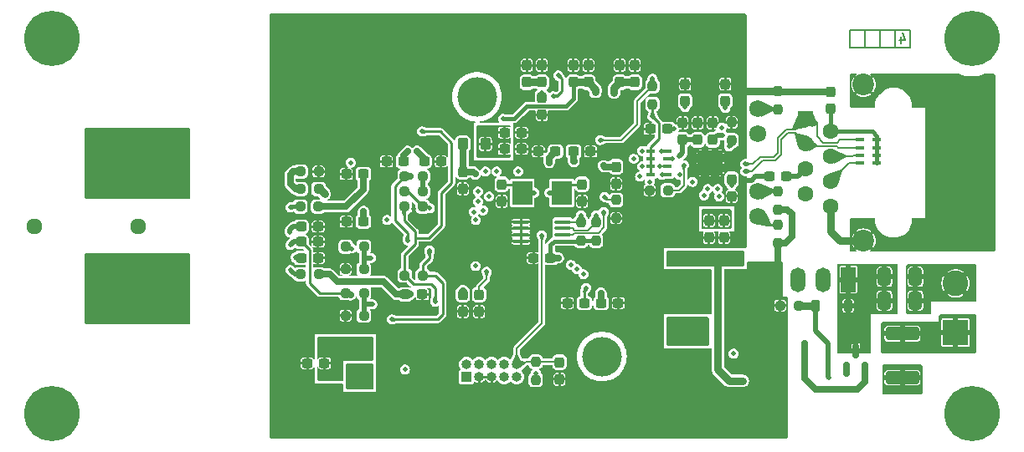
<source format=gbr>
G04 #@! TF.GenerationSoftware,KiCad,Pcbnew,8.0.1*
G04 #@! TF.CreationDate,2024-03-27T20:13:13+01:00*
G04 #@! TF.ProjectId,ETH1HMSR-SMS,45544831-484d-4535-922d-534d532e6b69,rev?*
G04 #@! TF.SameCoordinates,Original*
G04 #@! TF.FileFunction,Copper,L4,Bot*
G04 #@! TF.FilePolarity,Positive*
%FSLAX46Y46*%
G04 Gerber Fmt 4.6, Leading zero omitted, Abs format (unit mm)*
G04 Created by KiCad (PCBNEW 8.0.1) date 2024-03-27 20:13:13*
%MOMM*%
%LPD*%
G01*
G04 APERTURE LIST*
G04 Aperture macros list*
%AMRoundRect*
0 Rectangle with rounded corners*
0 $1 Rounding radius*
0 $2 $3 $4 $5 $6 $7 $8 $9 X,Y pos of 4 corners*
0 Add a 4 corners polygon primitive as box body*
4,1,4,$2,$3,$4,$5,$6,$7,$8,$9,$2,$3,0*
0 Add four circle primitives for the rounded corners*
1,1,$1+$1,$2,$3*
1,1,$1+$1,$4,$5*
1,1,$1+$1,$6,$7*
1,1,$1+$1,$8,$9*
0 Add four rect primitives between the rounded corners*
20,1,$1+$1,$2,$3,$4,$5,0*
20,1,$1+$1,$4,$5,$6,$7,0*
20,1,$1+$1,$6,$7,$8,$9,0*
20,1,$1+$1,$8,$9,$2,$3,0*%
%AMFreePoly0*
4,1,29,0.178017,0.779942,0.347107,0.720775,0.498792,0.625465,0.625465,0.498792,0.720775,0.347107,0.779942,0.178017,0.800000,0.000000,0.779942,-0.178017,0.720775,-0.347107,0.625465,-0.498792,0.498792,-0.625465,0.347107,-0.720775,0.178017,-0.779942,0.000000,-0.800000,-0.178017,-0.779942,-0.347107,-0.720775,-0.498792,-0.625465,-0.625465,-0.498792,-0.720775,-0.347107,-0.779942,-0.178017,
-0.800000,0.000000,-0.779942,0.178017,-0.720775,0.347107,-0.625465,0.498792,-0.498792,0.625465,-0.347107,0.720775,-0.178017,0.779942,0.000000,0.800000,0.178017,0.779942,0.178017,0.779942,$1*%
G04 Aperture macros list end*
%ADD10C,0.200000*%
G04 #@! TA.AperFunction,NonConductor*
%ADD11C,0.200000*%
G04 #@! TD*
G04 #@! TA.AperFunction,ComponentPad*
%ADD12R,2.600000X2.600000*%
G04 #@! TD*
G04 #@! TA.AperFunction,ComponentPad*
%ADD13C,2.600000*%
G04 #@! TD*
G04 #@! TA.AperFunction,ComponentPad*
%ADD14RoundRect,0.248000X0.552000X-0.552000X0.552000X0.552000X-0.552000X0.552000X-0.552000X-0.552000X0*%
G04 #@! TD*
G04 #@! TA.AperFunction,ComponentPad*
%ADD15C,1.600000*%
G04 #@! TD*
G04 #@! TA.AperFunction,ComponentPad*
%ADD16C,1.720000*%
G04 #@! TD*
G04 #@! TA.AperFunction,ComponentPad*
%ADD17C,2.200000*%
G04 #@! TD*
G04 #@! TA.AperFunction,ComponentPad*
%ADD18C,5.600000*%
G04 #@! TD*
G04 #@! TA.AperFunction,WasherPad*
%ADD19FreePoly0,270.000000*%
G04 #@! TD*
G04 #@! TA.AperFunction,ComponentPad*
%ADD20R,3.000000X3.000000*%
G04 #@! TD*
G04 #@! TA.AperFunction,ComponentPad*
%ADD21C,3.000000*%
G04 #@! TD*
G04 #@! TA.AperFunction,ComponentPad*
%ADD22R,1.000000X1.000000*%
G04 #@! TD*
G04 #@! TA.AperFunction,ComponentPad*
%ADD23O,1.000000X1.000000*%
G04 #@! TD*
G04 #@! TA.AperFunction,HeatsinkPad*
%ADD24C,0.500000*%
G04 #@! TD*
G04 #@! TA.AperFunction,HeatsinkPad*
%ADD25R,2.500000X2.500000*%
G04 #@! TD*
G04 #@! TA.AperFunction,ComponentPad*
%ADD26C,4.000000*%
G04 #@! TD*
G04 #@! TA.AperFunction,ComponentPad*
%ADD27R,1.500000X2.500000*%
G04 #@! TD*
G04 #@! TA.AperFunction,ComponentPad*
%ADD28O,1.500000X2.500000*%
G04 #@! TD*
G04 #@! TA.AperFunction,SMDPad,CuDef*
%ADD29RoundRect,0.237500X-0.250000X-0.237500X0.250000X-0.237500X0.250000X0.237500X-0.250000X0.237500X0*%
G04 #@! TD*
G04 #@! TA.AperFunction,SMDPad,CuDef*
%ADD30RoundRect,0.237500X0.300000X0.237500X-0.300000X0.237500X-0.300000X-0.237500X0.300000X-0.237500X0*%
G04 #@! TD*
G04 #@! TA.AperFunction,SMDPad,CuDef*
%ADD31RoundRect,0.237500X0.237500X-0.300000X0.237500X0.300000X-0.237500X0.300000X-0.237500X-0.300000X0*%
G04 #@! TD*
G04 #@! TA.AperFunction,SMDPad,CuDef*
%ADD32RoundRect,0.250000X-0.412500X-0.650000X0.412500X-0.650000X0.412500X0.650000X-0.412500X0.650000X0*%
G04 #@! TD*
G04 #@! TA.AperFunction,SMDPad,CuDef*
%ADD33RoundRect,0.237500X0.237500X-0.250000X0.237500X0.250000X-0.237500X0.250000X-0.237500X-0.250000X0*%
G04 #@! TD*
G04 #@! TA.AperFunction,SMDPad,CuDef*
%ADD34RoundRect,0.237500X-0.300000X-0.237500X0.300000X-0.237500X0.300000X0.237500X-0.300000X0.237500X0*%
G04 #@! TD*
G04 #@! TA.AperFunction,SMDPad,CuDef*
%ADD35RoundRect,0.237500X-0.237500X0.250000X-0.237500X-0.250000X0.237500X-0.250000X0.237500X0.250000X0*%
G04 #@! TD*
G04 #@! TA.AperFunction,SMDPad,CuDef*
%ADD36RoundRect,0.237500X0.250000X0.237500X-0.250000X0.237500X-0.250000X-0.237500X0.250000X-0.237500X0*%
G04 #@! TD*
G04 #@! TA.AperFunction,SMDPad,CuDef*
%ADD37R,0.900000X0.400000*%
G04 #@! TD*
G04 #@! TA.AperFunction,SMDPad,CuDef*
%ADD38RoundRect,0.237500X-0.237500X0.300000X-0.237500X-0.300000X0.237500X-0.300000X0.237500X0.300000X0*%
G04 #@! TD*
G04 #@! TA.AperFunction,SMDPad,CuDef*
%ADD39R,2.000000X2.400000*%
G04 #@! TD*
G04 #@! TA.AperFunction,SMDPad,CuDef*
%ADD40RoundRect,0.225000X-0.225000X-0.375000X0.225000X-0.375000X0.225000X0.375000X-0.225000X0.375000X0*%
G04 #@! TD*
G04 #@! TA.AperFunction,SMDPad,CuDef*
%ADD41RoundRect,0.150000X0.150000X-0.587500X0.150000X0.587500X-0.150000X0.587500X-0.150000X-0.587500X0*%
G04 #@! TD*
G04 #@! TA.AperFunction,SMDPad,CuDef*
%ADD42RoundRect,0.100000X-0.712500X-0.100000X0.712500X-0.100000X0.712500X0.100000X-0.712500X0.100000X0*%
G04 #@! TD*
G04 #@! TA.AperFunction,SMDPad,CuDef*
%ADD43RoundRect,0.250000X0.275000X0.350000X-0.275000X0.350000X-0.275000X-0.350000X0.275000X-0.350000X0*%
G04 #@! TD*
G04 #@! TA.AperFunction,SMDPad,CuDef*
%ADD44RoundRect,0.250000X-1.450000X0.400000X-1.450000X-0.400000X1.450000X-0.400000X1.450000X0.400000X0*%
G04 #@! TD*
G04 #@! TA.AperFunction,ViaPad*
%ADD45C,0.500000*%
G04 #@! TD*
G04 #@! TA.AperFunction,ViaPad*
%ADD46C,0.900000*%
G04 #@! TD*
G04 #@! TA.AperFunction,Conductor*
%ADD47C,0.127000*%
G04 #@! TD*
G04 #@! TA.AperFunction,Conductor*
%ADD48C,0.635000*%
G04 #@! TD*
G04 #@! TA.AperFunction,Conductor*
%ADD49C,0.508000*%
G04 #@! TD*
G04 #@! TA.AperFunction,Conductor*
%ADD50C,0.762000*%
G04 #@! TD*
G04 #@! TA.AperFunction,Conductor*
%ADD51C,0.381000*%
G04 #@! TD*
G04 #@! TA.AperFunction,Conductor*
%ADD52C,0.254000*%
G04 #@! TD*
G04 APERTURE END LIST*
D10*
D11*
X189293523Y-63285552D02*
X189293523Y-63952219D01*
X189531618Y-62904600D02*
X189769713Y-63618885D01*
X189769713Y-63618885D02*
X189150666Y-63618885D01*
D12*
G04 #@! TO.P,J201,1,Pin_1*
G04 #@! TO.N,Net-(J201-Pin_1)*
X194869000Y-93305000D03*
D13*
G04 #@! TO.P,J201,2,Pin_2*
G04 #@! TO.N,GND*
X194869000Y-88305000D03*
G04 #@! TD*
D14*
G04 #@! TO.P,J301,1,TD+*
G04 #@! TO.N,/Ethernet/ETH_TXP*
X179705000Y-71628000D03*
D15*
G04 #@! TO.P,J301,2,TCT*
G04 #@! TO.N,VCCQ*
X182245000Y-72898000D03*
G04 #@! TO.P,J301,3,TD-*
G04 #@! TO.N,/Ethernet/ETH_TXN*
X179705000Y-74168000D03*
G04 #@! TO.P,J301,4,RD+*
G04 #@! TO.N,/Ethernet/ETH_RXP*
X182245000Y-75438000D03*
G04 #@! TO.P,J301,5,RCT*
G04 #@! TO.N,VCCQ*
X179705000Y-76708000D03*
G04 #@! TO.P,J301,6,RD-*
G04 #@! TO.N,/Ethernet/ETH_RXN*
X182245000Y-77978000D03*
G04 #@! TO.P,J301,7,NC*
G04 #@! TO.N,unconnected-(J301-NC-Pad7)*
X179705000Y-79248000D03*
G04 #@! TO.P,J301,8*
G04 #@! TO.N,Earth*
X182245000Y-80518000D03*
D16*
G04 #@! TO.P,J301,9*
G04 #@! TO.N,Net-(J301-Pad9)*
X174875000Y-70608000D03*
G04 #@! TO.P,J301,10*
G04 #@! TO.N,/Ethernet/LED1*
X174875000Y-73148000D03*
G04 #@! TO.P,J301,11*
G04 #@! TO.N,Net-(J301-Pad11)*
X174875000Y-78998000D03*
G04 #@! TO.P,J301,12*
G04 #@! TO.N,/Ethernet/LED2*
X174875000Y-81538000D03*
D17*
G04 #@! TO.P,J301,SH*
G04 #@! TO.N,Earth*
X185545000Y-68173000D03*
X185545000Y-83973000D03*
G04 #@! TD*
D18*
G04 #@! TO.P,H103,1*
G04 #@! TO.N,N/C*
X196500000Y-63500000D03*
G04 #@! TD*
D19*
G04 #@! TO.P,J501,*
G04 #@! TO.N,*
X112170000Y-82500000D03*
X101670000Y-82500000D03*
D20*
G04 #@! TO.P,J501,1,Pin_1*
G04 #@! TO.N,Net-(J501-Pin_1)*
X108570000Y-77740000D03*
D21*
G04 #@! TO.P,J501,2,Pin_2*
G04 #@! TO.N,Net-(J501-Pin_2)*
X108570000Y-87260000D03*
G04 #@! TD*
D22*
G04 #@! TO.P,J401,1,Pin_1*
G04 #@! TO.N,+3.3V*
X145405000Y-97780000D03*
D23*
G04 #@! TO.P,J401,2,Pin_2*
G04 #@! TO.N,/MCU/TMS_SWDIO*
X145405000Y-96510000D03*
G04 #@! TO.P,J401,3,Pin_3*
G04 #@! TO.N,GND*
X146675000Y-97780000D03*
G04 #@! TO.P,J401,4,Pin_4*
G04 #@! TO.N,/MCU/TCK_SWCLK*
X146675000Y-96510000D03*
G04 #@! TO.P,J401,5,Pin_5*
G04 #@! TO.N,GND*
X147945000Y-97780000D03*
G04 #@! TO.P,J401,6,Pin_6*
G04 #@! TO.N,unconnected-(J401-Pin_6-Pad6)*
X147945000Y-96510000D03*
G04 #@! TO.P,J401,7,Pin_7*
G04 #@! TO.N,unconnected-(J401-Pin_7-Pad7)*
X149215000Y-97780000D03*
G04 #@! TO.P,J401,8,Pin_8*
G04 #@! TO.N,unconnected-(J401-Pin_8-Pad8)*
X149215000Y-96510000D03*
G04 #@! TO.P,J401,9,Pin_9*
G04 #@! TO.N,unconnected-(J401-Pin_9-Pad9)*
X150485000Y-97780000D03*
G04 #@! TO.P,J401,10,Pin_10*
G04 #@! TO.N,/MCU/NRST*
X150485000Y-96510000D03*
G04 #@! TD*
D18*
G04 #@! TO.P,H101,1*
G04 #@! TO.N,N/C*
X103500000Y-63500000D03*
G04 #@! TD*
G04 #@! TO.P,H104,1*
G04 #@! TO.N,N/C*
X196500000Y-101500000D03*
G04 #@! TD*
G04 #@! TO.P,H102,1*
G04 #@! TO.N,N/C*
X103500000Y-101500000D03*
G04 #@! TD*
D24*
G04 #@! TO.P,U301,25,VSS*
G04 #@! TO.N,GND*
X171053000Y-75073000D03*
X170053000Y-75073000D03*
X169053000Y-75073000D03*
X171053000Y-76073000D03*
X170053000Y-76073000D03*
D25*
X170053000Y-76073000D03*
D24*
X169053000Y-76073000D03*
X171053000Y-77073000D03*
X170053000Y-77073000D03*
X169053000Y-77073000D03*
G04 #@! TD*
D26*
G04 #@! TO.P,HS101,1*
G04 #@! TO.N,N/C*
X159101000Y-95710000D03*
X146461000Y-69390000D03*
G04 #@! TD*
D27*
G04 #@! TO.P,U201,1,Vin*
G04 #@! TO.N,Net-(D201-K)*
X184032500Y-87917500D03*
D28*
G04 #@! TO.P,U201,2,GND*
G04 #@! TO.N,GND*
X181492500Y-87917500D03*
G04 #@! TO.P,U201,3,Vout*
G04 #@! TO.N,+5V*
X178952500Y-87917500D03*
G04 #@! TD*
D29*
G04 #@! TO.P,R508,1*
G04 #@! TO.N,+2V5*
X133199500Y-89281000D03*
G04 #@! TO.P,R508,2*
G04 #@! TO.N,Net-(U502B-+)*
X135024500Y-89281000D03*
G04 #@! TD*
D30*
G04 #@! TO.P,C503,1*
G04 #@! TO.N,+5VL*
X131037500Y-96393000D03*
G04 #@! TO.P,C503,2*
G04 #@! TO.N,GND*
X129312500Y-96393000D03*
G04 #@! TD*
D31*
G04 #@! TO.P,C411,1*
G04 #@! TO.N,VDD*
X151511000Y-67918500D03*
G04 #@! TO.P,C411,2*
G04 #@! TO.N,GND*
X151511000Y-66193500D03*
G04 #@! TD*
D32*
G04 #@! TO.P,C201,1*
G04 #@! TO.N,Net-(D201-K)*
X187667500Y-87630000D03*
G04 #@! TO.P,C201,2*
G04 #@! TO.N,GND*
X190792500Y-87630000D03*
G04 #@! TD*
D33*
G04 #@! TO.P,R405,1*
G04 #@! TO.N,+3.3V*
X158496000Y-83970500D03*
G04 #@! TO.P,R405,2*
G04 #@! TO.N,/MCU/I2C1_SCL*
X158496000Y-82145500D03*
G04 #@! TD*
D30*
G04 #@! TO.P,C403,1*
G04 #@! TO.N,+3.3V*
X154405500Y-74930000D03*
G04 #@! TO.P,C403,2*
G04 #@! TO.N,GND*
X152680500Y-74930000D03*
G04 #@! TD*
D32*
G04 #@! TO.P,C202,1*
G04 #@! TO.N,Net-(D201-K)*
X187667500Y-90043000D03*
G04 #@! TO.P,C202,2*
G04 #@! TO.N,GND*
X190792500Y-90043000D03*
G04 #@! TD*
D34*
G04 #@! TO.P,C505,1*
G04 #@! TO.N,+3.3V*
X141123500Y-75946000D03*
G04 #@! TO.P,C505,2*
G04 #@! TO.N,GND*
X142848500Y-75946000D03*
G04 #@! TD*
D35*
G04 #@! TO.P,R311,1*
G04 #@! TO.N,/Ethernet/LED2*
X176911000Y-82399500D03*
G04 #@! TO.P,R311,2*
G04 #@! TO.N,GND*
X176911000Y-84224500D03*
G04 #@! TD*
D31*
G04 #@! TO.P,C308,1*
G04 #@! TO.N,VCCQ*
X170307000Y-73760500D03*
G04 #@! TO.P,C308,2*
G04 #@! TO.N,GND*
X170307000Y-72035500D03*
G04 #@! TD*
D36*
G04 #@! TO.P,R505,1*
G04 #@! TO.N,+3.3V*
X130412500Y-80518000D03*
G04 #@! TO.P,R505,2*
G04 #@! TO.N,/Current/OCD_EXT*
X128587500Y-80518000D03*
G04 #@! TD*
D34*
G04 #@! TO.P,C417,1*
G04 #@! TO.N,VDDA*
X149251500Y-73025000D03*
G04 #@! TO.P,C417,2*
G04 #@! TO.N,GND*
X150976500Y-73025000D03*
G04 #@! TD*
D37*
G04 #@! TO.P,RN303,1,R1.1*
G04 #@! TO.N,/Ethernet/ETH_RXN*
X185205000Y-76130000D03*
G04 #@! TO.P,RN303,2,R2.1*
G04 #@! TO.N,/Ethernet/ETH_RXP*
X185205000Y-75330000D03*
G04 #@! TO.P,RN303,3,R3.1*
G04 #@! TO.N,/Ethernet/ETH_TXN*
X185205000Y-74530000D03*
G04 #@! TO.P,RN303,4,R4.1*
G04 #@! TO.N,/Ethernet/ETH_TXP*
X185205000Y-73730000D03*
G04 #@! TO.P,RN303,5,R4.2*
G04 #@! TO.N,VCCQ*
X186905000Y-73730000D03*
G04 #@! TO.P,RN303,6,R3.2*
X186905000Y-74530000D03*
G04 #@! TO.P,RN303,7,R2.2*
X186905000Y-75330000D03*
G04 #@! TO.P,RN303,8,R1.2*
X186905000Y-76130000D03*
G04 #@! TD*
D31*
G04 #@! TO.P,C409,1*
G04 #@! TO.N,VDD*
X153035000Y-67918500D03*
G04 #@! TO.P,C409,2*
G04 #@! TO.N,GND*
X153035000Y-66193500D03*
G04 #@! TD*
G04 #@! TO.P,C305,1*
G04 #@! TO.N,+3.3V*
X168783000Y-73760500D03*
G04 #@! TO.P,C305,2*
G04 #@! TO.N,GND*
X168783000Y-72035500D03*
G04 #@! TD*
D38*
G04 #@! TO.P,C401,1*
G04 #@! TO.N,+3.3V*
X160528000Y-76480500D03*
G04 #@! TO.P,C401,2*
G04 #@! TO.N,GND*
X160528000Y-78205500D03*
G04 #@! TD*
D30*
G04 #@! TO.P,C501,1*
G04 #@! TO.N,+5VL*
X134974500Y-82042000D03*
G04 #@! TO.P,C501,2*
G04 #@! TO.N,GND*
X133249500Y-82042000D03*
G04 #@! TD*
D35*
G04 #@! TO.P,R317,1*
G04 #@! TO.N,Net-(J301-Pad11)*
X176911000Y-78970500D03*
G04 #@! TO.P,R317,2*
G04 #@! TO.N,GND*
X176911000Y-80795500D03*
G04 #@! TD*
D39*
G04 #@! TO.P,Y401,1,1*
G04 #@! TO.N,Net-(U403-PH0)*
X155035000Y-79121000D03*
G04 #@! TO.P,Y401,2,2*
G04 #@! TO.N,Net-(U403-PH1)*
X151035000Y-79121000D03*
G04 #@! TD*
D33*
G04 #@! TO.P,R404,1*
G04 #@! TO.N,+3.3V*
X156972000Y-83970500D03*
G04 #@! TO.P,R404,2*
G04 #@! TO.N,/MCU/I2C1_SDA*
X156972000Y-82145500D03*
G04 #@! TD*
D29*
G04 #@! TO.P,R502,1*
G04 #@! TO.N,/Current/OCD_INT*
X128627500Y-87376000D03*
G04 #@! TO.P,R502,2*
G04 #@! TO.N,+3.3V*
X130452500Y-87376000D03*
G04 #@! TD*
G04 #@! TO.P,R514,1*
G04 #@! TO.N,Net-(R513-Pad2)*
X139168500Y-78994000D03*
G04 #@! TO.P,R514,2*
G04 #@! TO.N,Net-(R514-Pad2)*
X140993500Y-78994000D03*
G04 #@! TD*
D40*
G04 #@! TO.P,D202,1,K*
G04 #@! TO.N,Net-(D202-K)*
X180712000Y-90551000D03*
G04 #@! TO.P,D202,2,A*
G04 #@! TO.N,Net-(D201-K)*
X184012000Y-90551000D03*
G04 #@! TD*
D34*
G04 #@! TO.P,C510,1*
G04 #@! TO.N,+2V5*
X128677500Y-84074000D03*
G04 #@! TO.P,C510,2*
G04 #@! TO.N,GND*
X130402500Y-84074000D03*
G04 #@! TD*
D41*
G04 #@! TO.P,D201,1,A*
G04 #@! TO.N,Net-(D201-A)*
X185735000Y-97014500D03*
G04 #@! TO.P,D201,2,NC*
G04 #@! TO.N,unconnected-(D201-NC-Pad2)*
X183835000Y-97014500D03*
G04 #@! TO.P,D201,3,K*
G04 #@! TO.N,Net-(D201-K)*
X184785000Y-95139500D03*
G04 #@! TD*
D29*
G04 #@! TO.P,R507,1*
G04 #@! TO.N,Net-(R507-Pad1)*
X133199500Y-84582000D03*
G04 #@! TO.P,R507,2*
G04 #@! TO.N,Net-(U502A-+)*
X135024500Y-84582000D03*
G04 #@! TD*
D34*
G04 #@! TO.P,C508,1*
G04 #@! TO.N,+3.3V*
X139218500Y-89408000D03*
G04 #@! TO.P,C508,2*
G04 #@! TO.N,GND*
X140943500Y-89408000D03*
G04 #@! TD*
D38*
G04 #@! TO.P,C415,1*
G04 #@! TO.N,Net-(U403-PH0)*
X157099000Y-78258500D03*
G04 #@! TO.P,C415,2*
G04 #@! TO.N,GND*
X157099000Y-79983500D03*
G04 #@! TD*
G04 #@! TO.P,C408,1*
G04 #@! TO.N,+3.3V*
X145034000Y-89434500D03*
G04 #@! TO.P,C408,2*
G04 #@! TO.N,GND*
X145034000Y-91159500D03*
G04 #@! TD*
D34*
G04 #@! TO.P,C420,1*
G04 #@! TO.N,VDDA*
X149251500Y-74676000D03*
G04 #@! TO.P,C420,2*
G04 #@! TO.N,GND*
X150976500Y-74676000D03*
G04 #@! TD*
D38*
G04 #@! TO.P,C406,1*
G04 #@! TO.N,+3.3V*
X145034000Y-76988500D03*
G04 #@! TO.P,C406,2*
G04 #@! TO.N,GND*
X145034000Y-78713500D03*
G04 #@! TD*
G04 #@! TO.P,C307,1*
G04 #@! TO.N,VCCQ*
X169926000Y-81941500D03*
G04 #@! TO.P,C307,2*
G04 #@! TO.N,GND*
X169926000Y-83666500D03*
G04 #@! TD*
G04 #@! TO.P,C418,1*
G04 #@! TO.N,Net-(C418-Pad1)*
X146685000Y-89434500D03*
G04 #@! TO.P,C418,2*
G04 #@! TO.N,GND*
X146685000Y-91159500D03*
G04 #@! TD*
D31*
G04 #@! TO.P,C405,1*
G04 #@! TO.N,+3.3VADC*
X157734000Y-67918500D03*
G04 #@! TO.P,C405,2*
G04 #@! TO.N,GND*
X157734000Y-66193500D03*
G04 #@! TD*
G04 #@! TO.P,C304,1*
G04 #@! TO.N,Net-(U301-XTAL2)*
X171577000Y-69823500D03*
G04 #@! TO.P,C304,2*
G04 #@! TO.N,GND*
X171577000Y-68098500D03*
G04 #@! TD*
D36*
G04 #@! TO.P,R202,1*
G04 #@! TO.N,Net-(D202-K)*
X178966500Y-90551000D03*
G04 #@! TO.P,R202,2*
G04 #@! TO.N,GND*
X177141500Y-90551000D03*
G04 #@! TD*
D35*
G04 #@! TO.P,R401,1*
G04 #@! TO.N,/MCU/MCU_DEF*
X164211000Y-68302500D03*
G04 #@! TO.P,R401,2*
G04 #@! TO.N,+3.3V*
X164211000Y-70127500D03*
G04 #@! TD*
D31*
G04 #@! TO.P,C407,1*
G04 #@! TO.N,+3.3VADC*
X156210000Y-67918500D03*
G04 #@! TO.P,C407,2*
G04 #@! TO.N,GND*
X156210000Y-66193500D03*
G04 #@! TD*
D33*
G04 #@! TO.P,R403,1*
G04 #@! TO.N,GND*
X160528000Y-81684500D03*
G04 #@! TO.P,R403,2*
G04 #@! TO.N,Net-(U403-BOOT0)*
X160528000Y-79859500D03*
G04 #@! TD*
D42*
G04 #@! TO.P,U404,1,A0*
G04 #@! TO.N,GND*
X150922500Y-84033000D03*
G04 #@! TO.P,U404,2,A1*
X150922500Y-83383000D03*
G04 #@! TO.P,U404,3,A2*
X150922500Y-82733000D03*
G04 #@! TO.P,U404,4,GND*
X150922500Y-82083000D03*
G04 #@! TO.P,U404,5,SDA*
G04 #@! TO.N,/MCU/I2C1_SDA*
X155147500Y-82083000D03*
G04 #@! TO.P,U404,6,SCL*
G04 #@! TO.N,/MCU/I2C1_SCL*
X155147500Y-82733000D03*
G04 #@! TO.P,U404,7,WP*
G04 #@! TO.N,/MCU/EEPROM_WP*
X155147500Y-83383000D03*
G04 #@! TO.P,U404,8,VCC*
G04 #@! TO.N,+3.3V*
X155147500Y-84033000D03*
G04 #@! TD*
D29*
G04 #@! TO.P,R513,1*
G04 #@! TO.N,Net-(D501-K-Pad3)*
X139168500Y-80518000D03*
G04 #@! TO.P,R513,2*
G04 #@! TO.N,Net-(R513-Pad2)*
X140993500Y-80518000D03*
G04 #@! TD*
D34*
G04 #@! TO.P,C511,1*
G04 #@! TO.N,+5VL*
X128677500Y-85725000D03*
G04 #@! TO.P,C511,2*
G04 #@! TO.N,GND*
X130402500Y-85725000D03*
G04 #@! TD*
D30*
G04 #@! TO.P,C502,1*
G04 #@! TO.N,+3.3V*
X134974500Y-77216000D03*
G04 #@! TO.P,C502,2*
G04 #@! TO.N,GND*
X133249500Y-77216000D03*
G04 #@! TD*
D38*
G04 #@! TO.P,C412,1*
G04 #@! TO.N,+3.3V*
X153035000Y-69495500D03*
G04 #@! TO.P,C412,2*
G04 #@! TO.N,GND*
X153035000Y-71220500D03*
G04 #@! TD*
D30*
G04 #@! TO.P,C312,1*
G04 #@! TO.N,VCCQ*
X177773500Y-77470000D03*
G04 #@! TO.P,C312,2*
G04 #@! TO.N,GND*
X176048500Y-77470000D03*
G04 #@! TD*
D34*
G04 #@! TO.P,C410,1*
G04 #@! TO.N,+3.3V*
X159030500Y-90297000D03*
G04 #@! TO.P,C410,2*
G04 #@! TO.N,GND*
X160755500Y-90297000D03*
G04 #@! TD*
D30*
G04 #@! TO.P,C507,1*
G04 #@! TO.N,+5VL*
X139038500Y-75946000D03*
G04 #@! TO.P,C507,2*
G04 #@! TO.N,GND*
X137313500Y-75946000D03*
G04 #@! TD*
G04 #@! TO.P,C419,1*
G04 #@! TO.N,Net-(C419-Pad1)*
X157326500Y-90297000D03*
G04 #@! TO.P,C419,2*
G04 #@! TO.N,GND*
X155601500Y-90297000D03*
G04 #@! TD*
D31*
G04 #@! TO.P,C311,1*
G04 #@! TO.N,VCCQ*
X182245000Y-70585500D03*
G04 #@! TO.P,C311,2*
G04 #@! TO.N,GND*
X182245000Y-68860500D03*
G04 #@! TD*
D38*
G04 #@! TO.P,C309,1*
G04 #@! TO.N,VCCQ*
X172212000Y-77750500D03*
G04 #@! TO.P,C309,2*
G04 #@! TO.N,GND*
X172212000Y-79475500D03*
G04 #@! TD*
G04 #@! TO.P,C414,1*
G04 #@! TO.N,/MCU/NRST*
X154813000Y-96292500D03*
G04 #@! TO.P,C414,2*
G04 #@! TO.N,GND*
X154813000Y-98017500D03*
G04 #@! TD*
D30*
G04 #@! TO.P,C306,1*
G04 #@! TO.N,Net-(U301-VDDCR)*
X165708500Y-72644000D03*
G04 #@! TO.P,C306,2*
G04 #@! TO.N,GND*
X163983500Y-72644000D03*
G04 #@! TD*
D34*
G04 #@! TO.P,C413,1*
G04 #@! TO.N,+3.3V*
X156236500Y-74930000D03*
G04 #@! TO.P,C413,2*
G04 #@! TO.N,GND*
X157961500Y-74930000D03*
G04 #@! TD*
D43*
G04 #@! TO.P,FB401,1*
G04 #@! TO.N,VDDA*
X147327000Y-74168000D03*
G04 #@! TO.P,FB401,2*
G04 #@! TO.N,+3.3V*
X145027000Y-74168000D03*
G04 #@! TD*
D36*
G04 #@! TO.P,R515,1*
G04 #@! TO.N,Net-(R514-Pad2)*
X140993500Y-77470000D03*
G04 #@! TO.P,R515,2*
G04 #@! TO.N,VDD*
X139168500Y-77470000D03*
G04 #@! TD*
D31*
G04 #@! TO.P,C402,1*
G04 #@! TO.N,+5V*
X162433000Y-67918500D03*
G04 #@! TO.P,C402,2*
G04 #@! TO.N,GND*
X162433000Y-66193500D03*
G04 #@! TD*
G04 #@! TO.P,C301,1*
G04 #@! TO.N,Net-(U301-XTAL1{slash}CLKIN)*
X167513000Y-69823500D03*
G04 #@! TO.P,C301,2*
G04 #@! TO.N,GND*
X167513000Y-68098500D03*
G04 #@! TD*
D36*
G04 #@! TO.P,R503,1*
G04 #@! TO.N,+5VL*
X130452500Y-78740000D03*
G04 #@! TO.P,R503,2*
G04 #@! TO.N,Net-(U501-Veocd)*
X128627500Y-78740000D03*
G04 #@! TD*
D38*
G04 #@! TO.P,C416,1*
G04 #@! TO.N,Net-(U403-PH1)*
X148971000Y-78258500D03*
G04 #@! TO.P,C416,2*
G04 #@! TO.N,GND*
X148971000Y-79983500D03*
G04 #@! TD*
D35*
G04 #@! TO.P,R312,1*
G04 #@! TO.N,GND*
X172212000Y-71985500D03*
G04 #@! TO.P,R312,2*
G04 #@! TO.N,Net-(U301-RBIAS)*
X172212000Y-73810500D03*
G04 #@! TD*
D37*
G04 #@! TO.P,RN301,1,R1.1*
G04 #@! TO.N,/Ethernet/MODE0*
X165696000Y-74873000D03*
G04 #@! TO.P,RN301,2,R2.1*
G04 #@! TO.N,/Ethernet/MODE1*
X165696000Y-75673000D03*
G04 #@! TO.P,RN301,3,R3.1*
G04 #@! TO.N,/Ethernet/MODE2*
X165696000Y-76473000D03*
G04 #@! TO.P,RN301,4,R4.1*
G04 #@! TO.N,/Ethernet/REFCLK0*
X165696000Y-77273000D03*
G04 #@! TO.P,RN301,5,R4.2*
G04 #@! TO.N,+3.3V*
X163996000Y-77273000D03*
G04 #@! TO.P,RN301,6,R3.2*
X163996000Y-76473000D03*
G04 #@! TO.P,RN301,7,R2.2*
X163996000Y-75673000D03*
G04 #@! TO.P,RN301,8,R1.2*
X163996000Y-74873000D03*
G04 #@! TD*
D31*
G04 #@! TO.P,C404,1*
G04 #@! TO.N,+5V*
X160909000Y-67918500D03*
G04 #@! TO.P,C404,2*
G04 #@! TO.N,GND*
X160909000Y-66193500D03*
G04 #@! TD*
D29*
G04 #@! TO.P,R504,1*
G04 #@! TO.N,Net-(U501-Veocd)*
X128627500Y-76962000D03*
G04 #@! TO.P,R504,2*
G04 #@! TO.N,GND*
X130452500Y-76962000D03*
G04 #@! TD*
D36*
G04 #@! TO.P,R510,1*
G04 #@! TO.N,Net-(U502B-+)*
X135024500Y-91567000D03*
G04 #@! TO.P,R510,2*
G04 #@! TO.N,GND*
X133199500Y-91567000D03*
G04 #@! TD*
D33*
G04 #@! TO.P,R318,1*
G04 #@! TO.N,Net-(J301-Pad9)*
X176911000Y-70635500D03*
G04 #@! TO.P,R318,2*
G04 #@! TO.N,GND*
X176911000Y-68810500D03*
G04 #@! TD*
D29*
G04 #@! TO.P,R301,1*
G04 #@! TO.N,GND*
X163933500Y-78867000D03*
G04 #@! TO.P,R301,2*
G04 #@! TO.N,Net-(U301-RXER{slash}PHYAD0)*
X165758500Y-78867000D03*
G04 #@! TD*
D34*
G04 #@! TO.P,C509,1*
G04 #@! TO.N,Net-(U501-Vout)*
X128677500Y-82550000D03*
G04 #@! TO.P,C509,2*
G04 #@! TO.N,GND*
X130402500Y-82550000D03*
G04 #@! TD*
D36*
G04 #@! TO.P,R512,1*
G04 #@! TO.N,Net-(U502A--)*
X140993500Y-87503000D03*
G04 #@! TO.P,R512,2*
G04 #@! TO.N,Net-(D501-K-Pad3)*
X139168500Y-87503000D03*
G04 #@! TD*
D33*
G04 #@! TO.P,R402,1*
G04 #@! TO.N,+3.3V*
X152400000Y-98067500D03*
G04 #@! TO.P,R402,2*
G04 #@! TO.N,/MCU/NRST*
X152400000Y-96242500D03*
G04 #@! TD*
D38*
G04 #@! TO.P,C310,1*
G04 #@! TO.N,VCCQ*
X171450000Y-81941500D03*
G04 #@! TO.P,C310,2*
G04 #@! TO.N,GND*
X171450000Y-83666500D03*
G04 #@! TD*
D34*
G04 #@! TO.P,C421,1*
G04 #@! TO.N,GND*
X152172500Y-85725000D03*
G04 #@! TO.P,C421,2*
G04 #@! TO.N,+3.3V*
X153897500Y-85725000D03*
G04 #@! TD*
D36*
G04 #@! TO.P,R509,1*
G04 #@! TO.N,Net-(U502A-+)*
X135024500Y-86868000D03*
G04 #@! TO.P,R509,2*
G04 #@! TO.N,GND*
X133199500Y-86868000D03*
G04 #@! TD*
D31*
G04 #@! TO.P,C302,1*
G04 #@! TO.N,+3.3V*
X167259000Y-73760500D03*
G04 #@! TO.P,C302,2*
G04 #@! TO.N,GND*
X167259000Y-72035500D03*
G04 #@! TD*
D44*
G04 #@! TO.P,F201,1*
G04 #@! TO.N,Net-(J201-Pin_1)*
X189484000Y-93406000D03*
G04 #@! TO.P,F201,2*
G04 #@! TO.N,Net-(Q201-D)*
X189484000Y-97856000D03*
G04 #@! TD*
D45*
G04 #@! TO.N,Net-(D201-K)*
X184785000Y-93345000D03*
X184023000Y-93345000D03*
X185613000Y-93345000D03*
G04 #@! TO.N,GND*
X164719000Y-98171000D03*
X159385000Y-69723000D03*
X165227000Y-89281000D03*
X158369000Y-76708000D03*
X146304000Y-88138000D03*
X165227000Y-90805000D03*
X154305000Y-68580000D03*
X164719000Y-97155000D03*
X163703000Y-97155000D03*
X128016000Y-89154000D03*
X140081000Y-80772000D03*
X160909000Y-65024000D03*
X132334000Y-85725000D03*
X127458000Y-79325000D03*
X174117000Y-94488000D03*
X165227000Y-90043000D03*
X157226000Y-69215000D03*
X154716586Y-76103586D03*
X153035000Y-65024000D03*
X163703000Y-98171000D03*
X158242000Y-91694000D03*
X156210000Y-65024000D03*
X164719000Y-96139000D03*
X159766000Y-73025000D03*
X158281000Y-88265000D03*
X149352000Y-76454000D03*
X163703000Y-96139000D03*
X173228000Y-80772000D03*
X162433000Y-65024000D03*
X140716000Y-84963000D03*
X151511000Y-65024000D03*
X172085000Y-94488000D03*
X157734000Y-65024000D03*
G04 #@! TO.N,+5V*
X134620000Y-98679000D03*
X168783000Y-93472000D03*
X160335000Y-68961000D03*
X169545000Y-92710000D03*
X169545000Y-93472000D03*
X169545000Y-94234000D03*
X135636000Y-98679000D03*
X172405000Y-95438000D03*
X168783000Y-92710000D03*
X168783000Y-94234000D03*
X133604000Y-98679000D03*
G04 #@! TO.N,+3.3V*
X145034000Y-89027000D03*
X156281000Y-75946000D03*
X153781000Y-76057000D03*
X153035000Y-68961000D03*
X163942891Y-78015000D03*
X152400000Y-97409000D03*
X139180000Y-97040000D03*
X159004000Y-89281000D03*
X140406000Y-74930000D03*
X159258000Y-76386500D03*
X146304000Y-77216000D03*
X168275000Y-85344000D03*
X173355000Y-98171000D03*
X172847000Y-85344000D03*
X154686000Y-85725000D03*
X167259000Y-85344000D03*
X170815000Y-85344000D03*
X139700000Y-89408000D03*
X134974500Y-78205500D03*
X171831000Y-85344000D03*
X166878000Y-75438000D03*
X164211000Y-71374000D03*
X166243000Y-85344000D03*
G04 #@! TO.N,Net-(U301-XTAL1{slash}CLKIN)*
X167513000Y-70421000D03*
G04 #@! TO.N,Net-(U301-VDDCR)*
X166370000Y-72644000D03*
G04 #@! TO.N,Net-(U301-XTAL2)*
X171577000Y-70548000D03*
G04 #@! TO.N,VCCQ*
X170688000Y-81026000D03*
X171323000Y-73279000D03*
X169926000Y-81026000D03*
X171450000Y-81026000D03*
X172212000Y-78359000D03*
G04 #@! TO.N,/MCU/NRST*
X153035000Y-83439000D03*
X169803000Y-78740000D03*
G04 #@! TO.N,VDDA*
X148386800Y-73507600D03*
G04 #@! TO.N,+5VL*
X139446000Y-74930000D03*
X135636000Y-94107000D03*
X131064000Y-79248000D03*
X135001000Y-81026000D03*
X131572000Y-94107000D03*
X128143000Y-85675000D03*
X133604000Y-94107000D03*
X132588000Y-94107000D03*
X134620000Y-94107000D03*
G04 #@! TO.N,+2V5*
X133670000Y-89474000D03*
X127585000Y-84405000D03*
G04 #@! TO.N,Net-(D201-A)*
X179578000Y-94361000D03*
G04 #@! TO.N,Net-(D202-K)*
X182057000Y-97851000D03*
G04 #@! TO.N,Net-(Q201-D)*
X189992000Y-99187000D03*
X191008000Y-99187000D03*
X188976000Y-99187000D03*
X187960000Y-99187000D03*
G04 #@! TO.N,/Ethernet/ETH_TXP*
X173609000Y-76198000D03*
G04 #@! TO.N,/Ethernet/ETH_TXN*
X173609000Y-76948000D03*
G04 #@! TO.N,/Ethernet/LED2*
X171196000Y-72517000D03*
G04 #@! TO.N,/MCU/MCU_DEF*
X158908000Y-73787000D03*
X164211000Y-67564000D03*
G04 #@! TO.N,/Ethernet/MODE0*
X165157000Y-74873000D03*
G04 #@! TO.N,/Ethernet/RMII_RXD0*
X163168998Y-74873000D03*
X147701000Y-79502000D03*
G04 #@! TO.N,/Ethernet/MODE1*
X166243000Y-75692000D03*
G04 #@! TO.N,/Ethernet/RMII_RXD1*
X162306000Y-75673000D03*
X146558000Y-80010000D03*
G04 #@! TO.N,Net-(U301-RXER{slash}PHYAD0)*
X167386000Y-76327000D03*
G04 #@! TO.N,/Ethernet/MODE2*
X164972389Y-76442634D03*
G04 #@! TO.N,/Ethernet/RMII_CRS_DV*
X146558000Y-78994000D03*
X163168998Y-76454000D03*
G04 #@! TO.N,/Ethernet/REFCLK0*
X165178500Y-77323000D03*
G04 #@! TO.N,/Ethernet/REF_CLK*
X148463000Y-76962000D03*
X162956499Y-77485499D03*
G04 #@! TO.N,/Ethernet/RMII_MDIO*
X147320000Y-76962000D03*
X166945500Y-77323000D03*
G04 #@! TO.N,Net-(U301-RBIAS)*
X171958000Y-74422000D03*
G04 #@! TO.N,/MCU/I2C1_SDA*
X156972000Y-81407000D03*
G04 #@! TO.N,/MCU/I2C1_SCL*
X158496000Y-81407000D03*
G04 #@! TO.N,Net-(U501-Veocd)*
X127585000Y-78055000D03*
G04 #@! TO.N,/Current/OCD_EXT*
X147066000Y-80899000D03*
X127585000Y-80595000D03*
G04 #@! TO.N,/Current/OCD_INT*
X127585000Y-86945000D03*
X146304000Y-86550000D03*
G04 #@! TO.N,/Ethernet/RMII_MDC*
X168242500Y-78010500D03*
X150622000Y-76962000D03*
G04 #@! TO.N,/Ethernet/RMII_TXEN*
X155956000Y-86427500D03*
X169418000Y-79375000D03*
G04 #@! TO.N,/Ethernet/RMII_TXD0*
X156591000Y-86868000D03*
X170803000Y-78752000D03*
G04 #@! TO.N,/Ethernet/RMII_TXD1*
X157226000Y-87376000D03*
X170942000Y-79502000D03*
G04 #@! TO.N,Net-(D501-K-Pad3)*
X140919200Y-72898000D03*
X139106000Y-80899000D03*
X142240000Y-90170000D03*
G04 #@! TO.N,/MCU/EEPROM_WP*
X159282000Y-81050000D03*
D46*
G04 #@! TO.N,Net-(J501-Pin_1)*
X111760000Y-73660000D03*
X114300000Y-76200000D03*
X116840000Y-73660000D03*
X116840000Y-76200000D03*
X109220000Y-73660000D03*
X114300000Y-73660000D03*
X111760000Y-78740000D03*
X111760000Y-76200000D03*
G04 #@! TO.N,Net-(J501-Pin_2)*
X116840000Y-91440000D03*
X114300000Y-91440000D03*
X116840000Y-88900000D03*
X111760000Y-91440000D03*
X111760000Y-88900000D03*
X109220000Y-91440000D03*
X114300000Y-88900000D03*
X111760000Y-86360000D03*
D45*
G04 #@! TO.N,Net-(U501-Vout)*
X127558000Y-83135000D03*
G04 #@! TO.N,Net-(R507-Pad1)*
X133797000Y-84775000D03*
G04 #@! TO.N,Net-(U502A-+)*
X135763000Y-85725000D03*
G04 #@! TO.N,Net-(U502B-+)*
X135890000Y-90424000D03*
G04 #@! TO.N,Net-(U502A--)*
X141668500Y-84963000D03*
X137858500Y-91948000D03*
G04 #@! TO.N,/Current/MCU_ZOFFS*
X146177000Y-81050000D03*
X133731000Y-76073000D03*
G04 #@! TO.N,/Current/MCU_G1*
X137378600Y-81889600D03*
X146354800Y-81889600D03*
G04 #@! TO.N,Net-(R513-Pad2)*
X141706000Y-80671000D03*
G04 #@! TO.N,Net-(R514-Pad2)*
X140993500Y-78255500D03*
G04 #@! TO.N,+3.3VADC*
X149098000Y-71628000D03*
X158435000Y-68895000D03*
G04 #@! TO.N,VDD*
X152329000Y-67918500D03*
X139446000Y-83947000D03*
X139700000Y-77470000D03*
G04 #@! TO.N,Net-(U403-PH0)*
X153797000Y-79121000D03*
G04 #@! TO.N,Net-(U403-PH1)*
X152273000Y-79121000D03*
G04 #@! TO.N,Net-(C418-Pad1)*
X147447000Y-87122000D03*
G04 #@! TO.N,Net-(C419-Pad1)*
X157480000Y-88773000D03*
G04 #@! TO.N,Net-(U403-BOOT0)*
X159385000Y-79550000D03*
G04 #@! TO.N,/Current/VOUT*
X154178000Y-69342000D03*
X154686000Y-67224000D03*
G04 #@! TD*
D47*
G04 #@! TO.N,*
X190246000Y-64389000D02*
X184150000Y-64389000D01*
X184150000Y-64389000D02*
X184150000Y-62611000D01*
X184150000Y-62611000D02*
X190246000Y-62611000D01*
X187198000Y-62611000D02*
X187198000Y-64389000D01*
X185674000Y-64389000D02*
X185674000Y-62611000D01*
X190246000Y-64389000D02*
X190246000Y-62611000D01*
X188722000Y-62611000D02*
X188722000Y-64389000D01*
D48*
G04 #@! TO.N,GND*
X176911000Y-84224500D02*
X177649500Y-84224500D01*
D49*
X176048500Y-77470000D02*
X174619684Y-77470000D01*
D50*
X176911000Y-68810500D02*
X173251500Y-68810500D01*
D49*
X174619684Y-77470000D02*
X174238684Y-77851000D01*
D48*
X176911000Y-84224500D02*
X176911000Y-87249000D01*
X177649500Y-84224500D02*
X178308000Y-83566000D01*
D47*
X173228000Y-80772000D02*
X172847000Y-80772000D01*
D49*
X176911000Y-80899000D02*
X176911000Y-80795500D01*
D48*
X178308000Y-83566000D02*
X178308000Y-81280000D01*
X178308000Y-81280000D02*
X177823500Y-80795500D01*
X182245000Y-68860500D02*
X176961000Y-68860500D01*
X177823500Y-80795500D02*
X176911000Y-80795500D01*
D47*
X172847000Y-80772000D02*
X172212000Y-80137000D01*
X172212000Y-80137000D02*
X172212000Y-79475500D01*
D49*
X174238684Y-77851000D02*
X173228000Y-77851000D01*
D47*
X157734000Y-66193500D02*
X157734000Y-65024000D01*
D50*
G04 #@! TO.N,+5V*
X160335000Y-68961000D02*
X160335000Y-68492500D01*
X160335000Y-68492500D02*
X160909000Y-67918500D01*
X162433000Y-67918500D02*
X160909000Y-67918500D01*
D48*
G04 #@! TO.N,+3.3V*
X153897500Y-85725000D02*
X154686000Y-85725000D01*
X139218500Y-89408000D02*
X139700000Y-89408000D01*
X146304000Y-77216000D02*
X146076500Y-76988500D01*
D51*
X153897500Y-84381000D02*
X154245500Y-84033000D01*
X156972000Y-83970500D02*
X158496000Y-83970500D01*
D49*
X167259000Y-73760500D02*
X167259000Y-75057000D01*
D48*
X153781000Y-76057000D02*
X153781000Y-75554500D01*
X159258000Y-76386500D02*
X159352000Y-76480500D01*
D50*
X170815000Y-97028000D02*
X171958000Y-98171000D01*
D51*
X155147500Y-84033000D02*
X156909500Y-84033000D01*
D49*
X168783000Y-73760500D02*
X167259000Y-73760500D01*
D48*
X131572000Y-87376000D02*
X132334000Y-88138000D01*
D52*
X164211000Y-70127500D02*
X164211000Y-71374000D01*
D50*
X171958000Y-98171000D02*
X173355000Y-98171000D01*
D48*
X156236500Y-75901500D02*
X156281000Y-75946000D01*
X134974500Y-78205500D02*
X134974500Y-77216000D01*
D52*
X163996000Y-75673000D02*
X163996000Y-76473000D01*
D48*
X133223000Y-80518000D02*
X134974500Y-78766500D01*
X130412500Y-80518000D02*
X133223000Y-80518000D01*
D49*
X167259000Y-75057000D02*
X166878000Y-75438000D01*
D48*
X138303000Y-89408000D02*
X139218500Y-89408000D01*
X145034000Y-76988500D02*
X145034000Y-74175000D01*
X141123500Y-75946000D02*
X141123500Y-75647500D01*
X132334000Y-88138000D02*
X137033000Y-88138000D01*
X156236500Y-74930000D02*
X156236500Y-75901500D01*
D51*
X153897500Y-85725000D02*
X153897500Y-84381000D01*
X154245500Y-84033000D02*
X155147500Y-84033000D01*
D48*
X146076500Y-76988500D02*
X145034000Y-76988500D01*
X145034000Y-89027000D02*
X145034000Y-89434500D01*
D50*
X170815000Y-85344000D02*
X170815000Y-97028000D01*
D51*
X156909500Y-84033000D02*
X156972000Y-83970500D01*
D52*
X163996000Y-76473000D02*
X163996000Y-77273000D01*
D47*
X152400000Y-98067500D02*
X152400000Y-97409000D01*
D52*
X163996000Y-74873000D02*
X163996000Y-75673000D01*
D48*
X137033000Y-88138000D02*
X138303000Y-89408000D01*
X134974500Y-78766500D02*
X134974500Y-78205500D01*
D52*
X163996000Y-74461000D02*
X164846000Y-73611000D01*
D48*
X141123500Y-75647500D02*
X140406000Y-74930000D01*
X159352000Y-76480500D02*
X160528000Y-76480500D01*
D52*
X164846000Y-72009000D02*
X164211000Y-71374000D01*
D48*
X130452500Y-87376000D02*
X131572000Y-87376000D01*
D52*
X164846000Y-73611000D02*
X164846000Y-72009000D01*
X163996000Y-74873000D02*
X163996000Y-74461000D01*
D48*
X153781000Y-75554500D02*
X154405500Y-74930000D01*
X159030500Y-89307500D02*
X159030500Y-90297000D01*
X159004000Y-89281000D02*
X159030500Y-89307500D01*
D49*
G04 #@! TO.N,Net-(U301-XTAL1{slash}CLKIN)*
X167513000Y-70421000D02*
X167513000Y-69823500D01*
D47*
G04 #@! TO.N,Net-(U301-VDDCR)*
X166370000Y-72644000D02*
X165708500Y-72644000D01*
D49*
G04 #@! TO.N,Net-(U301-XTAL2)*
X171577000Y-70548000D02*
X171577000Y-69823500D01*
G04 #@! TO.N,VCCQ*
X178943000Y-77470000D02*
X179705000Y-76708000D01*
X172212000Y-78359000D02*
X172212000Y-77750500D01*
X170788500Y-73279000D02*
X170307000Y-73760500D01*
X171323000Y-73279000D02*
X170788500Y-73279000D01*
D51*
X186905000Y-73367000D02*
X186436000Y-72898000D01*
X186905000Y-76130000D02*
X186905000Y-73730000D01*
X186436000Y-72898000D02*
X182245000Y-72898000D01*
X186905000Y-73730000D02*
X186905000Y-73367000D01*
D49*
X177773500Y-77470000D02*
X178943000Y-77470000D01*
D51*
X182245000Y-70585500D02*
X182245000Y-72898000D01*
D47*
G04 #@! TO.N,/MCU/NRST*
X152400000Y-96242500D02*
X154763000Y-96242500D01*
X154763000Y-96242500D02*
X154813000Y-96292500D01*
X153035000Y-83439000D02*
X153035000Y-92329000D01*
X150485000Y-94879000D02*
X150485000Y-96510000D01*
X151407500Y-96242500D02*
X151140000Y-96510000D01*
X151140000Y-96510000D02*
X150485000Y-96510000D01*
X152400000Y-96242500D02*
X151407500Y-96242500D01*
X153035000Y-92329000D02*
X150485000Y-94879000D01*
D48*
G04 #@! TO.N,+5VL*
X135001000Y-82015500D02*
X134974500Y-82042000D01*
D50*
X130452500Y-78740000D02*
X130556000Y-78740000D01*
D48*
X139038500Y-75337500D02*
X139446000Y-74930000D01*
X135001000Y-81026000D02*
X135001000Y-82015500D01*
D49*
X128677500Y-85725000D02*
X128193000Y-85725000D01*
D50*
X130556000Y-78740000D02*
X131064000Y-79248000D01*
D48*
X139038500Y-75946000D02*
X139038500Y-75337500D01*
D49*
X128193000Y-85725000D02*
X128143000Y-85675000D01*
D48*
G04 #@! TO.N,+2V5*
X133670000Y-89474000D02*
X133477000Y-89281000D01*
D52*
X130556000Y-89281000D02*
X129540000Y-88265000D01*
D49*
X127916000Y-84074000D02*
X127585000Y-84405000D01*
D52*
X129540000Y-88265000D02*
X129540000Y-84936500D01*
D48*
X133477000Y-89281000D02*
X133199500Y-89281000D01*
D52*
X133199500Y-89281000D02*
X130556000Y-89281000D01*
X129540000Y-84936500D02*
X128677500Y-84074000D01*
D49*
X128677500Y-84074000D02*
X127916000Y-84074000D01*
D48*
G04 #@! TO.N,Net-(D201-A)*
X185735000Y-97014500D02*
X185735000Y-98237000D01*
X180721000Y-99060000D02*
X179578000Y-97917000D01*
X179578000Y-97917000D02*
X179578000Y-94361000D01*
X184912000Y-99060000D02*
X180721000Y-99060000D01*
X185735000Y-98237000D02*
X184912000Y-99060000D01*
D50*
G04 #@! TO.N,Net-(D202-K)*
X178966500Y-90551000D02*
X180712000Y-90551000D01*
D49*
X181991000Y-94361000D02*
X180712000Y-93082000D01*
X182057000Y-97851000D02*
X181991000Y-97785000D01*
X180712000Y-93082000D02*
X180712000Y-90551000D01*
X181991000Y-97785000D02*
X181991000Y-94361000D01*
D47*
G04 #@! TO.N,/Ethernet/ETH_TXP*
X179705000Y-71628000D02*
X180467000Y-71628000D01*
X175069500Y-75501500D02*
X174373000Y-76198000D01*
X180848000Y-73406000D02*
X181483000Y-74041000D01*
X176847500Y-73581092D02*
X176847500Y-75105092D01*
X176847500Y-75105092D02*
X176451092Y-75501500D01*
X179705000Y-71628000D02*
X178625500Y-72707500D01*
X180467000Y-71628000D02*
X180848000Y-72009000D01*
X180848000Y-72009000D02*
X180848000Y-73406000D01*
X181483000Y-74041000D02*
X182880000Y-74041000D01*
X177721092Y-72707500D02*
X176847500Y-73581092D01*
X178625500Y-72707500D02*
X177721092Y-72707500D01*
X182880000Y-74041000D02*
X183191000Y-73730000D01*
X174373000Y-76198000D02*
X173609000Y-76198000D01*
X176451092Y-75501500D02*
X175069500Y-75501500D01*
X183191000Y-73730000D02*
X185205000Y-73730000D01*
G04 #@! TO.N,/Ethernet/ETH_TXN*
X178625500Y-73088500D02*
X177878908Y-73088500D01*
X182880000Y-74422000D02*
X180848000Y-74422000D01*
X179705000Y-74168000D02*
X178625500Y-73088500D01*
X185205000Y-74530000D02*
X182988000Y-74530000D01*
X175323500Y-75882500D02*
X174258000Y-76948000D01*
X180594000Y-74168000D02*
X179705000Y-74168000D01*
X177228500Y-75262908D02*
X176608908Y-75882500D01*
X182988000Y-74530000D02*
X182880000Y-74422000D01*
X177228500Y-73738908D02*
X177228500Y-75262908D01*
X180848000Y-74422000D02*
X180594000Y-74168000D01*
X177878908Y-73088500D02*
X177228500Y-73738908D01*
X174258000Y-76948000D02*
X173609000Y-76948000D01*
X176608908Y-75882500D02*
X175323500Y-75882500D01*
G04 #@! TO.N,/Ethernet/ETH_RXP*
X185205000Y-75330000D02*
X184531000Y-75330000D01*
X184531000Y-75330000D02*
X184423000Y-75438000D01*
X184423000Y-75438000D02*
X182245000Y-75438000D01*
G04 #@! TO.N,/Ethernet/ETH_RXN*
X184093000Y-76130000D02*
X185205000Y-76130000D01*
X182245000Y-77978000D02*
X184093000Y-76130000D01*
D50*
G04 #@! TO.N,Earth*
X182245000Y-80518000D02*
X182245000Y-83058000D01*
X183160000Y-83973000D02*
X185545000Y-83973000D01*
X182245000Y-83058000D02*
X183160000Y-83973000D01*
D52*
G04 #@! TO.N,Net-(J301-Pad9)*
X176883500Y-70608000D02*
X176911000Y-70635500D01*
X174875000Y-70608000D02*
X176883500Y-70608000D01*
G04 #@! TO.N,Net-(J301-Pad11)*
X176911000Y-78970500D02*
X174902500Y-78970500D01*
X174902500Y-78970500D02*
X174875000Y-78998000D01*
G04 #@! TO.N,/Ethernet/LED2*
X176911000Y-82399500D02*
X175736500Y-82399500D01*
X175736500Y-82399500D02*
X174875000Y-81538000D01*
D47*
G04 #@! TO.N,/MCU/MCU_DEF*
X161036000Y-73787000D02*
X162661600Y-72161400D01*
X162661600Y-72161400D02*
X162661600Y-69851900D01*
D49*
X164211000Y-68302500D02*
X164211000Y-67564000D01*
D47*
X162661600Y-69851900D02*
X164211000Y-68302500D01*
X158908000Y-73787000D02*
X161036000Y-73787000D01*
G04 #@! TO.N,/Ethernet/MODE1*
X165715000Y-75692000D02*
X165696000Y-75673000D01*
X166243000Y-75692000D02*
X165715000Y-75692000D01*
G04 #@! TO.N,Net-(U301-RXER{slash}PHYAD0)*
X166878000Y-78867000D02*
X165758500Y-78867000D01*
X167386000Y-78359000D02*
X166878000Y-78867000D01*
X167386000Y-76327000D02*
X167386000Y-78359000D01*
G04 #@! TO.N,/Ethernet/MODE2*
X164972389Y-76442634D02*
X165002755Y-76473000D01*
X165002755Y-76473000D02*
X165696000Y-76473000D01*
G04 #@! TO.N,/Ethernet/REFCLK0*
X165646000Y-77323000D02*
X165696000Y-77273000D01*
X165178500Y-77323000D02*
X165646000Y-77323000D01*
D49*
G04 #@! TO.N,Net-(U301-RBIAS)*
X172212000Y-74168000D02*
X171958000Y-74422000D01*
X172212000Y-73810500D02*
X172212000Y-74168000D01*
D51*
G04 #@! TO.N,/MCU/I2C1_SDA*
X156972000Y-82145500D02*
X156972000Y-81407000D01*
D47*
X156909500Y-82083000D02*
X156972000Y-82145500D01*
X155147500Y-82083000D02*
X156909500Y-82083000D01*
G04 #@! TO.N,/MCU/I2C1_SCL*
X156138500Y-82733000D02*
X156334500Y-82929000D01*
X156334500Y-82929000D02*
X157712500Y-82929000D01*
X157712500Y-82929000D02*
X158496000Y-82145500D01*
D51*
X158496000Y-82145500D02*
X158496000Y-81407000D01*
D47*
X155147500Y-82733000D02*
X156138500Y-82733000D01*
D48*
G04 #@! TO.N,Net-(U501-Veocd)*
X127585000Y-77266000D02*
X127585000Y-78055000D01*
X127585000Y-78182000D02*
X127585000Y-78055000D01*
X127889000Y-76962000D02*
X127585000Y-77266000D01*
X128627500Y-78740000D02*
X128143000Y-78740000D01*
X128627500Y-76962000D02*
X127889000Y-76962000D01*
X128143000Y-78740000D02*
X127585000Y-78182000D01*
D51*
G04 #@! TO.N,/Current/OCD_EXT*
X127662000Y-80518000D02*
X127585000Y-80595000D01*
X128587500Y-80518000D02*
X127662000Y-80518000D01*
G04 #@! TO.N,/Current/OCD_INT*
X128627500Y-87376000D02*
X128016000Y-87376000D01*
X128016000Y-87376000D02*
X127585000Y-86945000D01*
D52*
G04 #@! TO.N,Net-(D501-K-Pad3)*
X143891000Y-78105000D02*
X143891000Y-74041000D01*
X143891000Y-74041000D02*
X142748000Y-72898000D01*
X140081000Y-88392000D02*
X139192000Y-87503000D01*
X140208000Y-83693000D02*
X141605000Y-83693000D01*
X139106000Y-80899000D02*
X139168500Y-80836500D01*
X139192000Y-87503000D02*
X139168500Y-87503000D01*
X142748000Y-72898000D02*
X140919200Y-72898000D01*
X139168500Y-87503000D02*
X139168500Y-85367500D01*
X142875000Y-82423000D02*
X142875000Y-79121000D01*
X140208000Y-83693000D02*
X140208000Y-83058000D01*
X142875000Y-79121000D02*
X143891000Y-78105000D01*
X140208000Y-83058000D02*
X139106000Y-81956000D01*
X140208000Y-84328000D02*
X140208000Y-83693000D01*
X139168500Y-85367500D02*
X140208000Y-84328000D01*
X141605000Y-83693000D02*
X142875000Y-82423000D01*
X139106000Y-81956000D02*
X139106000Y-80899000D01*
X141859000Y-88392000D02*
X140081000Y-88392000D01*
X139168500Y-80836500D02*
X139168500Y-80518000D01*
X142240000Y-90170000D02*
X142240000Y-88773000D01*
X142240000Y-88773000D02*
X141859000Y-88392000D01*
D47*
G04 #@! TO.N,/MCU/EEPROM_WP*
X156306750Y-83183000D02*
X158752000Y-83183000D01*
X156106750Y-83383000D02*
X156306750Y-83183000D01*
X158752000Y-83183000D02*
X159282000Y-82653000D01*
X155147500Y-83383000D02*
X156106750Y-83383000D01*
X159282000Y-82653000D02*
X159282000Y-81050000D01*
D49*
G04 #@! TO.N,Net-(U501-Vout)*
X127889000Y-82550000D02*
X127558000Y-82881000D01*
X127558000Y-82881000D02*
X127558000Y-83135000D01*
X128677500Y-82550000D02*
X127889000Y-82550000D01*
D52*
G04 #@! TO.N,Net-(R507-Pad1)*
X133392500Y-84775000D02*
X133199500Y-84582000D01*
X133797000Y-84775000D02*
X133392500Y-84775000D01*
G04 #@! TO.N,Net-(U502A-+)*
X135024500Y-84582000D02*
X135024500Y-85725000D01*
X135024500Y-85725000D02*
X135024500Y-86868000D01*
X135128000Y-85725000D02*
X135024500Y-85725000D01*
D49*
X135763000Y-85725000D02*
X135128000Y-85725000D01*
X135024500Y-86868000D02*
X135024500Y-84582000D01*
D52*
G04 #@! TO.N,Net-(U502B-+)*
X135024500Y-90424000D02*
X135024500Y-91567000D01*
X135024500Y-89281000D02*
X135024500Y-90424000D01*
D49*
X135024500Y-91567000D02*
X135024500Y-89281000D01*
X135890000Y-90424000D02*
X135024500Y-90424000D01*
D52*
G04 #@! TO.N,Net-(U502A--)*
X141668500Y-85788500D02*
X141668500Y-84963000D01*
X142240000Y-87503000D02*
X141605000Y-87503000D01*
X142494000Y-91948000D02*
X143002000Y-91440000D01*
X140993500Y-86463500D02*
X141668500Y-85788500D01*
X137858500Y-91948000D02*
X142494000Y-91948000D01*
X140993500Y-87503000D02*
X140993500Y-86463500D01*
X143002000Y-88265000D02*
X142240000Y-87503000D01*
X140993500Y-87503000D02*
X141605000Y-87503000D01*
X143002000Y-91440000D02*
X143002000Y-88265000D01*
G04 #@! TO.N,Net-(R513-Pad2)*
X140993500Y-80518000D02*
X140970000Y-80518000D01*
X139446000Y-78994000D02*
X139168500Y-78994000D01*
X140993500Y-80518000D02*
X141553000Y-80518000D01*
X141553000Y-80518000D02*
X141706000Y-80671000D01*
X140970000Y-80518000D02*
X139446000Y-78994000D01*
D49*
G04 #@! TO.N,Net-(R514-Pad2)*
X140993500Y-78255500D02*
X140993500Y-77470000D01*
X140993500Y-78255500D02*
X140993500Y-78994000D01*
D50*
G04 #@! TO.N,+3.3VADC*
X158435000Y-68895000D02*
X158435000Y-68619500D01*
D51*
X156210000Y-69596000D02*
X156210000Y-67918500D01*
X155455500Y-70350500D02*
X156210000Y-69596000D01*
D50*
X157734000Y-67918500D02*
X156210000Y-67918500D01*
X158435000Y-68619500D02*
X157734000Y-67918500D01*
D51*
X149098000Y-71628000D02*
X150241000Y-71628000D01*
X151518500Y-70350500D02*
X155455500Y-70350500D01*
X150241000Y-71628000D02*
X151518500Y-70350500D01*
D50*
G04 #@! TO.N,VDD*
X151511000Y-67918500D02*
X152329000Y-67918500D01*
D48*
X139168500Y-77470000D02*
X139700000Y-77470000D01*
D52*
X138176000Y-81915000D02*
X139446000Y-83185000D01*
X139446000Y-83185000D02*
X139446000Y-83947000D01*
X139168500Y-77470000D02*
X138176000Y-78462500D01*
X138176000Y-78462500D02*
X138176000Y-81915000D01*
D50*
X153035000Y-67918500D02*
X152329000Y-67918500D01*
D47*
G04 #@! TO.N,Net-(U403-PH0)*
X153797000Y-79121000D02*
X154908000Y-79121000D01*
D49*
X155035000Y-79121000D02*
X153797000Y-79121000D01*
D52*
X157099000Y-78258500D02*
X155897500Y-78258500D01*
X155897500Y-78258500D02*
X155035000Y-79121000D01*
G04 #@! TO.N,Net-(U403-PH1)*
X148971000Y-78258500D02*
X150172500Y-78258500D01*
X150172500Y-78258500D02*
X151035000Y-79121000D01*
D47*
X152273000Y-79121000D02*
X150908000Y-79121000D01*
D49*
X151035000Y-79121000D02*
X152273000Y-79121000D01*
D47*
G04 #@! TO.N,Net-(C418-Pad1)*
X147447000Y-87122000D02*
X147447000Y-87884000D01*
X147447000Y-87884000D02*
X146685000Y-88646000D01*
X146685000Y-88646000D02*
X146685000Y-89434500D01*
D52*
G04 #@! TO.N,Net-(C419-Pad1)*
X157326500Y-88926500D02*
X157326500Y-90297000D01*
X157480000Y-88773000D02*
X157326500Y-88926500D01*
D47*
G04 #@! TO.N,Net-(U403-BOOT0)*
X159694500Y-79859500D02*
X160528000Y-79859500D01*
X159385000Y-79550000D02*
X159694500Y-79859500D01*
D52*
G04 #@! TO.N,/Current/VOUT*
X154178000Y-69342000D02*
X154559000Y-69342000D01*
X155067000Y-68834000D02*
X155067000Y-67605000D01*
X155067000Y-67605000D02*
X154686000Y-67224000D01*
X154559000Y-69342000D02*
X155067000Y-68834000D01*
G04 #@! TD*
G04 #@! TA.AperFunction,Conductor*
G04 #@! TO.N,Earth*
G36*
X184847001Y-67074306D02*
G01*
X184865307Y-67118500D01*
X184847001Y-67162694D01*
X184838655Y-67169697D01*
X184769631Y-67218026D01*
X185075897Y-67524292D01*
X185035030Y-67551599D01*
X184923599Y-67663030D01*
X184896292Y-67703897D01*
X184590026Y-67397631D01*
X184478327Y-67557157D01*
X184387592Y-67751739D01*
X184387591Y-67751741D01*
X184332027Y-67959107D01*
X184332024Y-67959123D01*
X184313313Y-68172997D01*
X184313313Y-68173002D01*
X184332024Y-68386876D01*
X184332027Y-68386892D01*
X184387589Y-68594251D01*
X184387595Y-68594267D01*
X184478325Y-68788840D01*
X184478327Y-68788842D01*
X184590026Y-68948366D01*
X184590027Y-68948367D01*
X184896292Y-68642102D01*
X184923599Y-68682970D01*
X185035030Y-68794401D01*
X185075896Y-68821707D01*
X184769631Y-69127972D01*
X184929157Y-69239672D01*
X184929159Y-69239674D01*
X185123732Y-69330404D01*
X185123748Y-69330410D01*
X185331107Y-69385972D01*
X185331123Y-69385975D01*
X185544998Y-69404687D01*
X185545002Y-69404687D01*
X185758876Y-69385975D01*
X185758892Y-69385972D01*
X185966251Y-69330410D01*
X185966267Y-69330404D01*
X186160838Y-69239675D01*
X186320366Y-69127971D01*
X186014102Y-68821707D01*
X186054970Y-68794401D01*
X186166401Y-68682970D01*
X186193707Y-68642102D01*
X186499971Y-68948366D01*
X186611675Y-68788838D01*
X186702404Y-68594267D01*
X186702410Y-68594251D01*
X186757972Y-68386892D01*
X186757975Y-68386876D01*
X186776687Y-68173002D01*
X186776687Y-68172997D01*
X186757975Y-67959123D01*
X186757972Y-67959107D01*
X186702408Y-67751741D01*
X186702407Y-67751739D01*
X186611672Y-67557157D01*
X186499972Y-67397632D01*
X186499972Y-67397631D01*
X186193707Y-67703896D01*
X186166401Y-67663030D01*
X186054970Y-67551599D01*
X186014101Y-67524291D01*
X186320367Y-67218026D01*
X186251345Y-67169697D01*
X186225643Y-67129353D01*
X186235996Y-67082652D01*
X186276340Y-67056950D01*
X186287193Y-67056000D01*
X195136380Y-67056000D01*
X195161028Y-67061065D01*
X195178367Y-67068506D01*
X195178370Y-67068507D01*
X195546171Y-67183905D01*
X195923759Y-67261502D01*
X195923767Y-67261502D01*
X195923768Y-67261503D01*
X196307253Y-67300500D01*
X196307260Y-67300500D01*
X196692747Y-67300500D01*
X197076231Y-67261503D01*
X197076230Y-67261503D01*
X197076241Y-67261502D01*
X197453829Y-67183905D01*
X197821630Y-67068507D01*
X197838972Y-67061065D01*
X197863620Y-67056000D01*
X198729112Y-67056000D01*
X198773306Y-67074306D01*
X198863694Y-67164694D01*
X198882000Y-67208888D01*
X198882000Y-84937112D01*
X198863694Y-84981306D01*
X198773306Y-85071694D01*
X198729112Y-85090000D01*
X186287192Y-85090000D01*
X186242998Y-85071694D01*
X186224692Y-85027500D01*
X186242998Y-84983306D01*
X186251343Y-84976303D01*
X186320366Y-84927971D01*
X186014102Y-84621707D01*
X186054970Y-84594401D01*
X186166401Y-84482970D01*
X186193707Y-84442102D01*
X186499971Y-84748366D01*
X186611675Y-84588838D01*
X186702404Y-84394267D01*
X186702410Y-84394251D01*
X186757972Y-84186892D01*
X186757975Y-84186876D01*
X186776687Y-83973002D01*
X186776687Y-83972997D01*
X186757975Y-83759123D01*
X186757972Y-83759107D01*
X186702408Y-83551741D01*
X186702407Y-83551739D01*
X186611672Y-83357157D01*
X186499972Y-83197632D01*
X186499972Y-83197631D01*
X186193707Y-83503896D01*
X186166401Y-83463030D01*
X186054970Y-83351599D01*
X186014101Y-83324291D01*
X186320367Y-83018026D01*
X186160842Y-82906327D01*
X186160840Y-82906325D01*
X185966267Y-82815595D01*
X185966251Y-82815589D01*
X185758892Y-82760027D01*
X185758876Y-82760024D01*
X185545002Y-82741313D01*
X185544998Y-82741313D01*
X185331123Y-82760024D01*
X185331107Y-82760027D01*
X185123741Y-82815591D01*
X185123739Y-82815592D01*
X184929157Y-82906327D01*
X184769631Y-83018026D01*
X185075897Y-83324292D01*
X185035030Y-83351599D01*
X184923599Y-83463030D01*
X184896292Y-83503897D01*
X184590026Y-83197631D01*
X184478327Y-83357157D01*
X184387592Y-83551739D01*
X184387591Y-83551741D01*
X184332027Y-83759107D01*
X184332024Y-83759123D01*
X184313313Y-83972997D01*
X184313313Y-83973002D01*
X184332024Y-84186876D01*
X184332027Y-84186892D01*
X184387589Y-84394251D01*
X184387595Y-84394267D01*
X184478325Y-84588840D01*
X184478327Y-84588842D01*
X184590026Y-84748366D01*
X184590027Y-84748367D01*
X184896292Y-84442102D01*
X184923599Y-84482970D01*
X185035030Y-84594401D01*
X185075896Y-84621707D01*
X184769631Y-84927972D01*
X184838655Y-84976303D01*
X184864357Y-85016647D01*
X184854004Y-85063348D01*
X184813660Y-85089050D01*
X184802807Y-85090000D01*
X184302888Y-85090000D01*
X184258694Y-85071694D01*
X184168306Y-84981306D01*
X184150000Y-84937112D01*
X184150000Y-81813888D01*
X184168306Y-81769694D01*
X184258694Y-81679306D01*
X184302888Y-81661000D01*
X186657000Y-81661000D01*
X186701194Y-81679306D01*
X186719500Y-81723500D01*
X186719500Y-81910931D01*
X186751590Y-82154670D01*
X186751593Y-82154689D01*
X186815220Y-82392147D01*
X186909303Y-82619286D01*
X186909309Y-82619298D01*
X186990559Y-82760027D01*
X187032233Y-82832208D01*
X187181899Y-83027256D01*
X187355744Y-83201101D01*
X187550792Y-83350767D01*
X187763708Y-83473694D01*
X187990847Y-83567778D01*
X187990851Y-83567779D01*
X188228310Y-83631406D01*
X188228314Y-83631406D01*
X188228323Y-83631409D01*
X188472073Y-83663500D01*
X188472079Y-83663500D01*
X188717921Y-83663500D01*
X188717927Y-83663500D01*
X188961677Y-83631409D01*
X188961687Y-83631406D01*
X188961689Y-83631406D01*
X189023824Y-83614756D01*
X189199153Y-83567778D01*
X189426292Y-83473694D01*
X189639208Y-83350767D01*
X189834256Y-83201101D01*
X190008101Y-83027256D01*
X190157767Y-82832208D01*
X190280694Y-82619292D01*
X190374778Y-82392153D01*
X190438409Y-82154677D01*
X190470500Y-81910927D01*
X190470500Y-81723500D01*
X190488806Y-81679306D01*
X190533000Y-81661000D01*
X191643000Y-81661000D01*
X191770000Y-81661000D01*
X191770000Y-70485000D01*
X191643000Y-70485000D01*
X190533000Y-70485000D01*
X190488806Y-70466694D01*
X190470500Y-70422500D01*
X190470500Y-70235079D01*
X190470500Y-70235073D01*
X190438409Y-69991323D01*
X190374778Y-69753847D01*
X190280694Y-69526708D01*
X190157767Y-69313792D01*
X190008101Y-69118744D01*
X189834256Y-68944899D01*
X189639208Y-68795233D01*
X189444763Y-68682970D01*
X189426298Y-68672309D01*
X189426286Y-68672303D01*
X189309373Y-68623876D01*
X189199153Y-68578222D01*
X189199149Y-68578221D01*
X189199147Y-68578220D01*
X189199148Y-68578220D01*
X188961689Y-68514593D01*
X188961677Y-68514591D01*
X188961672Y-68514590D01*
X188961670Y-68514590D01*
X188717931Y-68482500D01*
X188717927Y-68482500D01*
X188472073Y-68482500D01*
X188472068Y-68482500D01*
X188228329Y-68514590D01*
X188228310Y-68514593D01*
X187990852Y-68578220D01*
X187763713Y-68672303D01*
X187763701Y-68672309D01*
X187550798Y-68795229D01*
X187550795Y-68795231D01*
X187550792Y-68795233D01*
X187447332Y-68874620D01*
X187355742Y-68944900D01*
X187181900Y-69118742D01*
X187174818Y-69127972D01*
X187032233Y-69313792D01*
X187032231Y-69313795D01*
X187032229Y-69313798D01*
X186909309Y-69526701D01*
X186909303Y-69526713D01*
X186815220Y-69753852D01*
X186751593Y-69991310D01*
X186751590Y-69991329D01*
X186719500Y-70235068D01*
X186719500Y-70422500D01*
X186701194Y-70466694D01*
X186657000Y-70485000D01*
X184302888Y-70485000D01*
X184258694Y-70466694D01*
X184168306Y-70376306D01*
X184150000Y-70332112D01*
X184150000Y-67208888D01*
X184168306Y-67164694D01*
X184258694Y-67074306D01*
X184302888Y-67056000D01*
X184802807Y-67056000D01*
X184847001Y-67074306D01*
G37*
G04 #@! TD.AperFunction*
G04 #@! TD*
G04 #@! TA.AperFunction,Conductor*
G04 #@! TO.N,Net-(J501-Pin_2)*
G36*
X117363677Y-85236685D02*
G01*
X117384319Y-85253319D01*
X117438681Y-85307681D01*
X117472166Y-85369004D01*
X117475000Y-85395362D01*
X117475000Y-92277638D01*
X117455315Y-92344677D01*
X117438681Y-92365319D01*
X117384319Y-92419681D01*
X117322996Y-92453166D01*
X117296638Y-92456000D01*
X106985362Y-92456000D01*
X106918323Y-92436315D01*
X106897681Y-92419681D01*
X106843319Y-92365319D01*
X106809834Y-92303996D01*
X106807000Y-92277638D01*
X106807000Y-85395362D01*
X106826685Y-85328323D01*
X106843319Y-85307681D01*
X106897681Y-85253319D01*
X106959004Y-85219834D01*
X106985362Y-85217000D01*
X117296638Y-85217000D01*
X117363677Y-85236685D01*
G37*
G04 #@! TD.AperFunction*
G04 #@! TD*
G04 #@! TA.AperFunction,Conductor*
G04 #@! TO.N,Net-(J501-Pin_1)*
G36*
X117363677Y-72536685D02*
G01*
X117384319Y-72553319D01*
X117438681Y-72607681D01*
X117472166Y-72669004D01*
X117475000Y-72695362D01*
X117475000Y-79577638D01*
X117455315Y-79644677D01*
X117438681Y-79665319D01*
X117384319Y-79719681D01*
X117322996Y-79753166D01*
X117296638Y-79756000D01*
X106985362Y-79756000D01*
X106918323Y-79736315D01*
X106897681Y-79719681D01*
X106843319Y-79665319D01*
X106809834Y-79603996D01*
X106807000Y-79577638D01*
X106807000Y-72695362D01*
X106826685Y-72628323D01*
X106843319Y-72607681D01*
X106897681Y-72553319D01*
X106959004Y-72519834D01*
X106985362Y-72517000D01*
X117296638Y-72517000D01*
X117363677Y-72536685D01*
G37*
G04 #@! TD.AperFunction*
G04 #@! TD*
G04 #@! TA.AperFunction,Conductor*
G04 #@! TO.N,Net-(Q201-D)*
G36*
X191407306Y-96538306D02*
G01*
X191497694Y-96628694D01*
X191516000Y-96672888D01*
X191516000Y-99415112D01*
X191497694Y-99459306D01*
X191407306Y-99549694D01*
X191363112Y-99568000D01*
X187604888Y-99568000D01*
X187560694Y-99549694D01*
X187470306Y-99459306D01*
X187452000Y-99415112D01*
X187452000Y-98110000D01*
X187657001Y-98110000D01*
X187657001Y-98291777D01*
X187667676Y-98365056D01*
X187667678Y-98365060D01*
X187722936Y-98478095D01*
X187811904Y-98567063D01*
X187924941Y-98622322D01*
X187998221Y-98632999D01*
X189230000Y-98632999D01*
X189230000Y-98110000D01*
X189738000Y-98110000D01*
X189738000Y-98632999D01*
X190969778Y-98632999D01*
X191043056Y-98622323D01*
X191043060Y-98622321D01*
X191156095Y-98567063D01*
X191245063Y-98478095D01*
X191300322Y-98365058D01*
X191311000Y-98291778D01*
X191311000Y-98110000D01*
X189738000Y-98110000D01*
X189230000Y-98110000D01*
X187657001Y-98110000D01*
X187452000Y-98110000D01*
X187452000Y-97602000D01*
X187657000Y-97602000D01*
X189230000Y-97602000D01*
X189230000Y-97079000D01*
X189738000Y-97079000D01*
X189738000Y-97602000D01*
X191310999Y-97602000D01*
X191310999Y-97420222D01*
X191300323Y-97346943D01*
X191300321Y-97346939D01*
X191245063Y-97233904D01*
X191156095Y-97144936D01*
X191043058Y-97089677D01*
X190969778Y-97079000D01*
X189738000Y-97079000D01*
X189230000Y-97079000D01*
X187998222Y-97079000D01*
X187924943Y-97089676D01*
X187924939Y-97089678D01*
X187811904Y-97144936D01*
X187722936Y-97233904D01*
X187667677Y-97346941D01*
X187657000Y-97420221D01*
X187657000Y-97602000D01*
X187452000Y-97602000D01*
X187452000Y-96672888D01*
X187470306Y-96628694D01*
X187560694Y-96538306D01*
X187604888Y-96520000D01*
X191363112Y-96520000D01*
X191407306Y-96538306D01*
G37*
G04 #@! TD.AperFunction*
G04 #@! TD*
G04 #@! TA.AperFunction,Conductor*
G04 #@! TO.N,+3.3V*
G36*
X173373306Y-84981306D02*
G01*
X173463694Y-85071694D01*
X173482000Y-85115888D01*
X173482000Y-86461112D01*
X173463694Y-86505306D01*
X173373306Y-86595694D01*
X173329112Y-86614000D01*
X165760888Y-86614000D01*
X165716694Y-86595694D01*
X165626306Y-86505306D01*
X165608000Y-86461112D01*
X165608000Y-85115888D01*
X165626306Y-85071694D01*
X165716694Y-84981306D01*
X165760888Y-84963000D01*
X173329112Y-84963000D01*
X173373306Y-84981306D01*
G37*
G04 #@! TD.AperFunction*
G04 #@! TD*
G04 #@! TA.AperFunction,Conductor*
G04 #@! TO.N,+5VL*
G36*
X135908306Y-93744306D02*
G01*
X135998694Y-93834694D01*
X136017000Y-93878888D01*
X136017000Y-95986111D01*
X135998694Y-96030305D01*
X135913587Y-96115411D01*
X135869393Y-96133717D01*
X135864962Y-96133500D01*
X135864112Y-96133500D01*
X133375887Y-96133500D01*
X133354274Y-96137799D01*
X133342082Y-96139000D01*
X132969000Y-96139000D01*
X132969000Y-96266000D01*
X132969000Y-96512081D01*
X132967799Y-96524274D01*
X132963500Y-96545886D01*
X132963500Y-98023612D01*
X132945194Y-98067806D01*
X132860306Y-98152694D01*
X132816112Y-98171000D01*
X130454888Y-98171000D01*
X130410694Y-98152694D01*
X130320306Y-98062306D01*
X130302000Y-98018112D01*
X130302000Y-96839745D01*
X130320306Y-96795551D01*
X130364500Y-96777245D01*
X130408694Y-96795551D01*
X130420650Y-96812296D01*
X130436750Y-96845231D01*
X130522768Y-96931249D01*
X130632057Y-96984676D01*
X130702909Y-96995000D01*
X130910500Y-96995000D01*
X130910500Y-96520000D01*
X131164500Y-96520000D01*
X131164500Y-96995000D01*
X131372091Y-96995000D01*
X131442942Y-96984676D01*
X131552231Y-96931249D01*
X131638249Y-96845231D01*
X131691676Y-96735942D01*
X131702000Y-96665091D01*
X131702000Y-96520000D01*
X131164500Y-96520000D01*
X130910500Y-96520000D01*
X130910500Y-95791000D01*
X131164500Y-95791000D01*
X131164500Y-96266000D01*
X131702000Y-96266000D01*
X131702000Y-96120908D01*
X131691676Y-96050057D01*
X131638249Y-95940768D01*
X131552231Y-95854750D01*
X131442942Y-95801323D01*
X131372091Y-95791000D01*
X131164500Y-95791000D01*
X130910500Y-95791000D01*
X130702909Y-95791000D01*
X130632057Y-95801323D01*
X130522768Y-95854750D01*
X130436751Y-95940767D01*
X130420650Y-95973704D01*
X130384794Y-96005368D01*
X130337050Y-96002404D01*
X130305386Y-95966548D01*
X130302000Y-95946254D01*
X130302000Y-93878888D01*
X130320306Y-93834694D01*
X130410694Y-93744306D01*
X130454888Y-93726000D01*
X135864112Y-93726000D01*
X135908306Y-93744306D01*
G37*
G04 #@! TD.AperFunction*
G04 #@! TD*
G04 #@! TA.AperFunction,Conductor*
G04 #@! TO.N,VCCQ*
G36*
X172103306Y-80790306D02*
G01*
X172193694Y-80880694D01*
X172212000Y-80924888D01*
X172212000Y-82651112D01*
X172193694Y-82695306D01*
X172103306Y-82785694D01*
X172059112Y-82804000D01*
X169316888Y-82804000D01*
X169272694Y-82785694D01*
X169182306Y-82695306D01*
X169164000Y-82651112D01*
X169164000Y-82068500D01*
X169324000Y-82068500D01*
X169324000Y-82276091D01*
X169334323Y-82346942D01*
X169387750Y-82456231D01*
X169473768Y-82542249D01*
X169583057Y-82595676D01*
X169653909Y-82606000D01*
X169799000Y-82606000D01*
X169799000Y-82068500D01*
X170053000Y-82068500D01*
X170053000Y-82606000D01*
X170198091Y-82606000D01*
X170268942Y-82595676D01*
X170378231Y-82542249D01*
X170464249Y-82456231D01*
X170517676Y-82346942D01*
X170528000Y-82276091D01*
X170528000Y-82068500D01*
X170848000Y-82068500D01*
X170848000Y-82276091D01*
X170858323Y-82346942D01*
X170911750Y-82456231D01*
X170997768Y-82542249D01*
X171107057Y-82595676D01*
X171177909Y-82606000D01*
X171323000Y-82606000D01*
X171323000Y-82068500D01*
X171577000Y-82068500D01*
X171577000Y-82606000D01*
X171722091Y-82606000D01*
X171792942Y-82595676D01*
X171902231Y-82542249D01*
X171988249Y-82456231D01*
X172041676Y-82346942D01*
X172052000Y-82276091D01*
X172052000Y-82068500D01*
X171577000Y-82068500D01*
X171323000Y-82068500D01*
X170848000Y-82068500D01*
X170528000Y-82068500D01*
X170053000Y-82068500D01*
X169799000Y-82068500D01*
X169324000Y-82068500D01*
X169164000Y-82068500D01*
X169164000Y-81814500D01*
X169324000Y-81814500D01*
X169799000Y-81814500D01*
X169799000Y-81277000D01*
X170053000Y-81277000D01*
X170053000Y-81814500D01*
X170528000Y-81814500D01*
X170848000Y-81814500D01*
X171323000Y-81814500D01*
X171323000Y-81277000D01*
X171577000Y-81277000D01*
X171577000Y-81814500D01*
X172052000Y-81814500D01*
X172052000Y-81606908D01*
X172041676Y-81536057D01*
X171988249Y-81426768D01*
X171902231Y-81340750D01*
X171792942Y-81287323D01*
X171722091Y-81277000D01*
X171577000Y-81277000D01*
X171323000Y-81277000D01*
X171177909Y-81277000D01*
X171107057Y-81287323D01*
X170997768Y-81340750D01*
X170911750Y-81426768D01*
X170858323Y-81536057D01*
X170848000Y-81606908D01*
X170848000Y-81814500D01*
X170528000Y-81814500D01*
X170528000Y-81606908D01*
X170517676Y-81536057D01*
X170464249Y-81426768D01*
X170378231Y-81340750D01*
X170268942Y-81287323D01*
X170198091Y-81277000D01*
X170053000Y-81277000D01*
X169799000Y-81277000D01*
X169653909Y-81277000D01*
X169583057Y-81287323D01*
X169473768Y-81340750D01*
X169387750Y-81426768D01*
X169334323Y-81536057D01*
X169324000Y-81606908D01*
X169324000Y-81814500D01*
X169164000Y-81814500D01*
X169164000Y-80924888D01*
X169182306Y-80880694D01*
X169272694Y-80790306D01*
X169316888Y-80772000D01*
X172059112Y-80772000D01*
X172103306Y-80790306D01*
G37*
G04 #@! TD.AperFunction*
G04 #@! TD*
G04 #@! TA.AperFunction,Conductor*
G04 #@! TO.N,Net-(D201-K)*
G36*
X188957694Y-86378306D02*
G01*
X188976000Y-86422500D01*
X188976000Y-91377500D01*
X188957694Y-91421694D01*
X188913500Y-91440000D01*
X186309000Y-91440000D01*
X186309000Y-95314500D01*
X186290694Y-95358694D01*
X186246500Y-95377000D01*
X182942500Y-95377000D01*
X182898306Y-95358694D01*
X182880000Y-95314500D01*
X182880000Y-94885500D01*
X184358000Y-94885500D01*
X184531000Y-94885500D01*
X184531000Y-94295119D01*
X184530999Y-94295118D01*
X185039000Y-94295118D01*
X185039000Y-94885500D01*
X185211999Y-94885500D01*
X185211999Y-94510644D01*
X185209312Y-94487478D01*
X185209311Y-94487477D01*
X185167483Y-94392747D01*
X185167483Y-94392746D01*
X185094252Y-94319515D01*
X185039000Y-94295118D01*
X184530999Y-94295118D01*
X184475747Y-94319515D01*
X184402518Y-94392744D01*
X184360687Y-94487483D01*
X184358000Y-94510644D01*
X184358000Y-94885500D01*
X182880000Y-94885500D01*
X182880000Y-90805000D01*
X183435001Y-90805000D01*
X183435001Y-90959403D01*
X183444968Y-91027824D01*
X183444969Y-91027825D01*
X183496565Y-91133368D01*
X183579631Y-91216434D01*
X183685174Y-91268030D01*
X183753595Y-91277999D01*
X183758000Y-91277999D01*
X183758000Y-90805000D01*
X184266000Y-90805000D01*
X184266000Y-91277999D01*
X184270404Y-91277999D01*
X184338824Y-91268031D01*
X184338825Y-91268030D01*
X184444368Y-91216434D01*
X184527434Y-91133368D01*
X184579031Y-91027824D01*
X184589000Y-90959404D01*
X184589000Y-90805000D01*
X184266000Y-90805000D01*
X183758000Y-90805000D01*
X183435001Y-90805000D01*
X182880000Y-90805000D01*
X182880000Y-90297000D01*
X183435000Y-90297000D01*
X183758000Y-90297000D01*
X183758000Y-89824000D01*
X184266000Y-89824000D01*
X184266000Y-90297000D01*
X184588999Y-90297000D01*
X186878001Y-90297000D01*
X186878001Y-90728777D01*
X186888676Y-90802056D01*
X186888678Y-90802060D01*
X186943936Y-90915095D01*
X187032904Y-91004063D01*
X187145941Y-91059322D01*
X187219214Y-91069998D01*
X187219228Y-91069999D01*
X187413499Y-91069999D01*
X187413500Y-91069998D01*
X187413500Y-90297000D01*
X187921500Y-90297000D01*
X187921500Y-91069999D01*
X188115778Y-91069999D01*
X188189056Y-91059323D01*
X188189060Y-91059321D01*
X188302095Y-91004063D01*
X188391063Y-90915095D01*
X188446322Y-90802058D01*
X188457000Y-90728778D01*
X188457000Y-90297000D01*
X187921500Y-90297000D01*
X187413500Y-90297000D01*
X186878001Y-90297000D01*
X184588999Y-90297000D01*
X184588999Y-90142596D01*
X184579031Y-90074175D01*
X184579030Y-90074174D01*
X184527434Y-89968631D01*
X184444368Y-89885565D01*
X184338824Y-89833968D01*
X184270404Y-89824000D01*
X184266000Y-89824000D01*
X183758000Y-89824000D01*
X183757999Y-89824000D01*
X183753591Y-89824001D01*
X183753589Y-89824001D01*
X183685174Y-89833969D01*
X183579631Y-89885565D01*
X183496565Y-89968631D01*
X183444968Y-90074175D01*
X183435000Y-90142595D01*
X183435000Y-90297000D01*
X182880000Y-90297000D01*
X182880000Y-89789000D01*
X186878000Y-89789000D01*
X187413500Y-89789000D01*
X187413500Y-89016000D01*
X187921500Y-89016000D01*
X187921500Y-89789000D01*
X188456999Y-89789000D01*
X188456999Y-89357222D01*
X188446323Y-89283943D01*
X188446321Y-89283939D01*
X188391063Y-89170904D01*
X188302095Y-89081936D01*
X188189058Y-89026677D01*
X188115778Y-89016000D01*
X187921500Y-89016000D01*
X187413500Y-89016000D01*
X187219222Y-89016000D01*
X187145942Y-89026677D01*
X187145939Y-89026678D01*
X187032904Y-89081936D01*
X186943936Y-89170904D01*
X186888677Y-89283941D01*
X186878000Y-89357221D01*
X186878000Y-89789000D01*
X182880000Y-89789000D01*
X182880000Y-89180007D01*
X183155499Y-89180007D01*
X183162869Y-89217053D01*
X183162869Y-89217054D01*
X183190938Y-89259061D01*
X183232946Y-89287130D01*
X183269993Y-89294500D01*
X183778500Y-89294500D01*
X183778500Y-88348202D01*
X183839507Y-88383425D01*
X183966674Y-88417500D01*
X184098326Y-88417500D01*
X184225493Y-88383425D01*
X184286500Y-88348202D01*
X184286500Y-89294500D01*
X184795007Y-89294500D01*
X184832053Y-89287130D01*
X184832054Y-89287130D01*
X184874061Y-89259061D01*
X184902130Y-89217054D01*
X184902130Y-89217053D01*
X184909500Y-89180007D01*
X184909500Y-88171500D01*
X184463203Y-88171500D01*
X184498425Y-88110493D01*
X184532500Y-87983326D01*
X184532500Y-87884000D01*
X186878001Y-87884000D01*
X186878001Y-88315777D01*
X186888676Y-88389056D01*
X186888678Y-88389060D01*
X186943936Y-88502095D01*
X187032904Y-88591063D01*
X187145941Y-88646322D01*
X187219214Y-88656998D01*
X187219228Y-88656999D01*
X187413499Y-88656999D01*
X187413500Y-88656998D01*
X187413500Y-87884000D01*
X187921500Y-87884000D01*
X187921500Y-88656999D01*
X188115778Y-88656999D01*
X188189056Y-88646323D01*
X188189060Y-88646321D01*
X188302095Y-88591063D01*
X188391063Y-88502095D01*
X188446322Y-88389058D01*
X188457000Y-88315778D01*
X188457000Y-87884000D01*
X187921500Y-87884000D01*
X187413500Y-87884000D01*
X186878001Y-87884000D01*
X184532500Y-87884000D01*
X184532500Y-87851674D01*
X184498425Y-87724507D01*
X184463203Y-87663500D01*
X184909500Y-87663500D01*
X184909500Y-87376000D01*
X186878000Y-87376000D01*
X187413500Y-87376000D01*
X187413500Y-86603000D01*
X187921500Y-86603000D01*
X187921500Y-87376000D01*
X188456999Y-87376000D01*
X188456999Y-86944222D01*
X188446323Y-86870943D01*
X188446321Y-86870939D01*
X188391063Y-86757904D01*
X188302095Y-86668936D01*
X188189058Y-86613677D01*
X188115778Y-86603000D01*
X187921500Y-86603000D01*
X187413500Y-86603000D01*
X187219222Y-86603000D01*
X187145942Y-86613677D01*
X187145939Y-86613678D01*
X187032904Y-86668936D01*
X186943936Y-86757904D01*
X186888677Y-86870941D01*
X186878000Y-86944221D01*
X186878000Y-87376000D01*
X184909500Y-87376000D01*
X184909500Y-86654992D01*
X184902130Y-86617946D01*
X184902130Y-86617945D01*
X184874061Y-86575938D01*
X184832053Y-86547869D01*
X184795007Y-86540500D01*
X184286500Y-86540500D01*
X184286500Y-87486797D01*
X184225493Y-87451575D01*
X184098326Y-87417500D01*
X183966674Y-87417500D01*
X183839507Y-87451575D01*
X183778500Y-87486797D01*
X183778500Y-86540500D01*
X183269993Y-86540500D01*
X183232946Y-86547869D01*
X183232945Y-86547869D01*
X183190938Y-86575938D01*
X183162869Y-86617945D01*
X183162869Y-86617946D01*
X183155500Y-86654992D01*
X183155500Y-87663500D01*
X183601797Y-87663500D01*
X183566575Y-87724507D01*
X183532500Y-87851674D01*
X183532500Y-87983326D01*
X183566575Y-88110493D01*
X183601797Y-88171500D01*
X183155500Y-88171500D01*
X183155500Y-89180007D01*
X183155499Y-89180007D01*
X182880000Y-89180007D01*
X182880000Y-86422500D01*
X182898306Y-86378306D01*
X182942500Y-86360000D01*
X188913500Y-86360000D01*
X188957694Y-86378306D01*
G37*
G04 #@! TD.AperFunction*
G04 #@! TD*
G04 #@! TA.AperFunction,Conductor*
G04 #@! TO.N,VDDA*
G36*
X149751306Y-72281306D02*
G01*
X149841694Y-72371694D01*
X149860000Y-72415888D01*
X149860000Y-72432467D01*
X149841694Y-72476661D01*
X149797500Y-72494967D01*
X149770051Y-72488617D01*
X149656942Y-72433323D01*
X149586091Y-72423000D01*
X149378500Y-72423000D01*
X149378500Y-73627000D01*
X149586091Y-73627000D01*
X149656940Y-73616677D01*
X149770050Y-73561382D01*
X149817794Y-73558419D01*
X149853650Y-73590082D01*
X149860000Y-73617532D01*
X149860000Y-74083467D01*
X149841694Y-74127661D01*
X149797500Y-74145967D01*
X149770051Y-74139617D01*
X149656942Y-74084323D01*
X149586091Y-74074000D01*
X149378500Y-74074000D01*
X149378500Y-75278000D01*
X149586091Y-75278000D01*
X149656940Y-75267677D01*
X149770050Y-75212382D01*
X149817794Y-75209419D01*
X149853650Y-75241082D01*
X149860000Y-75268532D01*
X149860000Y-75412112D01*
X149841694Y-75456306D01*
X149751306Y-75546694D01*
X149707112Y-75565000D01*
X146583888Y-75565000D01*
X146539694Y-75546694D01*
X146449306Y-75456306D01*
X146431000Y-75412112D01*
X146431000Y-74295000D01*
X146675001Y-74295000D01*
X146675001Y-74553777D01*
X146685676Y-74627056D01*
X146685678Y-74627060D01*
X146740936Y-74740095D01*
X146829904Y-74829063D01*
X146942941Y-74884322D01*
X147016214Y-74894998D01*
X147016228Y-74894999D01*
X147199999Y-74894999D01*
X147200000Y-74894998D01*
X147200000Y-74295000D01*
X147454000Y-74295000D01*
X147454000Y-74894999D01*
X147637778Y-74894999D01*
X147711056Y-74884323D01*
X147711060Y-74884321D01*
X147824095Y-74829063D01*
X147850158Y-74803000D01*
X148587000Y-74803000D01*
X148587000Y-74948091D01*
X148597323Y-75018942D01*
X148650750Y-75128231D01*
X148736768Y-75214249D01*
X148846057Y-75267676D01*
X148916909Y-75278000D01*
X149124500Y-75278000D01*
X149124500Y-74803000D01*
X148587000Y-74803000D01*
X147850158Y-74803000D01*
X147913063Y-74740095D01*
X147968322Y-74627058D01*
X147979000Y-74553778D01*
X147979000Y-74549000D01*
X148587000Y-74549000D01*
X149124500Y-74549000D01*
X149124500Y-74074000D01*
X148916909Y-74074000D01*
X148846057Y-74084323D01*
X148736768Y-74137750D01*
X148650750Y-74223768D01*
X148597323Y-74333057D01*
X148587000Y-74403908D01*
X148587000Y-74549000D01*
X147979000Y-74549000D01*
X147979000Y-74295000D01*
X147454000Y-74295000D01*
X147200000Y-74295000D01*
X146675001Y-74295000D01*
X146431000Y-74295000D01*
X146431000Y-74041000D01*
X146675000Y-74041000D01*
X147200000Y-74041000D01*
X147200000Y-73441000D01*
X147454000Y-73441000D01*
X147454000Y-74041000D01*
X147978999Y-74041000D01*
X147978999Y-73782222D01*
X147968323Y-73708943D01*
X147968321Y-73708939D01*
X147913063Y-73595904D01*
X147824095Y-73506936D01*
X147711058Y-73451677D01*
X147637778Y-73441000D01*
X147454000Y-73441000D01*
X147200000Y-73441000D01*
X147016222Y-73441000D01*
X146942942Y-73451677D01*
X146942939Y-73451678D01*
X146829904Y-73506936D01*
X146740936Y-73595904D01*
X146685677Y-73708941D01*
X146675000Y-73782221D01*
X146675000Y-74041000D01*
X146431000Y-74041000D01*
X146431000Y-73152000D01*
X148587000Y-73152000D01*
X148587000Y-73297091D01*
X148597323Y-73367942D01*
X148650750Y-73477231D01*
X148736768Y-73563249D01*
X148846057Y-73616676D01*
X148916909Y-73627000D01*
X149124500Y-73627000D01*
X149124500Y-73152000D01*
X148587000Y-73152000D01*
X146431000Y-73152000D01*
X146431000Y-72898000D01*
X148587000Y-72898000D01*
X149124500Y-72898000D01*
X149124500Y-72423000D01*
X148916909Y-72423000D01*
X148846057Y-72433323D01*
X148736768Y-72486750D01*
X148650750Y-72572768D01*
X148597323Y-72682057D01*
X148587000Y-72752908D01*
X148587000Y-72898000D01*
X146431000Y-72898000D01*
X146431000Y-72415888D01*
X146449306Y-72371694D01*
X146539694Y-72281306D01*
X146583888Y-72263000D01*
X149707112Y-72263000D01*
X149751306Y-72281306D01*
G37*
G04 #@! TD.AperFunction*
G04 #@! TD*
G04 #@! TA.AperFunction,Conductor*
G04 #@! TO.N,GND*
G36*
X147642149Y-97654555D02*
G01*
X147620000Y-97737213D01*
X147620000Y-97822787D01*
X147642149Y-97905445D01*
X147643047Y-97907000D01*
X146976953Y-97907000D01*
X146977851Y-97905445D01*
X147000000Y-97822787D01*
X147000000Y-97737213D01*
X146977851Y-97654555D01*
X146976953Y-97653000D01*
X147643047Y-97653000D01*
X147642149Y-97654555D01*
G37*
G04 #@! TD.AperFunction*
G04 #@! TA.AperFunction,Conductor*
G36*
X173627306Y-60978306D02*
G01*
X173717694Y-61068694D01*
X173736000Y-61112888D01*
X173736000Y-75631000D01*
X173717694Y-75675194D01*
X173673500Y-75693500D01*
X173536462Y-75693500D01*
X173397272Y-75734369D01*
X173397263Y-75734373D01*
X173275226Y-75812801D01*
X173180225Y-75922438D01*
X173180222Y-75922443D01*
X173119958Y-76054402D01*
X173119957Y-76054405D01*
X173099312Y-76198000D01*
X173119957Y-76341594D01*
X173119958Y-76341597D01*
X173180222Y-76473556D01*
X173180225Y-76473561D01*
X173230924Y-76532071D01*
X173246031Y-76577459D01*
X173230924Y-76613929D01*
X173180225Y-76672438D01*
X173180222Y-76672443D01*
X173119958Y-76804402D01*
X173119957Y-76804405D01*
X173099312Y-76948000D01*
X173119957Y-77091594D01*
X173119958Y-77091597D01*
X173180222Y-77223556D01*
X173180225Y-77223561D01*
X173275226Y-77333198D01*
X173385397Y-77404000D01*
X173397268Y-77411629D01*
X173486114Y-77437716D01*
X173536461Y-77452499D01*
X173536463Y-77452500D01*
X173673500Y-77452500D01*
X173717694Y-77470806D01*
X173736000Y-77515000D01*
X173736000Y-84556112D01*
X173717694Y-84600306D01*
X173627306Y-84690694D01*
X173583112Y-84709000D01*
X173362918Y-84709000D01*
X173350725Y-84707799D01*
X173329112Y-84703500D01*
X165760887Y-84703500D01*
X165739274Y-84707799D01*
X165727082Y-84709000D01*
X165354000Y-84709000D01*
X165354000Y-84836000D01*
X165354000Y-85082081D01*
X165352799Y-85094274D01*
X165348500Y-85115886D01*
X165348500Y-86461112D01*
X165348499Y-86461112D01*
X165352799Y-86482724D01*
X165354000Y-86494917D01*
X165354000Y-86868000D01*
X165481000Y-86868000D01*
X165727082Y-86868000D01*
X165739275Y-86869201D01*
X165760888Y-86873500D01*
X170117000Y-86873500D01*
X170161194Y-86891806D01*
X170179500Y-86936000D01*
X170179500Y-91415612D01*
X170169398Y-91440000D01*
X170053000Y-91440000D01*
X169806918Y-91440000D01*
X169794725Y-91438799D01*
X169773112Y-91434500D01*
X165760887Y-91434500D01*
X165739274Y-91438799D01*
X165727082Y-91440000D01*
X165481000Y-91440000D01*
X165354000Y-91440000D01*
X165354000Y-91567000D01*
X165354000Y-91813081D01*
X165352799Y-91825274D01*
X165348500Y-91846886D01*
X165348500Y-94462112D01*
X165348499Y-94462112D01*
X165352799Y-94483724D01*
X165354000Y-94495918D01*
X165354000Y-94869000D01*
X165481000Y-94869000D01*
X165727082Y-94869000D01*
X165739275Y-94870201D01*
X165760888Y-94874500D01*
X169773112Y-94874500D01*
X169773113Y-94874500D01*
X169794725Y-94870200D01*
X169806918Y-94869000D01*
X170053000Y-94869000D01*
X170169398Y-94869000D01*
X170179500Y-94893388D01*
X170179500Y-97090591D01*
X170203921Y-97213367D01*
X170203921Y-97213368D01*
X170251827Y-97329022D01*
X170251828Y-97329024D01*
X170318582Y-97428928D01*
X170321375Y-97433108D01*
X171464375Y-98576108D01*
X171552892Y-98664625D01*
X171656978Y-98734173D01*
X171772631Y-98782078D01*
X171895409Y-98806500D01*
X173417591Y-98806500D01*
X173540369Y-98782078D01*
X173656022Y-98734173D01*
X173760108Y-98664625D01*
X173848625Y-98576108D01*
X173918173Y-98472022D01*
X173966078Y-98356369D01*
X173990500Y-98233591D01*
X173990500Y-98108409D01*
X173966078Y-97985631D01*
X173918173Y-97869978D01*
X173848625Y-97765892D01*
X173760108Y-97677375D01*
X173760107Y-97677374D01*
X173656024Y-97607828D01*
X173656022Y-97607827D01*
X173540367Y-97559921D01*
X173417591Y-97535500D01*
X172247121Y-97535500D01*
X172202927Y-97517194D01*
X171468806Y-96783073D01*
X171450500Y-96738879D01*
X171450500Y-95438000D01*
X171895312Y-95438000D01*
X171915957Y-95581594D01*
X171915958Y-95581597D01*
X171976222Y-95713556D01*
X171976225Y-95713561D01*
X172071226Y-95823198D01*
X172193263Y-95901626D01*
X172193268Y-95901629D01*
X172332185Y-95942418D01*
X172332461Y-95942499D01*
X172332463Y-95942500D01*
X172332464Y-95942500D01*
X172477537Y-95942500D01*
X172477537Y-95942499D01*
X172616732Y-95901629D01*
X172668896Y-95868105D01*
X172738773Y-95823198D01*
X172798485Y-95754287D01*
X172833777Y-95713558D01*
X172894042Y-95581596D01*
X172914688Y-95438000D01*
X172894042Y-95294404D01*
X172833777Y-95162442D01*
X172766611Y-95084928D01*
X172738773Y-95052801D01*
X172616736Y-94974373D01*
X172616727Y-94974369D01*
X172477538Y-94933500D01*
X172477536Y-94933500D01*
X172332464Y-94933500D01*
X172332462Y-94933500D01*
X172193272Y-94974369D01*
X172193263Y-94974373D01*
X172071226Y-95052801D01*
X171976225Y-95162438D01*
X171976222Y-95162443D01*
X171915958Y-95294402D01*
X171915957Y-95294405D01*
X171895312Y-95438000D01*
X171450500Y-95438000D01*
X171450500Y-90678000D01*
X176527000Y-90678000D01*
X176527000Y-90823091D01*
X176537323Y-90893942D01*
X176590750Y-91003231D01*
X176676768Y-91089249D01*
X176786057Y-91142676D01*
X176856909Y-91153000D01*
X177014500Y-91153000D01*
X177014500Y-90678000D01*
X177268500Y-90678000D01*
X177268500Y-91153000D01*
X177426091Y-91153000D01*
X177496942Y-91142676D01*
X177606231Y-91089249D01*
X177692249Y-91003231D01*
X177745676Y-90893942D01*
X177756000Y-90823091D01*
X177756000Y-90678000D01*
X177268500Y-90678000D01*
X177014500Y-90678000D01*
X176527000Y-90678000D01*
X171450500Y-90678000D01*
X171450500Y-90424000D01*
X176527000Y-90424000D01*
X177014500Y-90424000D01*
X177014500Y-89949000D01*
X177268500Y-89949000D01*
X177268500Y-90424000D01*
X177756000Y-90424000D01*
X177756000Y-90278908D01*
X177745676Y-90208057D01*
X177692249Y-90098768D01*
X177606231Y-90012750D01*
X177496942Y-89959323D01*
X177426091Y-89949000D01*
X177268500Y-89949000D01*
X177014500Y-89949000D01*
X176856909Y-89949000D01*
X176786057Y-89959323D01*
X176676768Y-90012750D01*
X176590750Y-90098768D01*
X176537323Y-90208057D01*
X176527000Y-90278908D01*
X176527000Y-90424000D01*
X171450500Y-90424000D01*
X171450500Y-86936000D01*
X171468806Y-86891806D01*
X171513000Y-86873500D01*
X173329112Y-86873500D01*
X173329113Y-86873500D01*
X173350725Y-86869200D01*
X173362918Y-86868000D01*
X173609000Y-86868000D01*
X173736000Y-86868000D01*
X173736000Y-86494917D01*
X173737201Y-86482723D01*
X173737471Y-86481369D01*
X173741500Y-86461112D01*
X173741500Y-86253388D01*
X173759806Y-86209194D01*
X173844694Y-86124306D01*
X173888888Y-86106000D01*
X177266112Y-86106000D01*
X177310306Y-86124306D01*
X177400694Y-86214694D01*
X177419000Y-86258888D01*
X177419000Y-89662000D01*
X177774112Y-89662000D01*
X177818306Y-89680306D01*
X177908694Y-89770694D01*
X177927000Y-89814888D01*
X177927000Y-103860112D01*
X177908694Y-103904306D01*
X177818306Y-103994694D01*
X177774112Y-104013000D01*
X125628888Y-104013000D01*
X125584694Y-103994694D01*
X125494306Y-103904306D01*
X125476000Y-103860112D01*
X125476000Y-96520000D01*
X128648000Y-96520000D01*
X128648000Y-96665091D01*
X128658323Y-96735942D01*
X128711750Y-96845231D01*
X128797768Y-96931249D01*
X128907057Y-96984676D01*
X128977909Y-96995000D01*
X129185500Y-96995000D01*
X129439500Y-96995000D01*
X129647091Y-96995000D01*
X129717942Y-96984676D01*
X129827231Y-96931249D01*
X129913249Y-96845231D01*
X129923850Y-96823547D01*
X129959706Y-96791883D01*
X130007449Y-96794846D01*
X130039113Y-96830702D01*
X130042500Y-96850996D01*
X130042500Y-98018112D01*
X130042499Y-98018112D01*
X130046799Y-98039724D01*
X130048000Y-98051918D01*
X130048000Y-98425000D01*
X130421082Y-98425000D01*
X130433275Y-98426201D01*
X130454888Y-98430500D01*
X132819184Y-98430500D01*
X132819184Y-98431774D01*
X132861036Y-98444463D01*
X132865588Y-98448588D01*
X132945194Y-98528194D01*
X132963500Y-98572388D01*
X132963500Y-98907112D01*
X132963499Y-98907112D01*
X132967799Y-98928724D01*
X132969000Y-98940917D01*
X132969000Y-99314000D01*
X133096000Y-99314000D01*
X133342082Y-99314000D01*
X133354275Y-99315201D01*
X133375888Y-99319500D01*
X135864112Y-99319500D01*
X135864113Y-99319500D01*
X135885725Y-99315200D01*
X135897918Y-99314000D01*
X136144000Y-99314000D01*
X136271000Y-99314000D01*
X136271000Y-98940917D01*
X136272201Y-98928723D01*
X136276500Y-98907111D01*
X136276500Y-97040000D01*
X138670312Y-97040000D01*
X138690957Y-97183594D01*
X138690958Y-97183597D01*
X138751222Y-97315556D01*
X138751225Y-97315561D01*
X138846226Y-97425198D01*
X138966928Y-97502768D01*
X138968268Y-97503629D01*
X139077119Y-97535590D01*
X139107461Y-97544499D01*
X139107463Y-97544500D01*
X139107464Y-97544500D01*
X139252537Y-97544500D01*
X139252537Y-97544499D01*
X139391732Y-97503629D01*
X139450243Y-97466026D01*
X139513773Y-97425198D01*
X139516626Y-97421906D01*
X139608777Y-97315558D01*
X139669042Y-97183596D01*
X139689688Y-97040000D01*
X139669042Y-96896404D01*
X139608777Y-96764442D01*
X139608774Y-96764438D01*
X139513773Y-96654801D01*
X139391736Y-96576373D01*
X139391727Y-96576369D01*
X139252538Y-96535500D01*
X139252536Y-96535500D01*
X139107464Y-96535500D01*
X139107462Y-96535500D01*
X138968272Y-96576369D01*
X138968263Y-96576373D01*
X138846226Y-96654801D01*
X138751225Y-96764438D01*
X138751222Y-96764443D01*
X138690958Y-96896402D01*
X138690957Y-96896405D01*
X138670312Y-97040000D01*
X136276500Y-97040000D01*
X136276500Y-96545887D01*
X136272201Y-96524274D01*
X136271000Y-96512081D01*
X136271000Y-96510000D01*
X144645726Y-96510000D01*
X144664762Y-96678950D01*
X144664763Y-96678954D01*
X144717866Y-96830716D01*
X144720919Y-96839439D01*
X144720921Y-96839443D01*
X144802530Y-96969322D01*
X144810543Y-97016481D01*
X144784334Y-97054540D01*
X144721516Y-97096514D01*
X144665266Y-97180697D01*
X144665265Y-97180699D01*
X144650500Y-97254932D01*
X144650500Y-98305064D01*
X144650501Y-98305068D01*
X144665265Y-98379299D01*
X144665267Y-98379303D01*
X144721515Y-98463484D01*
X144805697Y-98519733D01*
X144805699Y-98519734D01*
X144879933Y-98534500D01*
X145930066Y-98534499D01*
X146004301Y-98519734D01*
X146088484Y-98463484D01*
X146144734Y-98379301D01*
X146159500Y-98305067D01*
X146159499Y-98299844D01*
X146177800Y-98255650D01*
X146221991Y-98237339D01*
X146263444Y-98253057D01*
X146316207Y-98299801D01*
X146451029Y-98370560D01*
X146451026Y-98370560D01*
X146547999Y-98394461D01*
X146548000Y-98394461D01*
X146548000Y-98081953D01*
X146549555Y-98082851D01*
X146632213Y-98105000D01*
X146717787Y-98105000D01*
X146800445Y-98082851D01*
X146802000Y-98081953D01*
X146802000Y-98394461D01*
X146898971Y-98370560D01*
X147033792Y-98299801D01*
X147147761Y-98198833D01*
X147234259Y-98073517D01*
X147251562Y-98027896D01*
X147284349Y-97993065D01*
X147332163Y-97991621D01*
X147366994Y-98024408D01*
X147368438Y-98027896D01*
X147385740Y-98073517D01*
X147472238Y-98198833D01*
X147586207Y-98299801D01*
X147721029Y-98370560D01*
X147721026Y-98370560D01*
X147817999Y-98394461D01*
X147818000Y-98394461D01*
X147818000Y-98081953D01*
X147819555Y-98082851D01*
X147902213Y-98105000D01*
X147987787Y-98105000D01*
X148070445Y-98082851D01*
X148072000Y-98081953D01*
X148072000Y-98394461D01*
X148168971Y-98370560D01*
X148303792Y-98299801D01*
X148417761Y-98198833D01*
X148417763Y-98198831D01*
X148452512Y-98148488D01*
X148492682Y-98122515D01*
X148539452Y-98132554D01*
X148556869Y-98150739D01*
X148621374Y-98253398D01*
X148741601Y-98373625D01*
X148885556Y-98464078D01*
X148885559Y-98464079D01*
X148885563Y-98464082D01*
X149046046Y-98520237D01*
X149215000Y-98539274D01*
X149383954Y-98520237D01*
X149544437Y-98464082D01*
X149688400Y-98373624D01*
X149805806Y-98256218D01*
X149850000Y-98237912D01*
X149894194Y-98256218D01*
X150011601Y-98373625D01*
X150155556Y-98464078D01*
X150155559Y-98464079D01*
X150155563Y-98464082D01*
X150316046Y-98520237D01*
X150485000Y-98539274D01*
X150653954Y-98520237D01*
X150814437Y-98464082D01*
X150958400Y-98373624D01*
X151078624Y-98253400D01*
X151169082Y-98109437D01*
X151225237Y-97948954D01*
X151244274Y-97780000D01*
X151225237Y-97611046D01*
X151169082Y-97450563D01*
X151158114Y-97433108D01*
X151078625Y-97306601D01*
X150961218Y-97189194D01*
X150942912Y-97145000D01*
X150961216Y-97100807D01*
X150999518Y-97062504D01*
X151010714Y-97053622D01*
X151024147Y-97045274D01*
X151300943Y-96786152D01*
X151312398Y-96777659D01*
X151335257Y-96764463D01*
X151497936Y-96601782D01*
X151499325Y-96600439D01*
X151523967Y-96577372D01*
X151566679Y-96560500D01*
X151619360Y-96560500D01*
X151663554Y-96578806D01*
X151677919Y-96601158D01*
X151726240Y-96730712D01*
X151726241Y-96730714D01*
X151726242Y-96730715D01*
X151811026Y-96843974D01*
X151924285Y-96928758D01*
X151924287Y-96928758D01*
X151924289Y-96928760D01*
X152009455Y-96960525D01*
X152044466Y-96993120D01*
X152046173Y-97040925D01*
X152034849Y-97060013D01*
X151971222Y-97133442D01*
X151971222Y-97133443D01*
X151910957Y-97265404D01*
X151894370Y-97380768D01*
X151869962Y-97421906D01*
X151811026Y-97466025D01*
X151726243Y-97579283D01*
X151726240Y-97579288D01*
X151676800Y-97711841D01*
X151670500Y-97770435D01*
X151670500Y-98364548D01*
X151670501Y-98364565D01*
X151676800Y-98423156D01*
X151676801Y-98423161D01*
X151726240Y-98555711D01*
X151726241Y-98555713D01*
X151726242Y-98555715D01*
X151811026Y-98668974D01*
X151924285Y-98753758D01*
X152056843Y-98803200D01*
X152115443Y-98809500D01*
X152684556Y-98809499D01*
X152743157Y-98803200D01*
X152875715Y-98753758D01*
X152988974Y-98668974D01*
X153073758Y-98555715D01*
X153123200Y-98423157D01*
X153129500Y-98364557D01*
X153129500Y-98144500D01*
X154211000Y-98144500D01*
X154211000Y-98352091D01*
X154221323Y-98422942D01*
X154274750Y-98532231D01*
X154360768Y-98618249D01*
X154470057Y-98671676D01*
X154540909Y-98682000D01*
X154686000Y-98682000D01*
X154686000Y-98144500D01*
X154940000Y-98144500D01*
X154940000Y-98682000D01*
X155085091Y-98682000D01*
X155155942Y-98671676D01*
X155265231Y-98618249D01*
X155351249Y-98532231D01*
X155404676Y-98422942D01*
X155415000Y-98352091D01*
X155415000Y-98144500D01*
X154940000Y-98144500D01*
X154686000Y-98144500D01*
X154211000Y-98144500D01*
X153129500Y-98144500D01*
X153129499Y-97890500D01*
X154211000Y-97890500D01*
X154686000Y-97890500D01*
X154686000Y-97353000D01*
X154940000Y-97353000D01*
X154940000Y-97890500D01*
X155415000Y-97890500D01*
X155415000Y-97682908D01*
X155404676Y-97612057D01*
X155351249Y-97502768D01*
X155265231Y-97416750D01*
X155155942Y-97363323D01*
X155085091Y-97353000D01*
X154940000Y-97353000D01*
X154686000Y-97353000D01*
X154540909Y-97353000D01*
X154470057Y-97363323D01*
X154360768Y-97416750D01*
X154274750Y-97502768D01*
X154221323Y-97612057D01*
X154211000Y-97682908D01*
X154211000Y-97890500D01*
X153129499Y-97890500D01*
X153129499Y-97770444D01*
X153123200Y-97711843D01*
X153073758Y-97579285D01*
X152988974Y-97466026D01*
X152930036Y-97421906D01*
X152905628Y-97380769D01*
X152889042Y-97265404D01*
X152828777Y-97133442D01*
X152828774Y-97133438D01*
X152765151Y-97060013D01*
X152750044Y-97014625D01*
X152771456Y-96971850D01*
X152790542Y-96960526D01*
X152854676Y-96936605D01*
X152875710Y-96928760D01*
X152875710Y-96928759D01*
X152875715Y-96928758D01*
X152988974Y-96843974D01*
X153073758Y-96730715D01*
X153102073Y-96654801D01*
X153122081Y-96601158D01*
X153154677Y-96566148D01*
X153180640Y-96560500D01*
X154021001Y-96560500D01*
X154065195Y-96578806D01*
X154083501Y-96623000D01*
X154083501Y-96639565D01*
X154089800Y-96698156D01*
X154089801Y-96698161D01*
X154139240Y-96830711D01*
X154139241Y-96830713D01*
X154139242Y-96830715D01*
X154224026Y-96943974D01*
X154337285Y-97028758D01*
X154469843Y-97078200D01*
X154528443Y-97084500D01*
X155097556Y-97084499D01*
X155156157Y-97078200D01*
X155288715Y-97028758D01*
X155401974Y-96943974D01*
X155486758Y-96830715D01*
X155536200Y-96698157D01*
X155542500Y-96639557D01*
X155542499Y-95945444D01*
X155536200Y-95886843D01*
X155486758Y-95754285D01*
X155453607Y-95710000D01*
X156587540Y-95710000D01*
X156607359Y-96025023D01*
X156607360Y-96025027D01*
X156666504Y-96335071D01*
X156764042Y-96635261D01*
X156764044Y-96635266D01*
X156824829Y-96764442D01*
X156898438Y-96920869D01*
X156898448Y-96920887D01*
X157067564Y-97187371D01*
X157067566Y-97187373D01*
X157213125Y-97363323D01*
X157268767Y-97430582D01*
X157498860Y-97646654D01*
X157754221Y-97832184D01*
X157754224Y-97832185D01*
X157754224Y-97832186D01*
X157860297Y-97890500D01*
X158030821Y-97984247D01*
X158201738Y-98051918D01*
X158324292Y-98100441D01*
X158324311Y-98100447D01*
X158520189Y-98150739D01*
X158630021Y-98178939D01*
X158630022Y-98178939D01*
X158630025Y-98178940D01*
X158943179Y-98218500D01*
X158943180Y-98218500D01*
X159258820Y-98218500D01*
X159258821Y-98218500D01*
X159571975Y-98178940D01*
X159706111Y-98144500D01*
X159877688Y-98100447D01*
X159877694Y-98100444D01*
X159877702Y-98100443D01*
X160171179Y-97984247D01*
X160447779Y-97832184D01*
X160703140Y-97646654D01*
X160933233Y-97430582D01*
X161134432Y-97187375D01*
X161136831Y-97183596D01*
X161303551Y-96920887D01*
X161303553Y-96920881D01*
X161303562Y-96920869D01*
X161437956Y-96635266D01*
X161535495Y-96335072D01*
X161594641Y-96025020D01*
X161614460Y-95710000D01*
X161594641Y-95394980D01*
X161535495Y-95084928D01*
X161437956Y-94784734D01*
X161303562Y-94499131D01*
X161303558Y-94499125D01*
X161303551Y-94499112D01*
X161134435Y-94232628D01*
X161134433Y-94232626D01*
X160933232Y-93989417D01*
X160703139Y-93773345D01*
X160643940Y-93730335D01*
X160447779Y-93587816D01*
X160447775Y-93587813D01*
X160171179Y-93435753D01*
X160171176Y-93435752D01*
X159877707Y-93319558D01*
X159877688Y-93319552D01*
X159571977Y-93241060D01*
X159571979Y-93241060D01*
X159321451Y-93209412D01*
X159258821Y-93201500D01*
X158943179Y-93201500D01*
X158880548Y-93209412D01*
X158630021Y-93241060D01*
X158324311Y-93319552D01*
X158324292Y-93319558D01*
X158030823Y-93435752D01*
X158030820Y-93435753D01*
X157754224Y-93587813D01*
X157754224Y-93587814D01*
X157754222Y-93587815D01*
X157754221Y-93587816D01*
X157715339Y-93616064D01*
X157498860Y-93773345D01*
X157268767Y-93989417D01*
X157067566Y-94232626D01*
X157067564Y-94232628D01*
X156898448Y-94499112D01*
X156898438Y-94499130D01*
X156764045Y-94784731D01*
X156764042Y-94784738D01*
X156666504Y-95084928D01*
X156607360Y-95394972D01*
X156607359Y-95394976D01*
X156587540Y-95710000D01*
X155453607Y-95710000D01*
X155401974Y-95641026D01*
X155288715Y-95556242D01*
X155288713Y-95556241D01*
X155288711Y-95556240D01*
X155156158Y-95506800D01*
X155097557Y-95500500D01*
X154528451Y-95500500D01*
X154528434Y-95500501D01*
X154469843Y-95506800D01*
X154469838Y-95506801D01*
X154337288Y-95556240D01*
X154337283Y-95556243D01*
X154224026Y-95641026D01*
X154139243Y-95754283D01*
X154139240Y-95754287D01*
X154090919Y-95883842D01*
X154058323Y-95918852D01*
X154032360Y-95924500D01*
X153180640Y-95924500D01*
X153136446Y-95906194D01*
X153122081Y-95883842D01*
X153073759Y-95754287D01*
X153073758Y-95754286D01*
X153073758Y-95754285D01*
X152988974Y-95641026D01*
X152875715Y-95556242D01*
X152875713Y-95556241D01*
X152875711Y-95556240D01*
X152743158Y-95506800D01*
X152684557Y-95500500D01*
X152115451Y-95500500D01*
X152115434Y-95500501D01*
X152056843Y-95506800D01*
X152056838Y-95506801D01*
X151924288Y-95556240D01*
X151924283Y-95556243D01*
X151811026Y-95641026D01*
X151726243Y-95754283D01*
X151726240Y-95754287D01*
X151677919Y-95883842D01*
X151645323Y-95918852D01*
X151619360Y-95924500D01*
X151365633Y-95924500D01*
X151314729Y-95938139D01*
X151282760Y-95938239D01*
X151041877Y-95875324D01*
X151003743Y-95846445D01*
X151001607Y-95842477D01*
X150809436Y-95452454D01*
X150803000Y-95424830D01*
X150803000Y-95036608D01*
X150821306Y-94992414D01*
X153289458Y-92524262D01*
X153289463Y-92524257D01*
X153331329Y-92451744D01*
X153353000Y-92370865D01*
X153353000Y-92287135D01*
X153353000Y-90424000D01*
X154937000Y-90424000D01*
X154937000Y-90569091D01*
X154947323Y-90639942D01*
X155000750Y-90749231D01*
X155086768Y-90835249D01*
X155196057Y-90888676D01*
X155266909Y-90899000D01*
X155474500Y-90899000D01*
X155474500Y-90424000D01*
X155728500Y-90424000D01*
X155728500Y-90899000D01*
X155936091Y-90899000D01*
X156006942Y-90888676D01*
X156116231Y-90835249D01*
X156202249Y-90749231D01*
X156255676Y-90639942D01*
X156264185Y-90581548D01*
X156534500Y-90581548D01*
X156534501Y-90581565D01*
X156540800Y-90640156D01*
X156540801Y-90640161D01*
X156590240Y-90772711D01*
X156590241Y-90772713D01*
X156590242Y-90772715D01*
X156675026Y-90885974D01*
X156788285Y-90970758D01*
X156920843Y-91020200D01*
X156979443Y-91026500D01*
X157673556Y-91026499D01*
X157732157Y-91020200D01*
X157864715Y-90970758D01*
X157977974Y-90885974D01*
X158062758Y-90772715D01*
X158112200Y-90640157D01*
X158116358Y-90601477D01*
X158139283Y-90559493D01*
X158185180Y-90546016D01*
X158227165Y-90568941D01*
X158240642Y-90601478D01*
X158244800Y-90640156D01*
X158244801Y-90640161D01*
X158294240Y-90772711D01*
X158294241Y-90772713D01*
X158294242Y-90772715D01*
X158379026Y-90885974D01*
X158492285Y-90970758D01*
X158624843Y-91020200D01*
X158683443Y-91026500D01*
X159377556Y-91026499D01*
X159436157Y-91020200D01*
X159568715Y-90970758D01*
X159681974Y-90885974D01*
X159766758Y-90772715D01*
X159816200Y-90640157D01*
X159822500Y-90581557D01*
X159822500Y-90424000D01*
X160091000Y-90424000D01*
X160091000Y-90569091D01*
X160101323Y-90639942D01*
X160154750Y-90749231D01*
X160240768Y-90835249D01*
X160350057Y-90888676D01*
X160420909Y-90899000D01*
X160628500Y-90899000D01*
X160628500Y-90424000D01*
X160882500Y-90424000D01*
X160882500Y-90899000D01*
X161090091Y-90899000D01*
X161160942Y-90888676D01*
X161270231Y-90835249D01*
X161356249Y-90749231D01*
X161409676Y-90639942D01*
X161420000Y-90569091D01*
X161420000Y-90424000D01*
X160882500Y-90424000D01*
X160628500Y-90424000D01*
X160091000Y-90424000D01*
X159822500Y-90424000D01*
X159822499Y-90170000D01*
X160091000Y-90170000D01*
X160628500Y-90170000D01*
X160628500Y-89695000D01*
X160882500Y-89695000D01*
X160882500Y-90170000D01*
X161420000Y-90170000D01*
X161420000Y-90024908D01*
X161409676Y-89954057D01*
X161356249Y-89844768D01*
X161270231Y-89758750D01*
X161160942Y-89705323D01*
X161090091Y-89695000D01*
X160882500Y-89695000D01*
X160628500Y-89695000D01*
X160420909Y-89695000D01*
X160350057Y-89705323D01*
X160240768Y-89758750D01*
X160154750Y-89844768D01*
X160101323Y-89954057D01*
X160091000Y-90024908D01*
X160091000Y-90170000D01*
X159822499Y-90170000D01*
X159822499Y-90012444D01*
X159816200Y-89953843D01*
X159766758Y-89821285D01*
X159681974Y-89708026D01*
X159681973Y-89708025D01*
X159681971Y-89708023D01*
X159627545Y-89667280D01*
X159603136Y-89626140D01*
X159602500Y-89617246D01*
X159602500Y-89232196D01*
X159602498Y-89232188D01*
X159602108Y-89230734D01*
X159567994Y-89103416D01*
X159563520Y-89086719D01*
X159563519Y-89086716D01*
X159530106Y-89028843D01*
X159488214Y-88956284D01*
X159488212Y-88956282D01*
X159488209Y-88956278D01*
X159381716Y-88849786D01*
X159381715Y-88849785D01*
X159355220Y-88823289D01*
X159355217Y-88823287D01*
X159355216Y-88823286D01*
X159268980Y-88773498D01*
X159224782Y-88747980D01*
X159224778Y-88747979D01*
X159079311Y-88709001D01*
X159079306Y-88709000D01*
X159079305Y-88709000D01*
X158928695Y-88709000D01*
X158928694Y-88709000D01*
X158928688Y-88709001D01*
X158783221Y-88747979D01*
X158783217Y-88747980D01*
X158652782Y-88823287D01*
X158652778Y-88823290D01*
X158546290Y-88929778D01*
X158546287Y-88929782D01*
X158470980Y-89060217D01*
X158470979Y-89060221D01*
X158432001Y-89205688D01*
X158432000Y-89205696D01*
X158432000Y-89356309D01*
X158456370Y-89447253D01*
X158458500Y-89463430D01*
X158458500Y-89617246D01*
X158440194Y-89661440D01*
X158433455Y-89667280D01*
X158379028Y-89708023D01*
X158379026Y-89708025D01*
X158294243Y-89821283D01*
X158294240Y-89821288D01*
X158244800Y-89953841D01*
X158240641Y-89992523D01*
X158217715Y-90034507D01*
X158171817Y-90047983D01*
X158129833Y-90025057D01*
X158116357Y-89992520D01*
X158112200Y-89953843D01*
X158062758Y-89821285D01*
X157977974Y-89708026D01*
X157864715Y-89623242D01*
X157864713Y-89623241D01*
X157864711Y-89623240D01*
X157748658Y-89579954D01*
X157713648Y-89547358D01*
X157708000Y-89521395D01*
X157708000Y-89330955D01*
X157720870Y-89292966D01*
X157856622Y-89115627D01*
X157862910Y-89103857D01*
X157870791Y-89092394D01*
X157908777Y-89048558D01*
X157969042Y-88916596D01*
X157989688Y-88773000D01*
X157969042Y-88629404D01*
X157908777Y-88497442D01*
X157905778Y-88493981D01*
X157813773Y-88387801D01*
X157691736Y-88309373D01*
X157691727Y-88309369D01*
X157552538Y-88268500D01*
X157552536Y-88268500D01*
X157407464Y-88268500D01*
X157407462Y-88268500D01*
X157268272Y-88309369D01*
X157268263Y-88309373D01*
X157146226Y-88387801D01*
X157051225Y-88497438D01*
X157051222Y-88497443D01*
X156990958Y-88629402D01*
X156990957Y-88629405D01*
X156972934Y-88754753D01*
X156971389Y-88762225D01*
X156970367Y-88765989D01*
X156970365Y-88766000D01*
X156969331Y-88780989D01*
X156967350Y-88792861D01*
X156945000Y-88876275D01*
X156945000Y-89131727D01*
X156944852Y-89136027D01*
X156941475Y-89184988D01*
X156941020Y-89193767D01*
X156940991Y-89194594D01*
X156940834Y-89203636D01*
X156940834Y-89203637D01*
X156943799Y-89218540D01*
X156945000Y-89230734D01*
X156945000Y-89521395D01*
X156926694Y-89565589D01*
X156904342Y-89579954D01*
X156788288Y-89623240D01*
X156788283Y-89623243D01*
X156675026Y-89708026D01*
X156590243Y-89821283D01*
X156590240Y-89821288D01*
X156540800Y-89953841D01*
X156534500Y-90012435D01*
X156534500Y-90581548D01*
X156264185Y-90581548D01*
X156266000Y-90569091D01*
X156266000Y-90424000D01*
X155728500Y-90424000D01*
X155474500Y-90424000D01*
X154937000Y-90424000D01*
X153353000Y-90424000D01*
X153353000Y-90170000D01*
X154937000Y-90170000D01*
X155474500Y-90170000D01*
X155474500Y-89695000D01*
X155728500Y-89695000D01*
X155728500Y-90170000D01*
X156266000Y-90170000D01*
X156266000Y-90024908D01*
X156255676Y-89954057D01*
X156202249Y-89844768D01*
X156116231Y-89758750D01*
X156006942Y-89705323D01*
X155936091Y-89695000D01*
X155728500Y-89695000D01*
X155474500Y-89695000D01*
X155266909Y-89695000D01*
X155196057Y-89705323D01*
X155086768Y-89758750D01*
X155000750Y-89844768D01*
X154947323Y-89954057D01*
X154937000Y-90024908D01*
X154937000Y-90170000D01*
X153353000Y-90170000D01*
X153353000Y-86486431D01*
X153371306Y-86442237D01*
X153415500Y-86423931D01*
X153437341Y-86427871D01*
X153491843Y-86448200D01*
X153550443Y-86454500D01*
X154244556Y-86454499D01*
X154303157Y-86448200D01*
X154358655Y-86427500D01*
X155446312Y-86427500D01*
X155466957Y-86571094D01*
X155466958Y-86571097D01*
X155527222Y-86703056D01*
X155527225Y-86703061D01*
X155622226Y-86812698D01*
X155739139Y-86887833D01*
X155744268Y-86891129D01*
X155883461Y-86931999D01*
X155883463Y-86932000D01*
X156033006Y-86932000D01*
X156033006Y-86933596D01*
X156073744Y-86943994D01*
X156098153Y-86985133D01*
X156101957Y-87011594D01*
X156101958Y-87011597D01*
X156162222Y-87143556D01*
X156162225Y-87143561D01*
X156257226Y-87253198D01*
X156377035Y-87330194D01*
X156379268Y-87331629D01*
X156462835Y-87356166D01*
X156518461Y-87372499D01*
X156518463Y-87372500D01*
X156661652Y-87372500D01*
X156705846Y-87390806D01*
X156723516Y-87426105D01*
X156736957Y-87519594D01*
X156736958Y-87519597D01*
X156797222Y-87651556D01*
X156797225Y-87651561D01*
X156892226Y-87761198D01*
X157004815Y-87833554D01*
X157014268Y-87839629D01*
X157153461Y-87880499D01*
X157153463Y-87880500D01*
X157153464Y-87880500D01*
X157298537Y-87880500D01*
X157298537Y-87880499D01*
X157437732Y-87839629D01*
X157513910Y-87790672D01*
X157559773Y-87761198D01*
X157559775Y-87761196D01*
X157654777Y-87651558D01*
X157715042Y-87519596D01*
X157735688Y-87376000D01*
X157715042Y-87232404D01*
X157654777Y-87100442D01*
X157654774Y-87100438D01*
X157559773Y-86990801D01*
X157437736Y-86912373D01*
X157437727Y-86912369D01*
X157298538Y-86871500D01*
X157298536Y-86871500D01*
X157155348Y-86871500D01*
X157111154Y-86853194D01*
X157093484Y-86817895D01*
X157091113Y-86801402D01*
X157080042Y-86724404D01*
X157019777Y-86592442D01*
X157019774Y-86592438D01*
X156924773Y-86482801D01*
X156802736Y-86404373D01*
X156802727Y-86404369D01*
X156663538Y-86363500D01*
X156663536Y-86363500D01*
X156518464Y-86363500D01*
X156513994Y-86363500D01*
X156513994Y-86361904D01*
X156473253Y-86351504D01*
X156448846Y-86310365D01*
X156446924Y-86296998D01*
X156445042Y-86283904D01*
X156384777Y-86151942D01*
X156379865Y-86146273D01*
X156289773Y-86042301D01*
X156167736Y-85963873D01*
X156167727Y-85963869D01*
X156028538Y-85923000D01*
X156028536Y-85923000D01*
X155883464Y-85923000D01*
X155883462Y-85923000D01*
X155744272Y-85963869D01*
X155744263Y-85963873D01*
X155622226Y-86042301D01*
X155527225Y-86151938D01*
X155527222Y-86151943D01*
X155466958Y-86283902D01*
X155466957Y-86283905D01*
X155446312Y-86427500D01*
X154358655Y-86427500D01*
X154435715Y-86398758D01*
X154548974Y-86313974D01*
X154548974Y-86313972D01*
X154552552Y-86311295D01*
X154553681Y-86312804D01*
X154591836Y-86297000D01*
X154761304Y-86297000D01*
X154761305Y-86297000D01*
X154906784Y-86258019D01*
X155037216Y-86182714D01*
X155143714Y-86076216D01*
X155219019Y-85945784D01*
X155258000Y-85800305D01*
X155258000Y-85649695D01*
X155239701Y-85581404D01*
X155219020Y-85504219D01*
X155219019Y-85504216D01*
X155192259Y-85457867D01*
X155143714Y-85373784D01*
X155143712Y-85373782D01*
X155143709Y-85373778D01*
X155037221Y-85267290D01*
X155037217Y-85267287D01*
X155037216Y-85267286D01*
X154955744Y-85220248D01*
X154906783Y-85191980D01*
X154906780Y-85191979D01*
X154761311Y-85153001D01*
X154761306Y-85153000D01*
X154761305Y-85153000D01*
X154761304Y-85153000D01*
X154591836Y-85153000D01*
X154553681Y-85137195D01*
X154552552Y-85138705D01*
X154548974Y-85136027D01*
X154548974Y-85136026D01*
X154435715Y-85051242D01*
X154435713Y-85051241D01*
X154383157Y-85031638D01*
X154348148Y-84999041D01*
X154342500Y-84973079D01*
X154342500Y-84591213D01*
X154360806Y-84547019D01*
X154402019Y-84505806D01*
X154446213Y-84487500D01*
X155893646Y-84487500D01*
X155954369Y-84478653D01*
X155963380Y-84478000D01*
X156281393Y-84478000D01*
X156325587Y-84496306D01*
X156331422Y-84503040D01*
X156383026Y-84571974D01*
X156496285Y-84656758D01*
X156628843Y-84706200D01*
X156687443Y-84712500D01*
X157256556Y-84712499D01*
X157315157Y-84706200D01*
X157447715Y-84656758D01*
X157560974Y-84571974D01*
X157645758Y-84458715D01*
X157646710Y-84456159D01*
X157647779Y-84455012D01*
X157647898Y-84454795D01*
X157647953Y-84454825D01*
X157679304Y-84421149D01*
X157705270Y-84415500D01*
X157762730Y-84415500D01*
X157806924Y-84433806D01*
X157821288Y-84456158D01*
X157822242Y-84458715D01*
X157907026Y-84571974D01*
X158020285Y-84656758D01*
X158152843Y-84706200D01*
X158211443Y-84712500D01*
X158780556Y-84712499D01*
X158839157Y-84706200D01*
X158971715Y-84656758D01*
X159084974Y-84571974D01*
X159169758Y-84458715D01*
X159219200Y-84326157D01*
X159225500Y-84267557D01*
X159225499Y-83793500D01*
X169324000Y-83793500D01*
X169324000Y-84001091D01*
X169334323Y-84071942D01*
X169387750Y-84181231D01*
X169473768Y-84267249D01*
X169583057Y-84320676D01*
X169653909Y-84331000D01*
X169799000Y-84331000D01*
X169799000Y-83793500D01*
X170053000Y-83793500D01*
X170053000Y-84331000D01*
X170198091Y-84331000D01*
X170268942Y-84320676D01*
X170378231Y-84267249D01*
X170464249Y-84181231D01*
X170517676Y-84071942D01*
X170528000Y-84001091D01*
X170528000Y-83793500D01*
X170848000Y-83793500D01*
X170848000Y-84001091D01*
X170858323Y-84071942D01*
X170911750Y-84181231D01*
X170997768Y-84267249D01*
X171107057Y-84320676D01*
X171177909Y-84331000D01*
X171323000Y-84331000D01*
X171323000Y-83793500D01*
X171577000Y-83793500D01*
X171577000Y-84331000D01*
X171722091Y-84331000D01*
X171792942Y-84320676D01*
X171902231Y-84267249D01*
X171988249Y-84181231D01*
X172041676Y-84071942D01*
X172052000Y-84001091D01*
X172052000Y-83793500D01*
X171577000Y-83793500D01*
X171323000Y-83793500D01*
X170848000Y-83793500D01*
X170528000Y-83793500D01*
X170053000Y-83793500D01*
X169799000Y-83793500D01*
X169324000Y-83793500D01*
X159225499Y-83793500D01*
X159225499Y-83673444D01*
X159219200Y-83614843D01*
X159169758Y-83482285D01*
X159087767Y-83372758D01*
X159075938Y-83326409D01*
X159093606Y-83291112D01*
X159536463Y-82848257D01*
X159573911Y-82783396D01*
X159578328Y-82775746D01*
X159578329Y-82775743D01*
X159579466Y-82771499D01*
X159600000Y-82694865D01*
X159600000Y-82651112D01*
X168904500Y-82651112D01*
X168908799Y-82672724D01*
X168910000Y-82684917D01*
X168910000Y-83058000D01*
X169037000Y-83058000D01*
X169283082Y-83058000D01*
X169295275Y-83059201D01*
X169316888Y-83063500D01*
X169330779Y-83063500D01*
X169374973Y-83081806D01*
X169393279Y-83126000D01*
X169386929Y-83153449D01*
X169334323Y-83261057D01*
X169324000Y-83331908D01*
X169324000Y-83539500D01*
X170528000Y-83539500D01*
X170528000Y-83331908D01*
X170517676Y-83261057D01*
X170465071Y-83153449D01*
X170462108Y-83105706D01*
X170493772Y-83069850D01*
X170521221Y-83063500D01*
X170854779Y-83063500D01*
X170898973Y-83081806D01*
X170917279Y-83126000D01*
X170910929Y-83153449D01*
X170858323Y-83261057D01*
X170848000Y-83331908D01*
X170848000Y-83539500D01*
X172052000Y-83539500D01*
X172052000Y-83331908D01*
X172041676Y-83261057D01*
X171989071Y-83153449D01*
X171986108Y-83105706D01*
X172017772Y-83069850D01*
X172045221Y-83063500D01*
X172059112Y-83063500D01*
X172059113Y-83063500D01*
X172080725Y-83059200D01*
X172092918Y-83058000D01*
X172339000Y-83058000D01*
X172466000Y-83058000D01*
X172466000Y-82684917D01*
X172467201Y-82672723D01*
X172471500Y-82651112D01*
X172471500Y-80924887D01*
X172467201Y-80903274D01*
X172466000Y-80891081D01*
X172466000Y-80645000D01*
X172466000Y-80518000D01*
X172339000Y-80518000D01*
X172092918Y-80518000D01*
X172080725Y-80516799D01*
X172059112Y-80512500D01*
X169316887Y-80512500D01*
X169295274Y-80516799D01*
X169283082Y-80518000D01*
X169037000Y-80518000D01*
X168910000Y-80518000D01*
X168910000Y-80645000D01*
X168910000Y-80891081D01*
X168908799Y-80903274D01*
X168904500Y-80924886D01*
X168904500Y-82651112D01*
X159600000Y-82651112D01*
X159600000Y-82611135D01*
X159600000Y-81811500D01*
X159926000Y-81811500D01*
X159926000Y-81969091D01*
X159936323Y-82039942D01*
X159989750Y-82149231D01*
X160075768Y-82235249D01*
X160185057Y-82288676D01*
X160255909Y-82299000D01*
X160401000Y-82299000D01*
X160401000Y-81811500D01*
X160655000Y-81811500D01*
X160655000Y-82299000D01*
X160800091Y-82299000D01*
X160870942Y-82288676D01*
X160980231Y-82235249D01*
X161066249Y-82149231D01*
X161119676Y-82039942D01*
X161130000Y-81969091D01*
X161130000Y-81811500D01*
X160655000Y-81811500D01*
X160401000Y-81811500D01*
X159926000Y-81811500D01*
X159600000Y-81811500D01*
X159600000Y-81626119D01*
X159604757Y-81602202D01*
X159623272Y-81557500D01*
X159926000Y-81557500D01*
X160401000Y-81557500D01*
X160401000Y-81070000D01*
X160655000Y-81070000D01*
X160655000Y-81557500D01*
X161130000Y-81557500D01*
X161130000Y-81399908D01*
X161119676Y-81329057D01*
X161066249Y-81219768D01*
X160980231Y-81133750D01*
X160870942Y-81080323D01*
X160800091Y-81070000D01*
X160655000Y-81070000D01*
X160401000Y-81070000D01*
X160255909Y-81070000D01*
X160185057Y-81080323D01*
X160075768Y-81133750D01*
X159989750Y-81219768D01*
X159936323Y-81329057D01*
X159926000Y-81399908D01*
X159926000Y-81557500D01*
X159623272Y-81557500D01*
X159748258Y-81255742D01*
X159751193Y-81241056D01*
X159755629Y-81227345D01*
X159771042Y-81193596D01*
X159773779Y-81174558D01*
X159791688Y-81050000D01*
X159771042Y-80906404D01*
X159710777Y-80774442D01*
X159710774Y-80774438D01*
X159615773Y-80664801D01*
X159493736Y-80586373D01*
X159493727Y-80586369D01*
X159354538Y-80545500D01*
X159354536Y-80545500D01*
X159209464Y-80545500D01*
X159209462Y-80545500D01*
X159070272Y-80586369D01*
X159070263Y-80586373D01*
X158948226Y-80664801D01*
X158853225Y-80774438D01*
X158853222Y-80774443D01*
X158791101Y-80910470D01*
X158789211Y-80909606D01*
X158763592Y-80941371D01*
X158716028Y-80946464D01*
X158707765Y-80943380D01*
X158568538Y-80902500D01*
X158568536Y-80902500D01*
X158423464Y-80902500D01*
X158423462Y-80902500D01*
X158284272Y-80943369D01*
X158284263Y-80943373D01*
X158162226Y-81021801D01*
X158067225Y-81131438D01*
X158067222Y-81131443D01*
X158006958Y-81263402D01*
X158006957Y-81263405D01*
X157986312Y-81407001D01*
X157989841Y-81431551D01*
X157990288Y-81445298D01*
X157989630Y-81453744D01*
X157988219Y-81453634D01*
X157972428Y-81494033D01*
X157964811Y-81500768D01*
X157907028Y-81544023D01*
X157907026Y-81544025D01*
X157822243Y-81657283D01*
X157822240Y-81657288D01*
X157792559Y-81736866D01*
X157759963Y-81771876D01*
X157712158Y-81773583D01*
X157677148Y-81740987D01*
X157675441Y-81736866D01*
X157648188Y-81663800D01*
X157645758Y-81657285D01*
X157560974Y-81544026D01*
X157503410Y-81500934D01*
X157479002Y-81459795D01*
X157478618Y-81445291D01*
X157478769Y-81443615D01*
X157479462Y-81435927D01*
X157479544Y-81434591D01*
X157479967Y-81421618D01*
X157480570Y-81414771D01*
X157481688Y-81407000D01*
X157461042Y-81263404D01*
X157400777Y-81131442D01*
X157400774Y-81131438D01*
X157305773Y-81021801D01*
X157183736Y-80943373D01*
X157183727Y-80943369D01*
X157044538Y-80902500D01*
X157044536Y-80902500D01*
X156899464Y-80902500D01*
X156899462Y-80902500D01*
X156760272Y-80943369D01*
X156760263Y-80943373D01*
X156638226Y-81021801D01*
X156543225Y-81131438D01*
X156543222Y-81131443D01*
X156482958Y-81263402D01*
X156482957Y-81263405D01*
X156462312Y-81407001D01*
X156465841Y-81431551D01*
X156466288Y-81445298D01*
X156465630Y-81453744D01*
X156464219Y-81453634D01*
X156448428Y-81494033D01*
X156440811Y-81500768D01*
X156383028Y-81544023D01*
X156383026Y-81544025D01*
X156298243Y-81657283D01*
X156298240Y-81657287D01*
X156273231Y-81724342D01*
X156240635Y-81759352D01*
X156214672Y-81765000D01*
X156169227Y-81765000D01*
X156125033Y-81746694D01*
X156068838Y-81690499D01*
X155962550Y-81638539D01*
X155893646Y-81628500D01*
X154401354Y-81628500D01*
X154332449Y-81638539D01*
X154332448Y-81638539D01*
X154226161Y-81690499D01*
X154142499Y-81774161D01*
X154090539Y-81880448D01*
X154090539Y-81880449D01*
X154080697Y-81948000D01*
X154080500Y-81949354D01*
X154080500Y-82216646D01*
X154090539Y-82285550D01*
X154104492Y-82314091D01*
X154136982Y-82380551D01*
X154139945Y-82428294D01*
X154136982Y-82435449D01*
X154118515Y-82473225D01*
X154090539Y-82530450D01*
X154080500Y-82599354D01*
X154080500Y-82866646D01*
X154090539Y-82935550D01*
X154110007Y-82975373D01*
X154136982Y-83030551D01*
X154139945Y-83078294D01*
X154136982Y-83085449D01*
X154090539Y-83180450D01*
X154080500Y-83249354D01*
X154080500Y-83516645D01*
X154087529Y-83564890D01*
X154075786Y-83611262D01*
X154056932Y-83628027D01*
X153972267Y-83676908D01*
X153972263Y-83676911D01*
X153972263Y-83676912D01*
X153624264Y-84024911D01*
X153541415Y-84107758D01*
X153541412Y-84107762D01*
X153482825Y-84209236D01*
X153482825Y-84209238D01*
X153475870Y-84235195D01*
X153446749Y-84273145D01*
X153399323Y-84279388D01*
X153361373Y-84250267D01*
X153353000Y-84219018D01*
X153353000Y-84015119D01*
X153357757Y-83991202D01*
X153501258Y-83644742D01*
X153504193Y-83630056D01*
X153508629Y-83616345D01*
X153510951Y-83611262D01*
X153524042Y-83582596D01*
X153544688Y-83439000D01*
X153524042Y-83295404D01*
X153463777Y-83163442D01*
X153455118Y-83153449D01*
X153368773Y-83053801D01*
X153246736Y-82975373D01*
X153246727Y-82975369D01*
X153107538Y-82934500D01*
X153107536Y-82934500D01*
X152962464Y-82934500D01*
X152962462Y-82934500D01*
X152823272Y-82975369D01*
X152823263Y-82975373D01*
X152701226Y-83053801D01*
X152606225Y-83163438D01*
X152606222Y-83163443D01*
X152545958Y-83295402D01*
X152545957Y-83295405D01*
X152525312Y-83439000D01*
X152545957Y-83582596D01*
X152561397Y-83616402D01*
X152565844Y-83630172D01*
X152568742Y-83644742D01*
X152712243Y-83991201D01*
X152717000Y-84015118D01*
X152717000Y-85101180D01*
X152698694Y-85145374D01*
X152654500Y-85163680D01*
X152627051Y-85157330D01*
X152577942Y-85133323D01*
X152507091Y-85123000D01*
X152299500Y-85123000D01*
X152299500Y-86327000D01*
X152507091Y-86327000D01*
X152577943Y-86316676D01*
X152577944Y-86316676D01*
X152627050Y-86292670D01*
X152674794Y-86289705D01*
X152710649Y-86321369D01*
X152717000Y-86348819D01*
X152717000Y-92171391D01*
X152698694Y-92215585D01*
X150230541Y-94683737D01*
X150230534Y-94683746D01*
X150188672Y-94756252D01*
X150186542Y-94764203D01*
X150186541Y-94764207D01*
X150167000Y-94837130D01*
X150167000Y-95424828D01*
X150160564Y-95452452D01*
X149890141Y-96001289D01*
X149854187Y-96032841D01*
X149806453Y-96029729D01*
X149789883Y-96017859D01*
X149688398Y-95916374D01*
X149544443Y-95825921D01*
X149544439Y-95825919D01*
X149544438Y-95825918D01*
X149544437Y-95825918D01*
X149383954Y-95769763D01*
X149383950Y-95769762D01*
X149215000Y-95750726D01*
X149046049Y-95769762D01*
X149046045Y-95769763D01*
X148885560Y-95825919D01*
X148885556Y-95825921D01*
X148741601Y-95916374D01*
X148741600Y-95916375D01*
X148624194Y-96033782D01*
X148580000Y-96052088D01*
X148535806Y-96033782D01*
X148418398Y-95916374D01*
X148274443Y-95825921D01*
X148274439Y-95825919D01*
X148274438Y-95825918D01*
X148274437Y-95825918D01*
X148113954Y-95769763D01*
X148113950Y-95769762D01*
X147945000Y-95750726D01*
X147776049Y-95769762D01*
X147776045Y-95769763D01*
X147615560Y-95825919D01*
X147615556Y-95825921D01*
X147471601Y-95916374D01*
X147471600Y-95916375D01*
X147354194Y-96033782D01*
X147310000Y-96052088D01*
X147265806Y-96033782D01*
X147148398Y-95916374D01*
X147004443Y-95825921D01*
X147004439Y-95825919D01*
X147004438Y-95825918D01*
X147004437Y-95825918D01*
X146843954Y-95769763D01*
X146843950Y-95769762D01*
X146675000Y-95750726D01*
X146506049Y-95769762D01*
X146506045Y-95769763D01*
X146345560Y-95825919D01*
X146345556Y-95825921D01*
X146201601Y-95916374D01*
X146201600Y-95916375D01*
X146084194Y-96033782D01*
X146040000Y-96052088D01*
X145995806Y-96033782D01*
X145878398Y-95916374D01*
X145734443Y-95825921D01*
X145734439Y-95825919D01*
X145734438Y-95825918D01*
X145734437Y-95825918D01*
X145573954Y-95769763D01*
X145573950Y-95769762D01*
X145405000Y-95750726D01*
X145236049Y-95769762D01*
X145236045Y-95769763D01*
X145075560Y-95825919D01*
X145075556Y-95825921D01*
X144931601Y-95916374D01*
X144811374Y-96036601D01*
X144720921Y-96180556D01*
X144720919Y-96180560D01*
X144664763Y-96341045D01*
X144664762Y-96341049D01*
X144645726Y-96510000D01*
X136271000Y-96510000D01*
X136271000Y-96019916D01*
X136272201Y-96007722D01*
X136276500Y-95986110D01*
X136276500Y-93878887D01*
X136272201Y-93857274D01*
X136271000Y-93845081D01*
X136271000Y-93599000D01*
X136271000Y-93472000D01*
X136144000Y-93472000D01*
X135897918Y-93472000D01*
X135885725Y-93470799D01*
X135864112Y-93466500D01*
X130454887Y-93466500D01*
X130433274Y-93470799D01*
X130421082Y-93472000D01*
X130175000Y-93472000D01*
X130048000Y-93472000D01*
X130048000Y-93599000D01*
X130048000Y-93845081D01*
X130046799Y-93857274D01*
X130042500Y-93878886D01*
X130042500Y-95935003D01*
X130024194Y-95979197D01*
X129980000Y-95997503D01*
X129935806Y-95979197D01*
X129923851Y-95962453D01*
X129913251Y-95940771D01*
X129913249Y-95940768D01*
X129827231Y-95854750D01*
X129717942Y-95801323D01*
X129647091Y-95791000D01*
X129439500Y-95791000D01*
X129439500Y-96995000D01*
X129185500Y-96995000D01*
X129185500Y-96520000D01*
X128648000Y-96520000D01*
X125476000Y-96520000D01*
X125476000Y-96266000D01*
X128648000Y-96266000D01*
X129185500Y-96266000D01*
X129185500Y-95791000D01*
X128977909Y-95791000D01*
X128907057Y-95801323D01*
X128797768Y-95854750D01*
X128711750Y-95940768D01*
X128658323Y-96050057D01*
X128648000Y-96120908D01*
X128648000Y-96266000D01*
X125476000Y-96266000D01*
X125476000Y-91694000D01*
X132585000Y-91694000D01*
X132585000Y-91839091D01*
X132595323Y-91909942D01*
X132648750Y-92019231D01*
X132734768Y-92105249D01*
X132844057Y-92158676D01*
X132914909Y-92169000D01*
X133072500Y-92169000D01*
X133072500Y-91694000D01*
X133326500Y-91694000D01*
X133326500Y-92169000D01*
X133484091Y-92169000D01*
X133554942Y-92158676D01*
X133664231Y-92105249D01*
X133750249Y-92019231D01*
X133803676Y-91909942D01*
X133814000Y-91839091D01*
X133814000Y-91694000D01*
X133326500Y-91694000D01*
X133072500Y-91694000D01*
X132585000Y-91694000D01*
X125476000Y-91694000D01*
X125476000Y-91440000D01*
X132585000Y-91440000D01*
X133072500Y-91440000D01*
X133072500Y-90965000D01*
X133326500Y-90965000D01*
X133326500Y-91440000D01*
X133814000Y-91440000D01*
X133814000Y-91294908D01*
X133803676Y-91224057D01*
X133750249Y-91114768D01*
X133664231Y-91028750D01*
X133554942Y-90975323D01*
X133484091Y-90965000D01*
X133326500Y-90965000D01*
X133072500Y-90965000D01*
X132914909Y-90965000D01*
X132844057Y-90975323D01*
X132734768Y-91028750D01*
X132648750Y-91114768D01*
X132595323Y-91224057D01*
X132585000Y-91294908D01*
X132585000Y-91440000D01*
X125476000Y-91440000D01*
X125476000Y-83134999D01*
X127048312Y-83134999D01*
X127048864Y-83138838D01*
X127049500Y-83147733D01*
X127049500Y-83201943D01*
X127049501Y-83201951D01*
X127066741Y-83266294D01*
X127068234Y-83273569D01*
X127068956Y-83278592D01*
X127068958Y-83278596D01*
X127069370Y-83279499D01*
X127069405Y-83279574D01*
X127072920Y-83289355D01*
X127084152Y-83331272D01*
X127084153Y-83331276D01*
X127125063Y-83402131D01*
X127127787Y-83407415D01*
X127129222Y-83410556D01*
X127131639Y-83414318D01*
X127131599Y-83414343D01*
X127134317Y-83418160D01*
X127151100Y-83447227D01*
X127151103Y-83447231D01*
X127245768Y-83541896D01*
X127245774Y-83541901D01*
X127361723Y-83608846D01*
X127361726Y-83608847D01*
X127441313Y-83630172D01*
X127494000Y-83644289D01*
X127531950Y-83673409D01*
X127538194Y-83720835D01*
X127522018Y-83748853D01*
X127178096Y-84092775D01*
X127161311Y-84121846D01*
X127158595Y-84125662D01*
X127158635Y-84125688D01*
X127156221Y-84129444D01*
X127154789Y-84132579D01*
X127152069Y-84137854D01*
X127111153Y-84208725D01*
X127111152Y-84208726D01*
X127099920Y-84250644D01*
X127096410Y-84260412D01*
X127095959Y-84261398D01*
X127095955Y-84261414D01*
X127095234Y-84266425D01*
X127093743Y-84273696D01*
X127076500Y-84338052D01*
X127076500Y-84392266D01*
X127075864Y-84401159D01*
X127075312Y-84404998D01*
X127075312Y-84404999D01*
X127075864Y-84408838D01*
X127076500Y-84417733D01*
X127076500Y-84471943D01*
X127076501Y-84471951D01*
X127093741Y-84536294D01*
X127095234Y-84543569D01*
X127095956Y-84548592D01*
X127096405Y-84549574D01*
X127099920Y-84559355D01*
X127111152Y-84601271D01*
X127111152Y-84601273D01*
X127152068Y-84672141D01*
X127154786Y-84677413D01*
X127156223Y-84680558D01*
X127156224Y-84680560D01*
X127158638Y-84684316D01*
X127158598Y-84684341D01*
X127161317Y-84688161D01*
X127178098Y-84717226D01*
X127178103Y-84717232D01*
X127272767Y-84811896D01*
X127272776Y-84811903D01*
X127388720Y-84878844D01*
X127388723Y-84878845D01*
X127388726Y-84878847D01*
X127388727Y-84878847D01*
X127388729Y-84878848D01*
X127423632Y-84888200D01*
X127518055Y-84913500D01*
X127518056Y-84913500D01*
X127651944Y-84913500D01*
X127651945Y-84913500D01*
X127781274Y-84878847D01*
X127897227Y-84811901D01*
X127999242Y-84709883D01*
X128043434Y-84691578D01*
X128080889Y-84704043D01*
X128139285Y-84747758D01*
X128271843Y-84797200D01*
X128330443Y-84803500D01*
X128841588Y-84803499D01*
X128885782Y-84821805D01*
X128952783Y-84888806D01*
X128971089Y-84933000D01*
X128952783Y-84977194D01*
X128908589Y-84995500D01*
X128330451Y-84995500D01*
X128330434Y-84995501D01*
X128271843Y-85001800D01*
X128271838Y-85001801D01*
X128139288Y-85051240D01*
X128139283Y-85051243D01*
X128026025Y-85136026D01*
X128026022Y-85136030D01*
X127997898Y-85173598D01*
X127964044Y-85196512D01*
X127946724Y-85201153D01*
X127946719Y-85201155D01*
X127830776Y-85268096D01*
X127830767Y-85268103D01*
X127736096Y-85362775D01*
X127719311Y-85391846D01*
X127716595Y-85395662D01*
X127716635Y-85395688D01*
X127714221Y-85399444D01*
X127712789Y-85402579D01*
X127710069Y-85407854D01*
X127669153Y-85478725D01*
X127669152Y-85478726D01*
X127657920Y-85520644D01*
X127654410Y-85530412D01*
X127653959Y-85531398D01*
X127653955Y-85531414D01*
X127653234Y-85536425D01*
X127651743Y-85543696D01*
X127634500Y-85608052D01*
X127634500Y-85662266D01*
X127633864Y-85671159D01*
X127633312Y-85674998D01*
X127633312Y-85674999D01*
X127633864Y-85678838D01*
X127634500Y-85687733D01*
X127634500Y-85741943D01*
X127634501Y-85741951D01*
X127651741Y-85806294D01*
X127653234Y-85813569D01*
X127653956Y-85818592D01*
X127654405Y-85819574D01*
X127657920Y-85829355D01*
X127669152Y-85871271D01*
X127669152Y-85871273D01*
X127710068Y-85942141D01*
X127712791Y-85947422D01*
X127714224Y-85950560D01*
X127716638Y-85954316D01*
X127716598Y-85954341D01*
X127719317Y-85958161D01*
X127723480Y-85965372D01*
X127736099Y-85987227D01*
X127880774Y-86131901D01*
X127905669Y-86146274D01*
X127932977Y-86178557D01*
X127941242Y-86200715D01*
X128026026Y-86313974D01*
X128139285Y-86398758D01*
X128271843Y-86448200D01*
X128330443Y-86454500D01*
X129024556Y-86454499D01*
X129083157Y-86448200D01*
X129083157Y-86448199D01*
X129087044Y-86447782D01*
X129087225Y-86449469D01*
X129128843Y-86456211D01*
X129156824Y-86495008D01*
X129158500Y-86509386D01*
X129158500Y-86628182D01*
X129140194Y-86672376D01*
X129096000Y-86690682D01*
X129074159Y-86686741D01*
X128983159Y-86652800D01*
X128983161Y-86652800D01*
X128924557Y-86646500D01*
X128330451Y-86646500D01*
X128330434Y-86646501D01*
X128271843Y-86652800D01*
X128271838Y-86652801D01*
X128139288Y-86702240D01*
X128139280Y-86702244D01*
X128125710Y-86712403D01*
X128079360Y-86724232D01*
X128039150Y-86701030D01*
X128029521Y-86688800D01*
X127973785Y-86618006D01*
X127964198Y-86606527D01*
X127964189Y-86606516D01*
X127963317Y-86605531D01*
X127953238Y-86594776D01*
X127951197Y-86593401D01*
X127950110Y-86592668D01*
X127937809Y-86581771D01*
X127928559Y-86571096D01*
X127918775Y-86559804D01*
X127918774Y-86559803D01*
X127918772Y-86559801D01*
X127796736Y-86481373D01*
X127796727Y-86481369D01*
X127657538Y-86440500D01*
X127657536Y-86440500D01*
X127512464Y-86440500D01*
X127512462Y-86440500D01*
X127373272Y-86481369D01*
X127373263Y-86481373D01*
X127251226Y-86559801D01*
X127156225Y-86669438D01*
X127156222Y-86669443D01*
X127095958Y-86801402D01*
X127095957Y-86801405D01*
X127075312Y-86945000D01*
X127095957Y-87088594D01*
X127095958Y-87088597D01*
X127156222Y-87220556D01*
X127156225Y-87220561D01*
X127251223Y-87330194D01*
X127251225Y-87330196D01*
X127260813Y-87336358D01*
X127265667Y-87339816D01*
X127635159Y-87630721D01*
X127641038Y-87633934D01*
X127655259Y-87644584D01*
X127659911Y-87649236D01*
X127742758Y-87732084D01*
X127742762Y-87732087D01*
X127742764Y-87732089D01*
X127844236Y-87790674D01*
X127886741Y-87802063D01*
X127895594Y-87804435D01*
X127933544Y-87833554D01*
X127937976Y-87842961D01*
X127941239Y-87851709D01*
X127941241Y-87851712D01*
X127941242Y-87851715D01*
X128026026Y-87964974D01*
X128139285Y-88049758D01*
X128271843Y-88099200D01*
X128330443Y-88105500D01*
X128924556Y-88105499D01*
X128983157Y-88099200D01*
X129074158Y-88065258D01*
X129121963Y-88066965D01*
X129154559Y-88101975D01*
X129158500Y-88123817D01*
X129158500Y-88315229D01*
X129182479Y-88404717D01*
X129184499Y-88412254D01*
X129205663Y-88448911D01*
X129225128Y-88482627D01*
X129234723Y-88499246D01*
X129234728Y-88499252D01*
X129764315Y-89028838D01*
X130250724Y-89515247D01*
X130321753Y-89586276D01*
X130408746Y-89636501D01*
X130451526Y-89647964D01*
X130505770Y-89662499D01*
X130505773Y-89662499D01*
X130505775Y-89662500D01*
X132434707Y-89662500D01*
X132478901Y-89680806D01*
X132493266Y-89703158D01*
X132513240Y-89756712D01*
X132513241Y-89756714D01*
X132513242Y-89756715D01*
X132598026Y-89869974D01*
X132711285Y-89954758D01*
X132843843Y-90004200D01*
X132902443Y-90010500D01*
X133453976Y-90010499D01*
X133470151Y-90012628D01*
X133487361Y-90017240D01*
X133594689Y-90045999D01*
X133594692Y-90045999D01*
X133594694Y-90046000D01*
X133594695Y-90046000D01*
X133745304Y-90046000D01*
X133745305Y-90046000D01*
X133890783Y-90007019D01*
X134021216Y-89931714D01*
X134127714Y-89825216D01*
X134203019Y-89694783D01*
X134203020Y-89694778D01*
X134204808Y-89691682D01*
X134242758Y-89662562D01*
X134290185Y-89668805D01*
X134317494Y-89701090D01*
X134338240Y-89756711D01*
X134338241Y-89756712D01*
X134338242Y-89756715D01*
X134423026Y-89869973D01*
X134423027Y-89869975D01*
X134490954Y-89920823D01*
X134515364Y-89961962D01*
X134516000Y-89970857D01*
X134516000Y-90877141D01*
X134497694Y-90921335D01*
X134490955Y-90927175D01*
X134423026Y-90978026D01*
X134338243Y-91091283D01*
X134338240Y-91091288D01*
X134288800Y-91223841D01*
X134282500Y-91282435D01*
X134282500Y-91851548D01*
X134282501Y-91851565D01*
X134288800Y-91910156D01*
X134288801Y-91910161D01*
X134338240Y-92042711D01*
X134338241Y-92042713D01*
X134338242Y-92042715D01*
X134423026Y-92155974D01*
X134536285Y-92240758D01*
X134668843Y-92290200D01*
X134727443Y-92296500D01*
X135321556Y-92296499D01*
X135380157Y-92290200D01*
X135512715Y-92240758D01*
X135625974Y-92155974D01*
X135710758Y-92042715D01*
X135760200Y-91910157D01*
X135766500Y-91851557D01*
X135766499Y-91282444D01*
X135760200Y-91223843D01*
X135710758Y-91091285D01*
X135666717Y-91032453D01*
X135654888Y-90986105D01*
X135679297Y-90944966D01*
X135716752Y-90932500D01*
X135956944Y-90932500D01*
X135956945Y-90932500D01*
X136086274Y-90897847D01*
X136202226Y-90830901D01*
X136296901Y-90736226D01*
X136313678Y-90707167D01*
X136316398Y-90703349D01*
X136316358Y-90703323D01*
X136318776Y-90699559D01*
X136318775Y-90699559D01*
X136318777Y-90699558D01*
X136320207Y-90696426D01*
X136322937Y-90691129D01*
X136363847Y-90620274D01*
X136374221Y-90581557D01*
X136375078Y-90578360D01*
X136378598Y-90568569D01*
X136379042Y-90567596D01*
X136379042Y-90567595D01*
X136379762Y-90562585D01*
X136381253Y-90555306D01*
X136398500Y-90490945D01*
X136398500Y-90436733D01*
X136399136Y-90427838D01*
X136399688Y-90423999D01*
X136399688Y-90423998D01*
X136399136Y-90420159D01*
X136398500Y-90411266D01*
X136398500Y-90357055D01*
X136398499Y-90357049D01*
X136381258Y-90292708D01*
X136379764Y-90285422D01*
X136379043Y-90280406D01*
X136378597Y-90279430D01*
X136375079Y-90269648D01*
X136363847Y-90227726D01*
X136359502Y-90220200D01*
X136322936Y-90156867D01*
X136320208Y-90151576D01*
X136318777Y-90148442D01*
X136318775Y-90148440D01*
X136316361Y-90144682D01*
X136316401Y-90144656D01*
X136313679Y-90140833D01*
X136296903Y-90111777D01*
X136296896Y-90111768D01*
X136202231Y-90017103D01*
X136202225Y-90017098D01*
X136086276Y-89950153D01*
X136086273Y-89950152D01*
X135956951Y-89915501D01*
X135956946Y-89915500D01*
X135956945Y-89915500D01*
X135956944Y-89915500D01*
X135716752Y-89915500D01*
X135672558Y-89897194D01*
X135654252Y-89853000D01*
X135666717Y-89815546D01*
X135710758Y-89756715D01*
X135760200Y-89624157D01*
X135766500Y-89565557D01*
X135766499Y-88996444D01*
X135760200Y-88937843D01*
X135710758Y-88805285D01*
X135710755Y-88805282D01*
X135709210Y-88802450D01*
X135704100Y-88754888D01*
X135734117Y-88717643D01*
X135764067Y-88710000D01*
X136770182Y-88710000D01*
X136814376Y-88728306D01*
X137951777Y-89865709D01*
X137951781Y-89865712D01*
X137951783Y-89865714D01*
X138082216Y-89941019D01*
X138227694Y-89980000D01*
X138227695Y-89980000D01*
X138524164Y-89980000D01*
X138562318Y-89995804D01*
X138563448Y-89994295D01*
X138567025Y-89996972D01*
X138567026Y-89996974D01*
X138680285Y-90081758D01*
X138812843Y-90131200D01*
X138871443Y-90137500D01*
X139565556Y-90137499D01*
X139624157Y-90131200D01*
X139756715Y-90081758D01*
X139869974Y-89996974D01*
X139897576Y-89960100D01*
X139917938Y-89944286D01*
X139917235Y-89943067D01*
X139920780Y-89941019D01*
X139920784Y-89941019D01*
X140051216Y-89865714D01*
X140157714Y-89759216D01*
X140173749Y-89731441D01*
X140211698Y-89702322D01*
X140259124Y-89708565D01*
X140288245Y-89746515D01*
X140288825Y-89749333D01*
X140289322Y-89750941D01*
X140342750Y-89860231D01*
X140428768Y-89946249D01*
X140538057Y-89999676D01*
X140608909Y-90010000D01*
X140816500Y-90010000D01*
X140816500Y-89535000D01*
X141070500Y-89535000D01*
X141070500Y-90010000D01*
X141278091Y-90010000D01*
X141348942Y-89999676D01*
X141458231Y-89946249D01*
X141544249Y-89860231D01*
X141597676Y-89750942D01*
X141608000Y-89680091D01*
X141608000Y-89535000D01*
X141070500Y-89535000D01*
X140816500Y-89535000D01*
X140816500Y-89343500D01*
X140834806Y-89299306D01*
X140879000Y-89281000D01*
X141608000Y-89281000D01*
X141608000Y-89135908D01*
X141597676Y-89065057D01*
X141544249Y-88955768D01*
X141468675Y-88880194D01*
X141450369Y-88836000D01*
X141468675Y-88791806D01*
X141512869Y-88773500D01*
X141675089Y-88773500D01*
X141719283Y-88791806D01*
X141840194Y-88912716D01*
X141858500Y-88956910D01*
X141858500Y-89609818D01*
X141856531Y-89625383D01*
X141760223Y-89999910D01*
X141759866Y-90001972D01*
X141755142Y-90017240D01*
X141750957Y-90026404D01*
X141730312Y-90170000D01*
X141750957Y-90313594D01*
X141750958Y-90313597D01*
X141811222Y-90445556D01*
X141811225Y-90445561D01*
X141906226Y-90555198D01*
X142028263Y-90633626D01*
X142028268Y-90633629D01*
X142066205Y-90644768D01*
X142167461Y-90674499D01*
X142167463Y-90674500D01*
X142167464Y-90674500D01*
X142312537Y-90674500D01*
X142312537Y-90674499D01*
X142451732Y-90633629D01*
X142524210Y-90587050D01*
X142571285Y-90578556D01*
X142610578Y-90605838D01*
X142620500Y-90639628D01*
X142620500Y-91256089D01*
X142602194Y-91300283D01*
X142354283Y-91548194D01*
X142310089Y-91566500D01*
X138418683Y-91566500D01*
X138403118Y-91564531D01*
X138028598Y-91468226D01*
X138028594Y-91468225D01*
X138015226Y-91466998D01*
X138003335Y-91464728D01*
X137931038Y-91443500D01*
X137931036Y-91443500D01*
X137785964Y-91443500D01*
X137785962Y-91443500D01*
X137646772Y-91484369D01*
X137646763Y-91484373D01*
X137524726Y-91562801D01*
X137429725Y-91672438D01*
X137429722Y-91672443D01*
X137369458Y-91804402D01*
X137369457Y-91804405D01*
X137348812Y-91948000D01*
X137369457Y-92091594D01*
X137369458Y-92091597D01*
X137429722Y-92223556D01*
X137429725Y-92223561D01*
X137524726Y-92333198D01*
X137646763Y-92411626D01*
X137646768Y-92411629D01*
X137783396Y-92451746D01*
X137785961Y-92452499D01*
X137785963Y-92452500D01*
X137785964Y-92452500D01*
X137931036Y-92452500D01*
X138005211Y-92430720D01*
X138019355Y-92428285D01*
X138028597Y-92427773D01*
X138403117Y-92331469D01*
X138418682Y-92329500D01*
X142544224Y-92329500D01*
X142544225Y-92329500D01*
X142641254Y-92303501D01*
X142728247Y-92253276D01*
X142799276Y-92182247D01*
X142799276Y-92182246D01*
X143231100Y-91750420D01*
X143231105Y-91750417D01*
X143236245Y-91745276D01*
X143236247Y-91745276D01*
X143307276Y-91674247D01*
X143357501Y-91587254D01*
X143383500Y-91490225D01*
X143383500Y-91286500D01*
X144432000Y-91286500D01*
X144432000Y-91494091D01*
X144442323Y-91564942D01*
X144495750Y-91674231D01*
X144581768Y-91760249D01*
X144691057Y-91813676D01*
X144761909Y-91824000D01*
X144907000Y-91824000D01*
X144907000Y-91286500D01*
X145161000Y-91286500D01*
X145161000Y-91824000D01*
X145306091Y-91824000D01*
X145376942Y-91813676D01*
X145486231Y-91760249D01*
X145572249Y-91674231D01*
X145625676Y-91564942D01*
X145636000Y-91494091D01*
X145636000Y-91286500D01*
X146083000Y-91286500D01*
X146083000Y-91494091D01*
X146093323Y-91564942D01*
X146146750Y-91674231D01*
X146232768Y-91760249D01*
X146342057Y-91813676D01*
X146412909Y-91824000D01*
X146558000Y-91824000D01*
X146558000Y-91286500D01*
X146812000Y-91286500D01*
X146812000Y-91824000D01*
X146957091Y-91824000D01*
X147027942Y-91813676D01*
X147137231Y-91760249D01*
X147223249Y-91674231D01*
X147276676Y-91564942D01*
X147287000Y-91494091D01*
X147287000Y-91286500D01*
X146812000Y-91286500D01*
X146558000Y-91286500D01*
X146083000Y-91286500D01*
X145636000Y-91286500D01*
X145161000Y-91286500D01*
X144907000Y-91286500D01*
X144432000Y-91286500D01*
X143383500Y-91286500D01*
X143383500Y-91032500D01*
X144432000Y-91032500D01*
X144907000Y-91032500D01*
X144907000Y-90495000D01*
X145161000Y-90495000D01*
X145161000Y-91032500D01*
X145636000Y-91032500D01*
X146083000Y-91032500D01*
X146558000Y-91032500D01*
X146558000Y-90495000D01*
X146812000Y-90495000D01*
X146812000Y-91032500D01*
X147287000Y-91032500D01*
X147287000Y-90824908D01*
X147276676Y-90754057D01*
X147223249Y-90644768D01*
X147137231Y-90558750D01*
X147027942Y-90505323D01*
X146957091Y-90495000D01*
X146812000Y-90495000D01*
X146558000Y-90495000D01*
X146412909Y-90495000D01*
X146342057Y-90505323D01*
X146232768Y-90558750D01*
X146146750Y-90644768D01*
X146093323Y-90754057D01*
X146083000Y-90824908D01*
X146083000Y-91032500D01*
X145636000Y-91032500D01*
X145636000Y-90824908D01*
X145625676Y-90754057D01*
X145572249Y-90644768D01*
X145486231Y-90558750D01*
X145376942Y-90505323D01*
X145306091Y-90495000D01*
X145161000Y-90495000D01*
X144907000Y-90495000D01*
X144761909Y-90495000D01*
X144691057Y-90505323D01*
X144581768Y-90558750D01*
X144495750Y-90644768D01*
X144442323Y-90754057D01*
X144432000Y-90824908D01*
X144432000Y-91032500D01*
X143383500Y-91032500D01*
X143383500Y-89781548D01*
X144304500Y-89781548D01*
X144304501Y-89781565D01*
X144310800Y-89840156D01*
X144310801Y-89840161D01*
X144360240Y-89972711D01*
X144360241Y-89972713D01*
X144360242Y-89972715D01*
X144445026Y-90085974D01*
X144558285Y-90170758D01*
X144690843Y-90220200D01*
X144749443Y-90226500D01*
X145318556Y-90226499D01*
X145377157Y-90220200D01*
X145509715Y-90170758D01*
X145622974Y-90085974D01*
X145707758Y-89972715D01*
X145757200Y-89840157D01*
X145763500Y-89781557D01*
X145763500Y-89781548D01*
X145955500Y-89781548D01*
X145955501Y-89781565D01*
X145961800Y-89840156D01*
X145961801Y-89840161D01*
X146011240Y-89972711D01*
X146011241Y-89972713D01*
X146011242Y-89972715D01*
X146096026Y-90085974D01*
X146209285Y-90170758D01*
X146341843Y-90220200D01*
X146400443Y-90226500D01*
X146969556Y-90226499D01*
X147028157Y-90220200D01*
X147160715Y-90170758D01*
X147273974Y-90085974D01*
X147358758Y-89972715D01*
X147408200Y-89840157D01*
X147414500Y-89781557D01*
X147414499Y-89087444D01*
X147408200Y-89028843D01*
X147358758Y-88896285D01*
X147273974Y-88783026D01*
X147176419Y-88709998D01*
X147173713Y-88707972D01*
X147149304Y-88666833D01*
X147161134Y-88620483D01*
X147166966Y-88613752D01*
X147701463Y-88079257D01*
X147736987Y-88017729D01*
X147743328Y-88006746D01*
X147743329Y-88006743D01*
X147765000Y-87925865D01*
X147765000Y-87842135D01*
X147765000Y-87698118D01*
X147769757Y-87674202D01*
X147913258Y-87327742D01*
X147916193Y-87313056D01*
X147920629Y-87299345D01*
X147936042Y-87265596D01*
X147956688Y-87122000D01*
X147936042Y-86978404D01*
X147875777Y-86846442D01*
X147872778Y-86842981D01*
X147780773Y-86736801D01*
X147658736Y-86658373D01*
X147658727Y-86658369D01*
X147519538Y-86617500D01*
X147519536Y-86617500D01*
X147374464Y-86617500D01*
X147374462Y-86617500D01*
X147235272Y-86658369D01*
X147235263Y-86658373D01*
X147113226Y-86736801D01*
X147018225Y-86846438D01*
X147018222Y-86846443D01*
X146957958Y-86978402D01*
X146957957Y-86978405D01*
X146937312Y-87122000D01*
X146957957Y-87265596D01*
X146973397Y-87299402D01*
X146977844Y-87313172D01*
X146980742Y-87327742D01*
X147124243Y-87674201D01*
X147129000Y-87698118D01*
X147129000Y-87726391D01*
X147110694Y-87770585D01*
X146430541Y-88450737D01*
X146430534Y-88450746D01*
X146388673Y-88523250D01*
X146388671Y-88523254D01*
X146376339Y-88569284D01*
X146376338Y-88569287D01*
X146365939Y-88608093D01*
X146364818Y-88607792D01*
X146343094Y-88645405D01*
X146326897Y-88654373D01*
X146209288Y-88698240D01*
X146209283Y-88698243D01*
X146096026Y-88783026D01*
X146011243Y-88896283D01*
X146011240Y-88896288D01*
X145961800Y-89028841D01*
X145955500Y-89087435D01*
X145955500Y-89781548D01*
X145763500Y-89781548D01*
X145763499Y-89087444D01*
X145757200Y-89028843D01*
X145707758Y-88896285D01*
X145622974Y-88783026D01*
X145525419Y-88709998D01*
X145511110Y-88699286D01*
X145494440Y-88680505D01*
X145491714Y-88675784D01*
X145491709Y-88675778D01*
X145385221Y-88569290D01*
X145385217Y-88569287D01*
X145385216Y-88569286D01*
X145305486Y-88523254D01*
X145254783Y-88493980D01*
X145254780Y-88493979D01*
X145109311Y-88455001D01*
X145109306Y-88455000D01*
X145109305Y-88455000D01*
X144958695Y-88455000D01*
X144958694Y-88455000D01*
X144958688Y-88455001D01*
X144813219Y-88493979D01*
X144813216Y-88493980D01*
X144682782Y-88569287D01*
X144682778Y-88569290D01*
X144576287Y-88675782D01*
X144573561Y-88680504D01*
X144556891Y-88699285D01*
X144445026Y-88783026D01*
X144360243Y-88896283D01*
X144360240Y-88896288D01*
X144310800Y-89028841D01*
X144304500Y-89087435D01*
X144304500Y-89781548D01*
X143383500Y-89781548D01*
X143383500Y-88320269D01*
X143383501Y-88320256D01*
X143383501Y-88214776D01*
X143383500Y-88214770D01*
X143359128Y-88123817D01*
X143357502Y-88117747D01*
X143307276Y-88030753D01*
X143307274Y-88030751D01*
X143307271Y-88030747D01*
X142474247Y-87197724D01*
X142431901Y-87173276D01*
X142408626Y-87159838D01*
X142387254Y-87147499D01*
X142387253Y-87147498D01*
X142387252Y-87147498D01*
X142290229Y-87121500D01*
X142290225Y-87121500D01*
X141758293Y-87121500D01*
X141714099Y-87103194D01*
X141699734Y-87080842D01*
X141679759Y-87027287D01*
X141679758Y-87027286D01*
X141679758Y-87027285D01*
X141594974Y-86914026D01*
X141481715Y-86829242D01*
X141481713Y-86829241D01*
X141481711Y-86829240D01*
X141415658Y-86804603D01*
X141380648Y-86772007D01*
X141375000Y-86746044D01*
X141375000Y-86647411D01*
X141393306Y-86603217D01*
X141446523Y-86550000D01*
X145794312Y-86550000D01*
X145814957Y-86693594D01*
X145814958Y-86693597D01*
X145875222Y-86825556D01*
X145875225Y-86825561D01*
X145970226Y-86935198D01*
X146089106Y-87011597D01*
X146092268Y-87013629D01*
X146231461Y-87054499D01*
X146231463Y-87054500D01*
X146231464Y-87054500D01*
X146376537Y-87054500D01*
X146376537Y-87054499D01*
X146515732Y-87013629D01*
X146570546Y-86978402D01*
X146637773Y-86935198D01*
X146652424Y-86918290D01*
X146732777Y-86825558D01*
X146793042Y-86693596D01*
X146813688Y-86550000D01*
X146793042Y-86406404D01*
X146732777Y-86274442D01*
X146725462Y-86266000D01*
X146637773Y-86164801D01*
X146515736Y-86086373D01*
X146515727Y-86086369D01*
X146376538Y-86045500D01*
X146376536Y-86045500D01*
X146231464Y-86045500D01*
X146231462Y-86045500D01*
X146092272Y-86086369D01*
X146092263Y-86086373D01*
X145970226Y-86164801D01*
X145875225Y-86274438D01*
X145875222Y-86274443D01*
X145814958Y-86406402D01*
X145814957Y-86406405D01*
X145794312Y-86550000D01*
X141446523Y-86550000D01*
X141682550Y-86313973D01*
X141973776Y-86022747D01*
X142006901Y-85965372D01*
X142024001Y-85935754D01*
X142046443Y-85852000D01*
X151508000Y-85852000D01*
X151508000Y-85997091D01*
X151518323Y-86067942D01*
X151571750Y-86177231D01*
X151657768Y-86263249D01*
X151767057Y-86316676D01*
X151837909Y-86327000D01*
X152045500Y-86327000D01*
X152045500Y-85852000D01*
X151508000Y-85852000D01*
X142046443Y-85852000D01*
X142050000Y-85838725D01*
X142050000Y-85598000D01*
X151508000Y-85598000D01*
X152045500Y-85598000D01*
X152045500Y-85123000D01*
X151837909Y-85123000D01*
X151767057Y-85133323D01*
X151657768Y-85186750D01*
X151571750Y-85272768D01*
X151518323Y-85382057D01*
X151508000Y-85452908D01*
X151508000Y-85598000D01*
X142050000Y-85598000D01*
X142050000Y-85523180D01*
X142051969Y-85507615D01*
X142148273Y-85133097D01*
X142148274Y-85133084D01*
X142148624Y-85131067D01*
X142153356Y-85115759D01*
X142157542Y-85106596D01*
X142178188Y-84963000D01*
X142157542Y-84819404D01*
X142097277Y-84687442D01*
X142094590Y-84684341D01*
X142002273Y-84577801D01*
X141880236Y-84499373D01*
X141880227Y-84499369D01*
X141741038Y-84458500D01*
X141741036Y-84458500D01*
X141595964Y-84458500D01*
X141595962Y-84458500D01*
X141456772Y-84499369D01*
X141456763Y-84499373D01*
X141334726Y-84577801D01*
X141239725Y-84687438D01*
X141239722Y-84687443D01*
X141179458Y-84819402D01*
X141179457Y-84819405D01*
X141158812Y-84963000D01*
X141179457Y-85106594D01*
X141179458Y-85106597D01*
X141183682Y-85115846D01*
X141187959Y-85130125D01*
X141187962Y-85130125D01*
X141187978Y-85130189D01*
X141188594Y-85132244D01*
X141188725Y-85133095D01*
X141250617Y-85373784D01*
X141284928Y-85507217D01*
X141285031Y-85507615D01*
X141287000Y-85523180D01*
X141287000Y-85604589D01*
X141268694Y-85648783D01*
X140688225Y-86229251D01*
X140637998Y-86316246D01*
X140637998Y-86316248D01*
X140612000Y-86413270D01*
X140612000Y-86746044D01*
X140593694Y-86790238D01*
X140571342Y-86804603D01*
X140505288Y-86829240D01*
X140505283Y-86829243D01*
X140392026Y-86914026D01*
X140307243Y-87027283D01*
X140307240Y-87027288D01*
X140257800Y-87159841D01*
X140251500Y-87218435D01*
X140251500Y-87787548D01*
X140251501Y-87787565D01*
X140256445Y-87833554D01*
X140257456Y-87842961D01*
X140257800Y-87846156D01*
X140257801Y-87846163D01*
X140266324Y-87869013D01*
X140264617Y-87916818D01*
X140229606Y-87949413D01*
X140181801Y-87947706D01*
X140163571Y-87935048D01*
X139928805Y-87700282D01*
X139910499Y-87656088D01*
X139910499Y-87218451D01*
X139910498Y-87218434D01*
X139908272Y-87197724D01*
X139904200Y-87159843D01*
X139854758Y-87027285D01*
X139769974Y-86914026D01*
X139656715Y-86829242D01*
X139656713Y-86829241D01*
X139656711Y-86829240D01*
X139590658Y-86804603D01*
X139555648Y-86772007D01*
X139550000Y-86746044D01*
X139550000Y-85551411D01*
X139568306Y-85507217D01*
X140513278Y-84562245D01*
X140513278Y-84562244D01*
X140517460Y-84555000D01*
X140522068Y-84547019D01*
X140563501Y-84475254D01*
X140589500Y-84378225D01*
X140589500Y-84160000D01*
X149983924Y-84160000D01*
X149996170Y-84221569D01*
X149996172Y-84221573D01*
X150046342Y-84296657D01*
X150121427Y-84346828D01*
X150121429Y-84346829D01*
X150187643Y-84359999D01*
X150187644Y-84360000D01*
X150795500Y-84360000D01*
X150795500Y-84160000D01*
X151049500Y-84160000D01*
X151049500Y-84360000D01*
X151657356Y-84360000D01*
X151657356Y-84359999D01*
X151723570Y-84346829D01*
X151723572Y-84346828D01*
X151798657Y-84296657D01*
X151848827Y-84221573D01*
X151848829Y-84221569D01*
X151861076Y-84160000D01*
X151049500Y-84160000D01*
X150795500Y-84160000D01*
X149983924Y-84160000D01*
X140589500Y-84160000D01*
X140589500Y-84137000D01*
X140607806Y-84092806D01*
X140652000Y-84074500D01*
X141655224Y-84074500D01*
X141655225Y-84074500D01*
X141752254Y-84048501D01*
X141839247Y-83998276D01*
X141910276Y-83927247D01*
X141931524Y-83905999D01*
X149983923Y-83905999D01*
X149983924Y-83906000D01*
X150795500Y-83906000D01*
X150795500Y-83510000D01*
X151049500Y-83510000D01*
X151049500Y-83906000D01*
X151861076Y-83906000D01*
X151861076Y-83905999D01*
X151848829Y-83844430D01*
X151848827Y-83844426D01*
X151798658Y-83769343D01*
X151784627Y-83759968D01*
X151758050Y-83720195D01*
X151767381Y-83673278D01*
X151784627Y-83656032D01*
X151798658Y-83646656D01*
X151848827Y-83571573D01*
X151848829Y-83571569D01*
X151861076Y-83510000D01*
X151049500Y-83510000D01*
X150795500Y-83510000D01*
X149983924Y-83510000D01*
X149996170Y-83571569D01*
X149996172Y-83571573D01*
X150046342Y-83646657D01*
X150060373Y-83656033D01*
X150086949Y-83695807D01*
X150077617Y-83742723D01*
X150060373Y-83759967D01*
X150046342Y-83769342D01*
X149996172Y-83844426D01*
X149996170Y-83844430D01*
X149983923Y-83905999D01*
X141931524Y-83905999D01*
X142581524Y-83255999D01*
X149983923Y-83255999D01*
X149983924Y-83256000D01*
X150795500Y-83256000D01*
X150795500Y-82860000D01*
X151049500Y-82860000D01*
X151049500Y-83256000D01*
X151861076Y-83256000D01*
X151861076Y-83255999D01*
X151848829Y-83194430D01*
X151848827Y-83194426D01*
X151798658Y-83119343D01*
X151784627Y-83109968D01*
X151758050Y-83070195D01*
X151767381Y-83023278D01*
X151784627Y-83006032D01*
X151798658Y-82996656D01*
X151848827Y-82921573D01*
X151848829Y-82921569D01*
X151861076Y-82860000D01*
X151049500Y-82860000D01*
X150795500Y-82860000D01*
X149983924Y-82860000D01*
X149996170Y-82921569D01*
X149996172Y-82921573D01*
X150046342Y-82996657D01*
X150060373Y-83006033D01*
X150086949Y-83045807D01*
X150077617Y-83092723D01*
X150060373Y-83109967D01*
X150046342Y-83119342D01*
X149996172Y-83194426D01*
X149996170Y-83194430D01*
X149983923Y-83255999D01*
X142581524Y-83255999D01*
X143180276Y-82657247D01*
X143183504Y-82651655D01*
X143183821Y-82651107D01*
X143193843Y-82633748D01*
X143209864Y-82605999D01*
X149983923Y-82605999D01*
X149983924Y-82606000D01*
X150795500Y-82606000D01*
X150795500Y-82210000D01*
X151049500Y-82210000D01*
X151049500Y-82606000D01*
X151861076Y-82606000D01*
X151861076Y-82605999D01*
X151848829Y-82544430D01*
X151848827Y-82544426D01*
X151798658Y-82469343D01*
X151784627Y-82459968D01*
X151758050Y-82420195D01*
X151767381Y-82373278D01*
X151784627Y-82356032D01*
X151798658Y-82346656D01*
X151848827Y-82271573D01*
X151848829Y-82271569D01*
X151861076Y-82210000D01*
X151049500Y-82210000D01*
X150795500Y-82210000D01*
X149983924Y-82210000D01*
X149996170Y-82271569D01*
X149996172Y-82271573D01*
X150046342Y-82346657D01*
X150060373Y-82356033D01*
X150086949Y-82395807D01*
X150077617Y-82442723D01*
X150060373Y-82459967D01*
X150046342Y-82469342D01*
X149996172Y-82544426D01*
X149996170Y-82544430D01*
X149983923Y-82605999D01*
X143209864Y-82605999D01*
X143230501Y-82570254D01*
X143256500Y-82473225D01*
X143256500Y-81050000D01*
X145667312Y-81050000D01*
X145687957Y-81193594D01*
X145687958Y-81193597D01*
X145748222Y-81325556D01*
X145748225Y-81325561D01*
X145843226Y-81435198D01*
X145935268Y-81494349D01*
X145962550Y-81533641D01*
X145954056Y-81580717D01*
X145948713Y-81587855D01*
X145926025Y-81614039D01*
X145926023Y-81614041D01*
X145865757Y-81746005D01*
X145845112Y-81889600D01*
X145865757Y-82033194D01*
X145865758Y-82033197D01*
X145926022Y-82165156D01*
X145926025Y-82165161D01*
X146021026Y-82274798D01*
X146143063Y-82353226D01*
X146143068Y-82353229D01*
X146274567Y-82391840D01*
X146282261Y-82394099D01*
X146282263Y-82394100D01*
X146282264Y-82394100D01*
X146427337Y-82394100D01*
X146427337Y-82394099D01*
X146566532Y-82353229D01*
X146612335Y-82323792D01*
X146688573Y-82274798D01*
X146688575Y-82274796D01*
X146783577Y-82165158D01*
X146843842Y-82033196D01*
X146854941Y-81955999D01*
X149983923Y-81955999D01*
X149983924Y-81956000D01*
X150795500Y-81956000D01*
X150795500Y-81756000D01*
X151049500Y-81756000D01*
X151049500Y-81956000D01*
X151861076Y-81956000D01*
X151861076Y-81955999D01*
X151848829Y-81894430D01*
X151848827Y-81894426D01*
X151798657Y-81819342D01*
X151723572Y-81769171D01*
X151723570Y-81769170D01*
X151657356Y-81756000D01*
X151049500Y-81756000D01*
X150795500Y-81756000D01*
X150187644Y-81756000D01*
X150121429Y-81769170D01*
X150121427Y-81769171D01*
X150046342Y-81819342D01*
X149996172Y-81894426D01*
X149996170Y-81894430D01*
X149983923Y-81955999D01*
X146854941Y-81955999D01*
X146864488Y-81889600D01*
X146843842Y-81746004D01*
X146783577Y-81614042D01*
X146783575Y-81614039D01*
X146783574Y-81614038D01*
X146688573Y-81504401D01*
X146596531Y-81445250D01*
X146569249Y-81405957D01*
X146577743Y-81358882D01*
X146583088Y-81351742D01*
X146605773Y-81325563D01*
X146605775Y-81325560D01*
X146605774Y-81325560D01*
X146605777Y-81325558D01*
X146621389Y-81291370D01*
X146656397Y-81258776D01*
X146704202Y-81260482D01*
X146725473Y-81276404D01*
X146732225Y-81284196D01*
X146848437Y-81358882D01*
X146854268Y-81362629D01*
X146950814Y-81390977D01*
X146993461Y-81403499D01*
X146993463Y-81403500D01*
X146993464Y-81403500D01*
X147138537Y-81403500D01*
X147138537Y-81403499D01*
X147277732Y-81362629D01*
X147335407Y-81325563D01*
X147399773Y-81284198D01*
X147406527Y-81276404D01*
X147494777Y-81174558D01*
X147555042Y-81042596D01*
X147575688Y-80899000D01*
X147555042Y-80755404D01*
X147494777Y-80623442D01*
X147480367Y-80606812D01*
X147399773Y-80513801D01*
X147277736Y-80435373D01*
X147277727Y-80435369D01*
X147138538Y-80394500D01*
X147138536Y-80394500D01*
X147029235Y-80394500D01*
X146985041Y-80376194D01*
X146966735Y-80332000D01*
X146982000Y-80291071D01*
X146982252Y-80290779D01*
X146986777Y-80285558D01*
X147047042Y-80153596D01*
X147053238Y-80110500D01*
X148369000Y-80110500D01*
X148369000Y-80318091D01*
X148379323Y-80388942D01*
X148432750Y-80498231D01*
X148518768Y-80584249D01*
X148628057Y-80637676D01*
X148698909Y-80648000D01*
X148844000Y-80648000D01*
X148844000Y-80110500D01*
X149098000Y-80110500D01*
X149098000Y-80648000D01*
X149243091Y-80648000D01*
X149313942Y-80637676D01*
X149423231Y-80584249D01*
X149509249Y-80498231D01*
X149562676Y-80388942D01*
X149573000Y-80318091D01*
X149573000Y-80110500D01*
X149098000Y-80110500D01*
X148844000Y-80110500D01*
X148369000Y-80110500D01*
X147053238Y-80110500D01*
X147067688Y-80010000D01*
X147047042Y-79866404D01*
X146986777Y-79734442D01*
X146971837Y-79717200D01*
X146891773Y-79624801D01*
X146782503Y-79554578D01*
X146755221Y-79515285D01*
X146757618Y-79502000D01*
X147191312Y-79502000D01*
X147211957Y-79645594D01*
X147211958Y-79645597D01*
X147272222Y-79777556D01*
X147272225Y-79777561D01*
X147367226Y-79887198D01*
X147489263Y-79965626D01*
X147489268Y-79965629D01*
X147573056Y-79990231D01*
X147628461Y-80006499D01*
X147628463Y-80006500D01*
X147628464Y-80006500D01*
X147773537Y-80006500D01*
X147773537Y-80006499D01*
X147912732Y-79965629D01*
X147969687Y-79929026D01*
X148034773Y-79887198D01*
X148034775Y-79887196D01*
X148061373Y-79856500D01*
X148369000Y-79856500D01*
X148844000Y-79856500D01*
X148844000Y-79319000D01*
X149098000Y-79319000D01*
X149098000Y-79856500D01*
X149573000Y-79856500D01*
X149573000Y-79648908D01*
X149562676Y-79578057D01*
X149509249Y-79468768D01*
X149423231Y-79382750D01*
X149313942Y-79329323D01*
X149243091Y-79319000D01*
X149098000Y-79319000D01*
X148844000Y-79319000D01*
X148698909Y-79319000D01*
X148628057Y-79329323D01*
X148518768Y-79382750D01*
X148432750Y-79468768D01*
X148379323Y-79578057D01*
X148369000Y-79648908D01*
X148369000Y-79856500D01*
X148061373Y-79856500D01*
X148129777Y-79777558D01*
X148190042Y-79645596D01*
X148210688Y-79502000D01*
X148190042Y-79358404D01*
X148129777Y-79226442D01*
X148129098Y-79225658D01*
X148034773Y-79116801D01*
X147912736Y-79038373D01*
X147912727Y-79038369D01*
X147773538Y-78997500D01*
X147773536Y-78997500D01*
X147628464Y-78997500D01*
X147628462Y-78997500D01*
X147489272Y-79038369D01*
X147489263Y-79038373D01*
X147367226Y-79116801D01*
X147272225Y-79226438D01*
X147272222Y-79226443D01*
X147211958Y-79358402D01*
X147211957Y-79358405D01*
X147191312Y-79502000D01*
X146757618Y-79502000D01*
X146763715Y-79468210D01*
X146782503Y-79449422D01*
X146891773Y-79379198D01*
X146898630Y-79371285D01*
X146986777Y-79269558D01*
X147047042Y-79137596D01*
X147067688Y-78994000D01*
X147047042Y-78850404D01*
X146986777Y-78718442D01*
X146986774Y-78718438D01*
X146891773Y-78608801D01*
X146769736Y-78530373D01*
X146769727Y-78530369D01*
X146630538Y-78489500D01*
X146630536Y-78489500D01*
X146485464Y-78489500D01*
X146485462Y-78489500D01*
X146346272Y-78530369D01*
X146346263Y-78530373D01*
X146224226Y-78608801D01*
X146129225Y-78718438D01*
X146129222Y-78718443D01*
X146068958Y-78850402D01*
X146068957Y-78850405D01*
X146048312Y-78994000D01*
X146068957Y-79137594D01*
X146068958Y-79137597D01*
X146129222Y-79269556D01*
X146129225Y-79269561D01*
X146224226Y-79379198D01*
X146333496Y-79449422D01*
X146360778Y-79488715D01*
X146352284Y-79535790D01*
X146333496Y-79554578D01*
X146224226Y-79624801D01*
X146129225Y-79734438D01*
X146129222Y-79734443D01*
X146068958Y-79866402D01*
X146068957Y-79866405D01*
X146048312Y-80010000D01*
X146068957Y-80153594D01*
X146068958Y-80153597D01*
X146129222Y-80285556D01*
X146129225Y-80285561D01*
X146224226Y-80395198D01*
X146279036Y-80430422D01*
X146306318Y-80469715D01*
X146297824Y-80516790D01*
X146258531Y-80544072D01*
X146245246Y-80545500D01*
X146104462Y-80545500D01*
X145965272Y-80586369D01*
X145965263Y-80586373D01*
X145843226Y-80664801D01*
X145748225Y-80774438D01*
X145748222Y-80774443D01*
X145687958Y-80906402D01*
X145687957Y-80906405D01*
X145667312Y-81050000D01*
X143256500Y-81050000D01*
X143256500Y-79304911D01*
X143274806Y-79260717D01*
X143695023Y-78840500D01*
X144432000Y-78840500D01*
X144432000Y-79048091D01*
X144442323Y-79118942D01*
X144495750Y-79228231D01*
X144581768Y-79314249D01*
X144691057Y-79367676D01*
X144761909Y-79378000D01*
X144907000Y-79378000D01*
X144907000Y-78840500D01*
X145161000Y-78840500D01*
X145161000Y-79378000D01*
X145306091Y-79378000D01*
X145376942Y-79367676D01*
X145486231Y-79314249D01*
X145572249Y-79228231D01*
X145625676Y-79118942D01*
X145636000Y-79048091D01*
X145636000Y-78840500D01*
X145161000Y-78840500D01*
X144907000Y-78840500D01*
X144432000Y-78840500D01*
X143695023Y-78840500D01*
X143949023Y-78586500D01*
X144432000Y-78586500D01*
X144907000Y-78586500D01*
X144907000Y-78049000D01*
X145161000Y-78049000D01*
X145161000Y-78586500D01*
X145636000Y-78586500D01*
X145636000Y-78378908D01*
X145625676Y-78308057D01*
X145572249Y-78198768D01*
X145486231Y-78112750D01*
X145376942Y-78059323D01*
X145306091Y-78049000D01*
X145161000Y-78049000D01*
X144907000Y-78049000D01*
X144761909Y-78049000D01*
X144691057Y-78059323D01*
X144581768Y-78112750D01*
X144495750Y-78198768D01*
X144442323Y-78308057D01*
X144432000Y-78378908D01*
X144432000Y-78586500D01*
X143949023Y-78586500D01*
X144196273Y-78339250D01*
X144196276Y-78339247D01*
X144198790Y-78334892D01*
X144246501Y-78252254D01*
X144272500Y-78155225D01*
X144272500Y-77597288D01*
X144290806Y-77553094D01*
X144335000Y-77534788D01*
X144379194Y-77553094D01*
X144385031Y-77559829D01*
X144445026Y-77639974D01*
X144558285Y-77724758D01*
X144690843Y-77774200D01*
X144749443Y-77780500D01*
X145318556Y-77780499D01*
X145377157Y-77774200D01*
X145509715Y-77724758D01*
X145622974Y-77639974D01*
X145663719Y-77585545D01*
X145704859Y-77561136D01*
X145713753Y-77560500D01*
X145813682Y-77560500D01*
X145857876Y-77578806D01*
X145952778Y-77673709D01*
X145952787Y-77673716D01*
X146083211Y-77749017D01*
X146083214Y-77749018D01*
X146083217Y-77749020D01*
X146083218Y-77749020D01*
X146083220Y-77749021D01*
X146172240Y-77772873D01*
X146228695Y-77788000D01*
X146228696Y-77788000D01*
X146379305Y-77788000D01*
X146379306Y-77788000D01*
X146524784Y-77749020D01*
X146655217Y-77673714D01*
X146761714Y-77567217D01*
X146837020Y-77436784D01*
X146860115Y-77350592D01*
X146889235Y-77312642D01*
X146936661Y-77306398D01*
X146967719Y-77325839D01*
X146986226Y-77347198D01*
X147108263Y-77425626D01*
X147108268Y-77425629D01*
X147199784Y-77452500D01*
X147247461Y-77466499D01*
X147247463Y-77466500D01*
X147247464Y-77466500D01*
X147392537Y-77466500D01*
X147392537Y-77466499D01*
X147531732Y-77425629D01*
X147634154Y-77359806D01*
X147653773Y-77347198D01*
X147655814Y-77344843D01*
X147748777Y-77237558D01*
X147809042Y-77105596D01*
X147829636Y-76962359D01*
X147829811Y-76962063D01*
X147829758Y-76961935D01*
X147953188Y-76961935D01*
X147953363Y-76962359D01*
X147957954Y-76994283D01*
X147973957Y-77105594D01*
X147973958Y-77105597D01*
X148034222Y-77237556D01*
X148034225Y-77237561D01*
X148129226Y-77347198D01*
X148251263Y-77425626D01*
X148251268Y-77425629D01*
X148390464Y-77466500D01*
X148390468Y-77466500D01*
X148391506Y-77466650D01*
X148392028Y-77466960D01*
X148394753Y-77467760D01*
X148394548Y-77468455D01*
X148432646Y-77491058D01*
X148444477Y-77537407D01*
X148420069Y-77578547D01*
X148420068Y-77578547D01*
X148382028Y-77607023D01*
X148297243Y-77720283D01*
X148297240Y-77720288D01*
X148247800Y-77852841D01*
X148241500Y-77911435D01*
X148241500Y-78605548D01*
X148241501Y-78605565D01*
X148247800Y-78664156D01*
X148247801Y-78664161D01*
X148297240Y-78796711D01*
X148297241Y-78796712D01*
X148297242Y-78796715D01*
X148382026Y-78909974D01*
X148495285Y-78994758D01*
X148627843Y-79044200D01*
X148686443Y-79050500D01*
X149255556Y-79050499D01*
X149314157Y-79044200D01*
X149446715Y-78994758D01*
X149559974Y-78909974D01*
X149644758Y-78796715D01*
X149652733Y-78775335D01*
X149659441Y-78757349D01*
X149692036Y-78722338D01*
X149739841Y-78720631D01*
X149774852Y-78753226D01*
X149780500Y-78779190D01*
X149780500Y-80346064D01*
X149780501Y-80346068D01*
X149795265Y-80420299D01*
X149795267Y-80420303D01*
X149851515Y-80504484D01*
X149935697Y-80560733D01*
X149935699Y-80560734D01*
X150009933Y-80575500D01*
X152060066Y-80575499D01*
X152134301Y-80560734D01*
X152218484Y-80504484D01*
X152274734Y-80420301D01*
X152289500Y-80346067D01*
X152289500Y-79690952D01*
X152307806Y-79646758D01*
X152336547Y-79632647D01*
X152335988Y-79630561D01*
X152440712Y-79602500D01*
X152469274Y-79594847D01*
X152477325Y-79590199D01*
X152498355Y-79578057D01*
X152585226Y-79527901D01*
X152679901Y-79433226D01*
X152696678Y-79404167D01*
X152699398Y-79400349D01*
X152699358Y-79400323D01*
X152701776Y-79396559D01*
X152701775Y-79396559D01*
X152701777Y-79396558D01*
X152703207Y-79393426D01*
X152705937Y-79388129D01*
X152709043Y-79382750D01*
X152746847Y-79317274D01*
X152754644Y-79288174D01*
X152758078Y-79275360D01*
X152761598Y-79265569D01*
X152762042Y-79264596D01*
X152762042Y-79264595D01*
X152762043Y-79264592D01*
X152762762Y-79259585D01*
X152764253Y-79252306D01*
X152781500Y-79187945D01*
X152781500Y-79133733D01*
X152782136Y-79124838D01*
X152782688Y-79120999D01*
X153287312Y-79120999D01*
X153287864Y-79124838D01*
X153288500Y-79133733D01*
X153288500Y-79187943D01*
X153288501Y-79187951D01*
X153305741Y-79252294D01*
X153307234Y-79259569D01*
X153307956Y-79264592D01*
X153307958Y-79264596D01*
X153308402Y-79265569D01*
X153308405Y-79265574D01*
X153311920Y-79275355D01*
X153323152Y-79317272D01*
X153323153Y-79317276D01*
X153364063Y-79388131D01*
X153366787Y-79393415D01*
X153368222Y-79396556D01*
X153370639Y-79400318D01*
X153370599Y-79400343D01*
X153373316Y-79404159D01*
X153390098Y-79433225D01*
X153390100Y-79433227D01*
X153390103Y-79433231D01*
X153484768Y-79527896D01*
X153484774Y-79527901D01*
X153600723Y-79594846D01*
X153600726Y-79594847D01*
X153734012Y-79630561D01*
X153733307Y-79633190D01*
X153767421Y-79652691D01*
X153780501Y-79690952D01*
X153780501Y-80346068D01*
X153795265Y-80420299D01*
X153795267Y-80420303D01*
X153851515Y-80504484D01*
X153935697Y-80560733D01*
X153935699Y-80560734D01*
X154009933Y-80575500D01*
X156060066Y-80575499D01*
X156134301Y-80560734D01*
X156218484Y-80504484D01*
X156274734Y-80420301D01*
X156289500Y-80346067D01*
X156289500Y-80110500D01*
X156497000Y-80110500D01*
X156497000Y-80318091D01*
X156507323Y-80388942D01*
X156560750Y-80498231D01*
X156646768Y-80584249D01*
X156756057Y-80637676D01*
X156826909Y-80648000D01*
X156972000Y-80648000D01*
X156972000Y-80110500D01*
X157226000Y-80110500D01*
X157226000Y-80648000D01*
X157371091Y-80648000D01*
X157441942Y-80637676D01*
X157551231Y-80584249D01*
X157637249Y-80498231D01*
X157690676Y-80388942D01*
X157701000Y-80318091D01*
X157701000Y-80110500D01*
X157226000Y-80110500D01*
X156972000Y-80110500D01*
X156497000Y-80110500D01*
X156289500Y-80110500D01*
X156289500Y-79856500D01*
X156497000Y-79856500D01*
X156972000Y-79856500D01*
X156972000Y-79319000D01*
X157226000Y-79319000D01*
X157226000Y-79856500D01*
X157701000Y-79856500D01*
X157701000Y-79648908D01*
X157690676Y-79578057D01*
X157676960Y-79550000D01*
X158875312Y-79550000D01*
X158895957Y-79693594D01*
X158895958Y-79693597D01*
X158956222Y-79825556D01*
X158956225Y-79825561D01*
X159051226Y-79935198D01*
X159167621Y-80010000D01*
X159173268Y-80013629D01*
X159204137Y-80022693D01*
X159216007Y-80027551D01*
X159226188Y-80032998D01*
X159226192Y-80033000D01*
X159499680Y-80116091D01*
X159512750Y-80121761D01*
X159571756Y-80155829D01*
X159652635Y-80177500D01*
X159730401Y-80177500D01*
X159735001Y-80177669D01*
X159745108Y-80178416D01*
X159745108Y-80178415D01*
X159749322Y-80178727D01*
X159749203Y-80180337D01*
X159789074Y-80194041D01*
X159806245Y-80219032D01*
X159854240Y-80347712D01*
X159854241Y-80347714D01*
X159854242Y-80347715D01*
X159939026Y-80460974D01*
X160052285Y-80545758D01*
X160184843Y-80595200D01*
X160243443Y-80601500D01*
X160812556Y-80601499D01*
X160871157Y-80595200D01*
X161003715Y-80545758D01*
X161116974Y-80460974D01*
X161201758Y-80347715D01*
X161251200Y-80215157D01*
X161257500Y-80156557D01*
X161257499Y-79562444D01*
X161251200Y-79503843D01*
X161201758Y-79371285D01*
X161116974Y-79258026D01*
X161003715Y-79173242D01*
X161003713Y-79173241D01*
X161003711Y-79173240D01*
X160871158Y-79123800D01*
X160812557Y-79117500D01*
X160243451Y-79117500D01*
X160243434Y-79117501D01*
X160184843Y-79123800D01*
X160184838Y-79123801D01*
X160052288Y-79173240D01*
X160052283Y-79173243D01*
X159995547Y-79215715D01*
X159941872Y-79255896D01*
X159939025Y-79258027D01*
X159919703Y-79283837D01*
X159878563Y-79308245D01*
X159832214Y-79296414D01*
X159817079Y-79277626D01*
X159816190Y-79278198D01*
X159813773Y-79274436D01*
X159718773Y-79164801D01*
X159596736Y-79086373D01*
X159596727Y-79086369D01*
X159457538Y-79045500D01*
X159457536Y-79045500D01*
X159312464Y-79045500D01*
X159312462Y-79045500D01*
X159173272Y-79086369D01*
X159173263Y-79086373D01*
X159051226Y-79164801D01*
X158956225Y-79274438D01*
X158956222Y-79274443D01*
X158895958Y-79406402D01*
X158895957Y-79406405D01*
X158875312Y-79550000D01*
X157676960Y-79550000D01*
X157637249Y-79468768D01*
X157551231Y-79382750D01*
X157441942Y-79329323D01*
X157371091Y-79319000D01*
X157226000Y-79319000D01*
X156972000Y-79319000D01*
X156826909Y-79319000D01*
X156756057Y-79329323D01*
X156646768Y-79382750D01*
X156560750Y-79468768D01*
X156507323Y-79578057D01*
X156497000Y-79648908D01*
X156497000Y-79856500D01*
X156289500Y-79856500D01*
X156289499Y-78779187D01*
X156307805Y-78734994D01*
X156351999Y-78716688D01*
X156396193Y-78734994D01*
X156410558Y-78757346D01*
X156425240Y-78796712D01*
X156425241Y-78796714D01*
X156425242Y-78796715D01*
X156510026Y-78909974D01*
X156623285Y-78994758D01*
X156755843Y-79044200D01*
X156814443Y-79050500D01*
X157383556Y-79050499D01*
X157442157Y-79044200D01*
X157574715Y-78994758D01*
X157575728Y-78994000D01*
X163319000Y-78994000D01*
X163319000Y-79139091D01*
X163329323Y-79209942D01*
X163382750Y-79319231D01*
X163468768Y-79405249D01*
X163578057Y-79458676D01*
X163648909Y-79469000D01*
X163806500Y-79469000D01*
X163806500Y-78994000D01*
X164060500Y-78994000D01*
X164060500Y-79469000D01*
X164218091Y-79469000D01*
X164288942Y-79458676D01*
X164398231Y-79405249D01*
X164484249Y-79319231D01*
X164537676Y-79209942D01*
X164548000Y-79139091D01*
X164548000Y-78994000D01*
X164060500Y-78994000D01*
X163806500Y-78994000D01*
X163319000Y-78994000D01*
X157575728Y-78994000D01*
X157687974Y-78909974D01*
X157772758Y-78796715D01*
X157822200Y-78664157D01*
X157828500Y-78605557D01*
X157828499Y-78332500D01*
X159926000Y-78332500D01*
X159926000Y-78540091D01*
X159936323Y-78610942D01*
X159989750Y-78720231D01*
X160075768Y-78806249D01*
X160185057Y-78859676D01*
X160255909Y-78870000D01*
X160401000Y-78870000D01*
X160401000Y-78332500D01*
X160655000Y-78332500D01*
X160655000Y-78870000D01*
X160800091Y-78870000D01*
X160870942Y-78859676D01*
X160980231Y-78806249D01*
X161066249Y-78720231D01*
X161119676Y-78610942D01*
X161130000Y-78540091D01*
X161130000Y-78332500D01*
X160655000Y-78332500D01*
X160401000Y-78332500D01*
X159926000Y-78332500D01*
X157828499Y-78332500D01*
X157828499Y-78078500D01*
X159926000Y-78078500D01*
X160401000Y-78078500D01*
X160401000Y-77541000D01*
X160655000Y-77541000D01*
X160655000Y-78078500D01*
X161130000Y-78078500D01*
X161130000Y-77870908D01*
X161119676Y-77800057D01*
X161066249Y-77690768D01*
X160980231Y-77604750D01*
X160870942Y-77551323D01*
X160800091Y-77541000D01*
X160655000Y-77541000D01*
X160401000Y-77541000D01*
X160255909Y-77541000D01*
X160185057Y-77551323D01*
X160075768Y-77604750D01*
X159989750Y-77690768D01*
X159936323Y-77800057D01*
X159926000Y-77870908D01*
X159926000Y-78078500D01*
X157828499Y-78078500D01*
X157828499Y-77911444D01*
X157822200Y-77852843D01*
X157772758Y-77720285D01*
X157687974Y-77607026D01*
X157574715Y-77522242D01*
X157574713Y-77522241D01*
X157574711Y-77522240D01*
X157476205Y-77485499D01*
X162446811Y-77485499D01*
X162467456Y-77629093D01*
X162467457Y-77629096D01*
X162527721Y-77761055D01*
X162527724Y-77761060D01*
X162622725Y-77870697D01*
X162741420Y-77946977D01*
X162744767Y-77949128D01*
X162883960Y-77989998D01*
X162883962Y-77989999D01*
X162883963Y-77989999D01*
X163029036Y-77989999D01*
X163029036Y-77989998D01*
X163168231Y-77949128D01*
X163290274Y-77870695D01*
X163352149Y-77799286D01*
X163394923Y-77777876D01*
X163440311Y-77792982D01*
X163461723Y-77835758D01*
X163456235Y-77866177D01*
X163453850Y-77871398D01*
X163453848Y-77871405D01*
X163433203Y-78015000D01*
X163453848Y-78158594D01*
X163453849Y-78158596D01*
X163494807Y-78248281D01*
X163496514Y-78296085D01*
X163471512Y-78323672D01*
X163472987Y-78325738D01*
X163468769Y-78328749D01*
X163382750Y-78414768D01*
X163329323Y-78524057D01*
X163319000Y-78594908D01*
X163319000Y-78740000D01*
X164548000Y-78740000D01*
X164548000Y-78594908D01*
X164537676Y-78524057D01*
X164484249Y-78414768D01*
X164398706Y-78329225D01*
X164380400Y-78285031D01*
X164386046Y-78259073D01*
X164431933Y-78158596D01*
X164452579Y-78015000D01*
X164431933Y-77871404D01*
X164428206Y-77863243D01*
X164406614Y-77815962D01*
X164404907Y-77768157D01*
X164437503Y-77733147D01*
X164463466Y-77727499D01*
X164471065Y-77727499D01*
X164471066Y-77727499D01*
X164545301Y-77712734D01*
X164629484Y-77656484D01*
X164636097Y-77646588D01*
X164658155Y-77613575D01*
X164697928Y-77586998D01*
X164744844Y-77596330D01*
X164757356Y-77607368D01*
X164844726Y-77708198D01*
X164957231Y-77780500D01*
X164966768Y-77786629D01*
X165099456Y-77825589D01*
X165105961Y-77827499D01*
X165105963Y-77827500D01*
X165105964Y-77827500D01*
X165251037Y-77827500D01*
X165251037Y-77827499D01*
X165390232Y-77786629D01*
X165466799Y-77737420D01*
X165500590Y-77727499D01*
X166171065Y-77727499D01*
X166171066Y-77727499D01*
X166245301Y-77712734D01*
X166329484Y-77656484D01*
X166385734Y-77572301D01*
X166387382Y-77568322D01*
X166421204Y-77534494D01*
X166469039Y-77534491D01*
X166501978Y-77566271D01*
X166516723Y-77598559D01*
X166516725Y-77598561D01*
X166611726Y-77708198D01*
X166724231Y-77780500D01*
X166733768Y-77786629D01*
X166866456Y-77825589D01*
X166872961Y-77827499D01*
X166872963Y-77827500D01*
X167005500Y-77827500D01*
X167049694Y-77845806D01*
X167068000Y-77890000D01*
X167068000Y-78201392D01*
X167049694Y-78245586D01*
X166764586Y-78530694D01*
X166720392Y-78549000D01*
X166546978Y-78549000D01*
X166502784Y-78530694D01*
X166488419Y-78508342D01*
X166444759Y-78391288D01*
X166444758Y-78391285D01*
X166359974Y-78278026D01*
X166246715Y-78193242D01*
X166246713Y-78193241D01*
X166246711Y-78193240D01*
X166114158Y-78143800D01*
X166055557Y-78137500D01*
X165461451Y-78137500D01*
X165461434Y-78137501D01*
X165402843Y-78143800D01*
X165402838Y-78143801D01*
X165270288Y-78193240D01*
X165270283Y-78193243D01*
X165157026Y-78278026D01*
X165072243Y-78391283D01*
X165072240Y-78391288D01*
X165022800Y-78523841D01*
X165016500Y-78582435D01*
X165016500Y-79151548D01*
X165016501Y-79151565D01*
X165022800Y-79210156D01*
X165022801Y-79210161D01*
X165072240Y-79342711D01*
X165072241Y-79342713D01*
X165072242Y-79342715D01*
X165157026Y-79455974D01*
X165270285Y-79540758D01*
X165402843Y-79590200D01*
X165461443Y-79596500D01*
X166055556Y-79596499D01*
X166114157Y-79590200D01*
X166246715Y-79540758D01*
X166359974Y-79455974D01*
X166420590Y-79375000D01*
X168908312Y-79375000D01*
X168928957Y-79518594D01*
X168928958Y-79518597D01*
X168989222Y-79650556D01*
X168989225Y-79650561D01*
X169084226Y-79760198D01*
X169203240Y-79836683D01*
X169206268Y-79838629D01*
X169300866Y-79866405D01*
X169345461Y-79879499D01*
X169345463Y-79879500D01*
X169345464Y-79879500D01*
X169490537Y-79879500D01*
X169490537Y-79879499D01*
X169629732Y-79838629D01*
X169707734Y-79788500D01*
X169751773Y-79760198D01*
X169751775Y-79760196D01*
X169846777Y-79650558D01*
X169907042Y-79518596D01*
X169927688Y-79375000D01*
X169915279Y-79288697D01*
X169927109Y-79242348D01*
X169959532Y-79219836D01*
X170014732Y-79203629D01*
X170064587Y-79171589D01*
X170136773Y-79125198D01*
X170137984Y-79123801D01*
X170231777Y-79015558D01*
X170243408Y-78990088D01*
X170278416Y-78957494D01*
X170326221Y-78959200D01*
X170357111Y-78990089D01*
X170374223Y-79027558D01*
X170374225Y-79027561D01*
X170469224Y-79137195D01*
X170469225Y-79137196D01*
X170489190Y-79150027D01*
X170516472Y-79189320D01*
X170512252Y-79228568D01*
X170452958Y-79358402D01*
X170452957Y-79358405D01*
X170432312Y-79502000D01*
X170452957Y-79645594D01*
X170452958Y-79645597D01*
X170513222Y-79777556D01*
X170513225Y-79777561D01*
X170608226Y-79887198D01*
X170730263Y-79965626D01*
X170730268Y-79965629D01*
X170814056Y-79990231D01*
X170869461Y-80006499D01*
X170869463Y-80006500D01*
X170869464Y-80006500D01*
X171014537Y-80006500D01*
X171014537Y-80006499D01*
X171153732Y-79965629D01*
X171210687Y-79929026D01*
X171275773Y-79887198D01*
X171275775Y-79887196D01*
X171370777Y-79777558D01*
X171431042Y-79645596D01*
X171437238Y-79602500D01*
X171610000Y-79602500D01*
X171610000Y-79810091D01*
X171620323Y-79880942D01*
X171673750Y-79990231D01*
X171759768Y-80076249D01*
X171869057Y-80129676D01*
X171939909Y-80140000D01*
X172085000Y-80140000D01*
X172085000Y-79602500D01*
X172339000Y-79602500D01*
X172339000Y-80140000D01*
X172484091Y-80140000D01*
X172554942Y-80129676D01*
X172664231Y-80076249D01*
X172750249Y-79990231D01*
X172803676Y-79880942D01*
X172814000Y-79810091D01*
X172814000Y-79602500D01*
X172339000Y-79602500D01*
X172085000Y-79602500D01*
X171610000Y-79602500D01*
X171437238Y-79602500D01*
X171451688Y-79502000D01*
X171431042Y-79358404D01*
X171370777Y-79226442D01*
X171365051Y-79219834D01*
X171275775Y-79116804D01*
X171275774Y-79116803D01*
X171255808Y-79103971D01*
X171228528Y-79064677D01*
X171232747Y-79025432D01*
X171292042Y-78895596D01*
X171312688Y-78752000D01*
X171292042Y-78608404D01*
X171231777Y-78476442D01*
X171229773Y-78474129D01*
X171136773Y-78366801D01*
X171014736Y-78288373D01*
X171014727Y-78288369D01*
X170875538Y-78247500D01*
X170875536Y-78247500D01*
X170730464Y-78247500D01*
X170730462Y-78247500D01*
X170591272Y-78288369D01*
X170591263Y-78288373D01*
X170469226Y-78366801D01*
X170374225Y-78476438D01*
X170374223Y-78476440D01*
X170362592Y-78501910D01*
X170327581Y-78534506D01*
X170279776Y-78532798D01*
X170248888Y-78501910D01*
X170236201Y-78474129D01*
X170231777Y-78464442D01*
X170231776Y-78464441D01*
X170231776Y-78464440D01*
X170231774Y-78464438D01*
X170136773Y-78354801D01*
X170014736Y-78276373D01*
X170014727Y-78276369D01*
X169875538Y-78235500D01*
X169875536Y-78235500D01*
X169730464Y-78235500D01*
X169730462Y-78235500D01*
X169591272Y-78276369D01*
X169591263Y-78276373D01*
X169469226Y-78354801D01*
X169374225Y-78464438D01*
X169374222Y-78464443D01*
X169313958Y-78596402D01*
X169313957Y-78596405D01*
X169296411Y-78718443D01*
X169293312Y-78740000D01*
X169301465Y-78796710D01*
X169305720Y-78826301D01*
X169293890Y-78872650D01*
X169261465Y-78895163D01*
X169206270Y-78911370D01*
X169206263Y-78911373D01*
X169084226Y-78989801D01*
X168989225Y-79099438D01*
X168989222Y-79099443D01*
X168928958Y-79231402D01*
X168928957Y-79231405D01*
X168908312Y-79375000D01*
X166420590Y-79375000D01*
X166444758Y-79342715D01*
X166469882Y-79275355D01*
X166488419Y-79225658D01*
X166521015Y-79190648D01*
X166546978Y-79185000D01*
X166919864Y-79185000D01*
X166919865Y-79185000D01*
X167000744Y-79163329D01*
X167073257Y-79121463D01*
X167640463Y-78554257D01*
X167645394Y-78545717D01*
X167682329Y-78481743D01*
X167704000Y-78400865D01*
X167704000Y-78327000D01*
X167722306Y-78282806D01*
X167766500Y-78264500D01*
X167810694Y-78282806D01*
X167813734Y-78286071D01*
X167908726Y-78395698D01*
X168015696Y-78464443D01*
X168030768Y-78474129D01*
X168147289Y-78508342D01*
X168169961Y-78514999D01*
X168169963Y-78515000D01*
X168169964Y-78515000D01*
X168315037Y-78515000D01*
X168315037Y-78514999D01*
X168454232Y-78474129D01*
X168500035Y-78444692D01*
X168576273Y-78395698D01*
X168576275Y-78395696D01*
X168671277Y-78286058D01*
X168731542Y-78154096D01*
X168739672Y-78097548D01*
X171482500Y-78097548D01*
X171482501Y-78097565D01*
X171487467Y-78143756D01*
X171488578Y-78154096D01*
X171488800Y-78156156D01*
X171488801Y-78156161D01*
X171538240Y-78288711D01*
X171538241Y-78288713D01*
X171538242Y-78288715D01*
X171623026Y-78401974D01*
X171643569Y-78417352D01*
X171698073Y-78458154D01*
X171722481Y-78499285D01*
X171722859Y-78501910D01*
X171722958Y-78502596D01*
X171723405Y-78503574D01*
X171726920Y-78513355D01*
X171738152Y-78555272D01*
X171738153Y-78555276D01*
X171779063Y-78626131D01*
X171781787Y-78631415D01*
X171783222Y-78634556D01*
X171785639Y-78638318D01*
X171785599Y-78638343D01*
X171788316Y-78642159D01*
X171805098Y-78671225D01*
X171805100Y-78671227D01*
X171805103Y-78671231D01*
X171865013Y-78731141D01*
X171883319Y-78775335D01*
X171865013Y-78819529D01*
X171848269Y-78831484D01*
X171759771Y-78874748D01*
X171759768Y-78874750D01*
X171673750Y-78960768D01*
X171620323Y-79070057D01*
X171610000Y-79140908D01*
X171610000Y-79348500D01*
X172814000Y-79348500D01*
X172814000Y-79140908D01*
X172803676Y-79070057D01*
X172750249Y-78960768D01*
X172664231Y-78874750D01*
X172664228Y-78874748D01*
X172575730Y-78831484D01*
X172544066Y-78795629D01*
X172547031Y-78747885D01*
X172558983Y-78731143D01*
X172618901Y-78671226D01*
X172635678Y-78642167D01*
X172638398Y-78638349D01*
X172638358Y-78638323D01*
X172640776Y-78634559D01*
X172640775Y-78634559D01*
X172640777Y-78634558D01*
X172642207Y-78631426D01*
X172644937Y-78626129D01*
X172685847Y-78555274D01*
X172691757Y-78533216D01*
X172697078Y-78513360D01*
X172700598Y-78503569D01*
X172701041Y-78502598D01*
X172701040Y-78502598D01*
X172701042Y-78502596D01*
X172701514Y-78499304D01*
X172725912Y-78458163D01*
X172800974Y-78401974D01*
X172885758Y-78288715D01*
X172935200Y-78156157D01*
X172941500Y-78097557D01*
X172941499Y-77403444D01*
X172935200Y-77344843D01*
X172885758Y-77212285D01*
X172800974Y-77099026D01*
X172687715Y-77014242D01*
X172687713Y-77014241D01*
X172687711Y-77014240D01*
X172555158Y-76964800D01*
X172496557Y-76958500D01*
X171927451Y-76958500D01*
X171927434Y-76958501D01*
X171868843Y-76964800D01*
X171868838Y-76964801D01*
X171736288Y-77014240D01*
X171736283Y-77014243D01*
X171623026Y-77099026D01*
X171538243Y-77212283D01*
X171538239Y-77212289D01*
X171537707Y-77213718D01*
X171537109Y-77214359D01*
X171536101Y-77216207D01*
X171535629Y-77215949D01*
X171520465Y-77232232D01*
X171519835Y-77261634D01*
X171488800Y-77344841D01*
X171482500Y-77403435D01*
X171482500Y-78097548D01*
X168739672Y-78097548D01*
X168752188Y-78010500D01*
X168731542Y-77866904D01*
X168671277Y-77734942D01*
X168669059Y-77732382D01*
X168576273Y-77625301D01*
X168454236Y-77546873D01*
X168454227Y-77546869D01*
X168315038Y-77506000D01*
X168315036Y-77506000D01*
X168169964Y-77506000D01*
X168169962Y-77506000D01*
X168030772Y-77546869D01*
X168030763Y-77546873D01*
X167908726Y-77625301D01*
X167813734Y-77734928D01*
X167770958Y-77756340D01*
X167725571Y-77741233D01*
X167704159Y-77698457D01*
X167704000Y-77693999D01*
X167704000Y-77413920D01*
X168891683Y-77413920D01*
X168935050Y-77436017D01*
X168935052Y-77436018D01*
X169052997Y-77454699D01*
X169053003Y-77454699D01*
X169170947Y-77436018D01*
X169170949Y-77436017D01*
X169214315Y-77413920D01*
X169891683Y-77413920D01*
X169935050Y-77436017D01*
X169935052Y-77436018D01*
X170052997Y-77454699D01*
X170053003Y-77454699D01*
X170170947Y-77436018D01*
X170170949Y-77436017D01*
X170214315Y-77413920D01*
X170891683Y-77413920D01*
X170935050Y-77436017D01*
X170935052Y-77436018D01*
X171052997Y-77454699D01*
X171053003Y-77454699D01*
X171170947Y-77436018D01*
X171170949Y-77436017D01*
X171214315Y-77413920D01*
X171053000Y-77252605D01*
X170891683Y-77413920D01*
X170214315Y-77413920D01*
X170053000Y-77252605D01*
X169891683Y-77413920D01*
X169214315Y-77413920D01*
X169053000Y-77252605D01*
X168891683Y-77413920D01*
X167704000Y-77413920D01*
X167704000Y-77073003D01*
X168671301Y-77073003D01*
X168689981Y-77190946D01*
X168689984Y-77190954D01*
X168712077Y-77234315D01*
X168712078Y-77234315D01*
X168853504Y-77092891D01*
X168953000Y-77092891D01*
X168968224Y-77129645D01*
X168996355Y-77157776D01*
X169033109Y-77173000D01*
X169072891Y-77173000D01*
X169109645Y-77157776D01*
X169137776Y-77129645D01*
X169153000Y-77092891D01*
X169153000Y-77073000D01*
X169232605Y-77073000D01*
X169393920Y-77234315D01*
X169416017Y-77190949D01*
X169416018Y-77190947D01*
X169434699Y-77073003D01*
X169671301Y-77073003D01*
X169689981Y-77190946D01*
X169689984Y-77190954D01*
X169712077Y-77234315D01*
X169712078Y-77234315D01*
X169853504Y-77092891D01*
X169953000Y-77092891D01*
X169968224Y-77129645D01*
X169996355Y-77157776D01*
X170033109Y-77173000D01*
X170072891Y-77173000D01*
X170109645Y-77157776D01*
X170137776Y-77129645D01*
X170153000Y-77092891D01*
X170153000Y-77073000D01*
X170232605Y-77073000D01*
X170393920Y-77234315D01*
X170416017Y-77190949D01*
X170416018Y-77190947D01*
X170434699Y-77073003D01*
X170671301Y-77073003D01*
X170689981Y-77190946D01*
X170689984Y-77190954D01*
X170712077Y-77234315D01*
X170712078Y-77234315D01*
X170853504Y-77092891D01*
X170953000Y-77092891D01*
X170968224Y-77129645D01*
X170996355Y-77157776D01*
X171033109Y-77173000D01*
X171072891Y-77173000D01*
X171109645Y-77157776D01*
X171137776Y-77129645D01*
X171153000Y-77092891D01*
X171153000Y-77073000D01*
X171232605Y-77073000D01*
X171393920Y-77234315D01*
X171393921Y-77234315D01*
X171405588Y-77211418D01*
X171419768Y-77199306D01*
X171417420Y-77182092D01*
X171434699Y-77073002D01*
X171434699Y-77072996D01*
X171416018Y-76955052D01*
X171416017Y-76955050D01*
X171393920Y-76911683D01*
X171232605Y-77072999D01*
X171232605Y-77073000D01*
X171153000Y-77073000D01*
X171153000Y-77053109D01*
X171137776Y-77016355D01*
X171109645Y-76988224D01*
X171072891Y-76973000D01*
X171033109Y-76973000D01*
X170996355Y-76988224D01*
X170968224Y-77016355D01*
X170953000Y-77053109D01*
X170953000Y-77092891D01*
X170853504Y-77092891D01*
X170873395Y-77073000D01*
X170873395Y-77072999D01*
X170712078Y-76911682D01*
X170712077Y-76911682D01*
X170689984Y-76955045D01*
X170689981Y-76955053D01*
X170671301Y-77072996D01*
X170671301Y-77073003D01*
X170434699Y-77073003D01*
X170434699Y-77072996D01*
X170416018Y-76955052D01*
X170416017Y-76955050D01*
X170393920Y-76911683D01*
X170232605Y-77072999D01*
X170232605Y-77073000D01*
X170153000Y-77073000D01*
X170153000Y-77053109D01*
X170137776Y-77016355D01*
X170109645Y-76988224D01*
X170072891Y-76973000D01*
X170033109Y-76973000D01*
X169996355Y-76988224D01*
X169968224Y-77016355D01*
X169953000Y-77053109D01*
X169953000Y-77092891D01*
X169853504Y-77092891D01*
X169873395Y-77073000D01*
X169873395Y-77072999D01*
X169712078Y-76911682D01*
X169712077Y-76911682D01*
X169689984Y-76955045D01*
X169689981Y-76955053D01*
X169671301Y-77072996D01*
X169671301Y-77073003D01*
X169434699Y-77073003D01*
X169434699Y-77072996D01*
X169416018Y-76955052D01*
X169416017Y-76955050D01*
X169393920Y-76911683D01*
X169232605Y-77072999D01*
X169232605Y-77073000D01*
X169153000Y-77073000D01*
X169153000Y-77053109D01*
X169137776Y-77016355D01*
X169109645Y-76988224D01*
X169072891Y-76973000D01*
X169033109Y-76973000D01*
X168996355Y-76988224D01*
X168968224Y-77016355D01*
X168953000Y-77053109D01*
X168953000Y-77092891D01*
X168853504Y-77092891D01*
X168873395Y-77073000D01*
X168873395Y-77072999D01*
X168712078Y-76911682D01*
X168712077Y-76911682D01*
X168689984Y-76955045D01*
X168689981Y-76955053D01*
X168671301Y-77072996D01*
X168671301Y-77073003D01*
X167704000Y-77073003D01*
X167704000Y-76903119D01*
X167708757Y-76879202D01*
X167769695Y-76732078D01*
X168891682Y-76732078D01*
X169053000Y-76893395D01*
X169053001Y-76893395D01*
X169214315Y-76732078D01*
X169891682Y-76732078D01*
X170053000Y-76893395D01*
X170053001Y-76893395D01*
X170214315Y-76732078D01*
X170891682Y-76732078D01*
X171053000Y-76893395D01*
X171053001Y-76893395D01*
X171214315Y-76732078D01*
X171214315Y-76732077D01*
X171170954Y-76709984D01*
X171170946Y-76709981D01*
X171053003Y-76691301D01*
X171052997Y-76691301D01*
X170935053Y-76709981D01*
X170935045Y-76709984D01*
X170891682Y-76732077D01*
X170891682Y-76732078D01*
X170214315Y-76732078D01*
X170214315Y-76732077D01*
X170170954Y-76709984D01*
X170170946Y-76709981D01*
X170053003Y-76691301D01*
X170052997Y-76691301D01*
X169935053Y-76709981D01*
X169935045Y-76709984D01*
X169891682Y-76732077D01*
X169891682Y-76732078D01*
X169214315Y-76732078D01*
X169214315Y-76732077D01*
X169170954Y-76709984D01*
X169170946Y-76709981D01*
X169053003Y-76691301D01*
X169052997Y-76691301D01*
X168935053Y-76709981D01*
X168935045Y-76709984D01*
X168891682Y-76732077D01*
X168891682Y-76732078D01*
X167769695Y-76732078D01*
X167852258Y-76532742D01*
X167855193Y-76518056D01*
X167859629Y-76504345D01*
X167862357Y-76498373D01*
X167875042Y-76470596D01*
X167883191Y-76413920D01*
X168891683Y-76413920D01*
X168935050Y-76436017D01*
X168935052Y-76436018D01*
X169052997Y-76454699D01*
X169053003Y-76454699D01*
X169170947Y-76436018D01*
X169170949Y-76436017D01*
X169214315Y-76413920D01*
X169891683Y-76413920D01*
X169935050Y-76436017D01*
X169935052Y-76436018D01*
X170052997Y-76454699D01*
X170053003Y-76454699D01*
X170170947Y-76436018D01*
X170170949Y-76436017D01*
X170214315Y-76413920D01*
X170891683Y-76413920D01*
X170935050Y-76436017D01*
X170935052Y-76436018D01*
X171052997Y-76454699D01*
X171053003Y-76454699D01*
X171170947Y-76436018D01*
X171170949Y-76436017D01*
X171214315Y-76413920D01*
X171053000Y-76252605D01*
X170891683Y-76413920D01*
X170214315Y-76413920D01*
X170053000Y-76252605D01*
X169891683Y-76413920D01*
X169214315Y-76413920D01*
X169053000Y-76252605D01*
X168891683Y-76413920D01*
X167883191Y-76413920D01*
X167895688Y-76327000D01*
X167875042Y-76183404D01*
X167824624Y-76073003D01*
X168671301Y-76073003D01*
X168689981Y-76190946D01*
X168689984Y-76190954D01*
X168712077Y-76234315D01*
X168712078Y-76234315D01*
X168853504Y-76092891D01*
X168953000Y-76092891D01*
X168968224Y-76129645D01*
X168996355Y-76157776D01*
X169033109Y-76173000D01*
X169072891Y-76173000D01*
X169109645Y-76157776D01*
X169137776Y-76129645D01*
X169153000Y-76092891D01*
X169153000Y-76073000D01*
X169232605Y-76073000D01*
X169393920Y-76234315D01*
X169416017Y-76190949D01*
X169416018Y-76190947D01*
X169434699Y-76073003D01*
X169671301Y-76073003D01*
X169689981Y-76190946D01*
X169689984Y-76190954D01*
X169712077Y-76234315D01*
X169712078Y-76234315D01*
X169853504Y-76092891D01*
X169953000Y-76092891D01*
X169968224Y-76129645D01*
X169996355Y-76157776D01*
X170033109Y-76173000D01*
X170072891Y-76173000D01*
X170109645Y-76157776D01*
X170137776Y-76129645D01*
X170153000Y-76092891D01*
X170153000Y-76073000D01*
X170232605Y-76073000D01*
X170393920Y-76234315D01*
X170416017Y-76190949D01*
X170416018Y-76190947D01*
X170434699Y-76073003D01*
X170671301Y-76073003D01*
X170689981Y-76190946D01*
X170689984Y-76190954D01*
X170712077Y-76234315D01*
X170712078Y-76234315D01*
X170853504Y-76092891D01*
X170953000Y-76092891D01*
X170968224Y-76129645D01*
X170996355Y-76157776D01*
X171033109Y-76173000D01*
X171072891Y-76173000D01*
X171109645Y-76157776D01*
X171137776Y-76129645D01*
X171153000Y-76092891D01*
X171153000Y-76073000D01*
X171232605Y-76073000D01*
X171393920Y-76234315D01*
X171416017Y-76190949D01*
X171416018Y-76190947D01*
X171434699Y-76073003D01*
X171434699Y-76072996D01*
X171416018Y-75955052D01*
X171416017Y-75955050D01*
X171393920Y-75911683D01*
X171232605Y-76072999D01*
X171232605Y-76073000D01*
X171153000Y-76073000D01*
X171153000Y-76053109D01*
X171137776Y-76016355D01*
X171109645Y-75988224D01*
X171072891Y-75973000D01*
X171033109Y-75973000D01*
X170996355Y-75988224D01*
X170968224Y-76016355D01*
X170953000Y-76053109D01*
X170953000Y-76092891D01*
X170853504Y-76092891D01*
X170873395Y-76073000D01*
X170873395Y-76072999D01*
X170712078Y-75911682D01*
X170712077Y-75911682D01*
X170689984Y-75955045D01*
X170689981Y-75955053D01*
X170671301Y-76072996D01*
X170671301Y-76073003D01*
X170434699Y-76073003D01*
X170434699Y-76072996D01*
X170416018Y-75955052D01*
X170416017Y-75955050D01*
X170393920Y-75911683D01*
X170232605Y-76072999D01*
X170232605Y-76073000D01*
X170153000Y-76073000D01*
X170153000Y-76053109D01*
X170137776Y-76016355D01*
X170109645Y-75988224D01*
X170072891Y-75973000D01*
X170033109Y-75973000D01*
X169996355Y-75988224D01*
X169968224Y-76016355D01*
X169953000Y-76053109D01*
X169953000Y-76092891D01*
X169853504Y-76092891D01*
X169873395Y-76073000D01*
X169873395Y-76072999D01*
X169712078Y-75911682D01*
X169712077Y-75911682D01*
X169689984Y-75955045D01*
X169689981Y-75955053D01*
X169671301Y-76072996D01*
X169671301Y-76073003D01*
X169434699Y-76073003D01*
X169434699Y-76072996D01*
X169416018Y-75955052D01*
X169416017Y-75955050D01*
X169393920Y-75911683D01*
X169232605Y-76072999D01*
X169232605Y-76073000D01*
X169153000Y-76073000D01*
X169153000Y-76053109D01*
X169137776Y-76016355D01*
X169109645Y-75988224D01*
X169072891Y-75973000D01*
X169033109Y-75973000D01*
X168996355Y-75988224D01*
X168968224Y-76016355D01*
X168953000Y-76053109D01*
X168953000Y-76092891D01*
X168853504Y-76092891D01*
X168873395Y-76073000D01*
X168873395Y-76072999D01*
X168712078Y-75911682D01*
X168712077Y-75911682D01*
X168689984Y-75955045D01*
X168689981Y-75955053D01*
X168671301Y-76072996D01*
X168671301Y-76073003D01*
X167824624Y-76073003D01*
X167814777Y-76051442D01*
X167814774Y-76051438D01*
X167719773Y-75941801D01*
X167597736Y-75863373D01*
X167597727Y-75863369D01*
X167458538Y-75822500D01*
X167458536Y-75822500D01*
X167363517Y-75822500D01*
X167319323Y-75804194D01*
X167301017Y-75760000D01*
X167312583Y-75732078D01*
X168891682Y-75732078D01*
X169053000Y-75893395D01*
X169053001Y-75893395D01*
X169214315Y-75732078D01*
X169891682Y-75732078D01*
X170053000Y-75893395D01*
X170053001Y-75893395D01*
X170214315Y-75732078D01*
X170891682Y-75732078D01*
X171053000Y-75893395D01*
X171053001Y-75893395D01*
X171214315Y-75732078D01*
X171214315Y-75732077D01*
X171170954Y-75709984D01*
X171170946Y-75709981D01*
X171053003Y-75691301D01*
X171052997Y-75691301D01*
X170935053Y-75709981D01*
X170935045Y-75709984D01*
X170891682Y-75732077D01*
X170891682Y-75732078D01*
X170214315Y-75732078D01*
X170214315Y-75732077D01*
X170170954Y-75709984D01*
X170170946Y-75709981D01*
X170053003Y-75691301D01*
X170052997Y-75691301D01*
X169935053Y-75709981D01*
X169935045Y-75709984D01*
X169891682Y-75732077D01*
X169891682Y-75732078D01*
X169214315Y-75732078D01*
X169214315Y-75732077D01*
X169170954Y-75709984D01*
X169170946Y-75709981D01*
X169053003Y-75691301D01*
X169052997Y-75691301D01*
X168935053Y-75709981D01*
X168935045Y-75709984D01*
X168891682Y-75732077D01*
X168891682Y-75732078D01*
X167312583Y-75732078D01*
X167319323Y-75715806D01*
X167621208Y-75413920D01*
X168891683Y-75413920D01*
X168935050Y-75436017D01*
X168935052Y-75436018D01*
X169052997Y-75454699D01*
X169053003Y-75454699D01*
X169170947Y-75436018D01*
X169170949Y-75436017D01*
X169214315Y-75413920D01*
X169891683Y-75413920D01*
X169935050Y-75436017D01*
X169935052Y-75436018D01*
X170052997Y-75454699D01*
X170053003Y-75454699D01*
X170170947Y-75436018D01*
X170170949Y-75436017D01*
X170214315Y-75413920D01*
X170891683Y-75413920D01*
X170935050Y-75436017D01*
X170935052Y-75436018D01*
X171052997Y-75454699D01*
X171053003Y-75454699D01*
X171170947Y-75436018D01*
X171170949Y-75436017D01*
X171214315Y-75413920D01*
X171053000Y-75252605D01*
X170891683Y-75413920D01*
X170214315Y-75413920D01*
X170053000Y-75252605D01*
X169891683Y-75413920D01*
X169214315Y-75413920D01*
X169053000Y-75252605D01*
X168891683Y-75413920D01*
X167621208Y-75413920D01*
X167665896Y-75369232D01*
X167665901Y-75369227D01*
X167732847Y-75253274D01*
X167739485Y-75228501D01*
X167767500Y-75123945D01*
X167767500Y-75073003D01*
X168671301Y-75073003D01*
X168689981Y-75190946D01*
X168689984Y-75190954D01*
X168712077Y-75234315D01*
X168712078Y-75234315D01*
X168853504Y-75092891D01*
X168953000Y-75092891D01*
X168968224Y-75129645D01*
X168996355Y-75157776D01*
X169033109Y-75173000D01*
X169072891Y-75173000D01*
X169109645Y-75157776D01*
X169137776Y-75129645D01*
X169153000Y-75092891D01*
X169153000Y-75073000D01*
X169232605Y-75073000D01*
X169393920Y-75234315D01*
X169416017Y-75190949D01*
X169416018Y-75190947D01*
X169434699Y-75073003D01*
X169671301Y-75073003D01*
X169689981Y-75190946D01*
X169689984Y-75190954D01*
X169712077Y-75234315D01*
X169712078Y-75234315D01*
X169853504Y-75092891D01*
X169953000Y-75092891D01*
X169968224Y-75129645D01*
X169996355Y-75157776D01*
X170033109Y-75173000D01*
X170072891Y-75173000D01*
X170109645Y-75157776D01*
X170137776Y-75129645D01*
X170153000Y-75092891D01*
X170153000Y-75073000D01*
X170232605Y-75073000D01*
X170393920Y-75234315D01*
X170416017Y-75190949D01*
X170416018Y-75190947D01*
X170434699Y-75073003D01*
X170671301Y-75073003D01*
X170689981Y-75190946D01*
X170689984Y-75190954D01*
X170712077Y-75234315D01*
X170712078Y-75234315D01*
X170853504Y-75092891D01*
X170953000Y-75092891D01*
X170968224Y-75129645D01*
X170996355Y-75157776D01*
X171033109Y-75173000D01*
X171072891Y-75173000D01*
X171109645Y-75157776D01*
X171137776Y-75129645D01*
X171153000Y-75092891D01*
X171153000Y-75073000D01*
X171232605Y-75073000D01*
X171393920Y-75234315D01*
X171416017Y-75190949D01*
X171416018Y-75190947D01*
X171434699Y-75073003D01*
X171434699Y-75072996D01*
X171416018Y-74955052D01*
X171416017Y-74955050D01*
X171393920Y-74911683D01*
X171232605Y-75072999D01*
X171232605Y-75073000D01*
X171153000Y-75073000D01*
X171153000Y-75053109D01*
X171137776Y-75016355D01*
X171109645Y-74988224D01*
X171072891Y-74973000D01*
X171033109Y-74973000D01*
X170996355Y-74988224D01*
X170968224Y-75016355D01*
X170953000Y-75053109D01*
X170953000Y-75092891D01*
X170853504Y-75092891D01*
X170873395Y-75073000D01*
X170873395Y-75072999D01*
X170712078Y-74911682D01*
X170712077Y-74911682D01*
X170689984Y-74955045D01*
X170689981Y-74955053D01*
X170671301Y-75072996D01*
X170671301Y-75073003D01*
X170434699Y-75073003D01*
X170434699Y-75072996D01*
X170416018Y-74955052D01*
X170416017Y-74955050D01*
X170393920Y-74911683D01*
X170232605Y-75072999D01*
X170232605Y-75073000D01*
X170153000Y-75073000D01*
X170153000Y-75053109D01*
X170137776Y-75016355D01*
X170109645Y-74988224D01*
X170072891Y-74973000D01*
X170033109Y-74973000D01*
X169996355Y-74988224D01*
X169968224Y-75016355D01*
X169953000Y-75053109D01*
X169953000Y-75092891D01*
X169853504Y-75092891D01*
X169873395Y-75073000D01*
X169873395Y-75072999D01*
X169712078Y-74911682D01*
X169712077Y-74911682D01*
X169689984Y-74955045D01*
X169689981Y-74955053D01*
X169671301Y-75072996D01*
X169671301Y-75073003D01*
X169434699Y-75073003D01*
X169434699Y-75072996D01*
X169416018Y-74955052D01*
X169416017Y-74955050D01*
X169393920Y-74911683D01*
X169232605Y-75072999D01*
X169232605Y-75073000D01*
X169153000Y-75073000D01*
X169153000Y-75053109D01*
X169137776Y-75016355D01*
X169109645Y-74988224D01*
X169072891Y-74973000D01*
X169033109Y-74973000D01*
X168996355Y-74988224D01*
X168968224Y-75016355D01*
X168953000Y-75053109D01*
X168953000Y-75092891D01*
X168853504Y-75092891D01*
X168873395Y-75073000D01*
X168873395Y-75072999D01*
X168712078Y-74911682D01*
X168712077Y-74911682D01*
X168689984Y-74955045D01*
X168689981Y-74955053D01*
X168671301Y-75072996D01*
X168671301Y-75073003D01*
X167767500Y-75073003D01*
X167767500Y-74732078D01*
X168891682Y-74732078D01*
X169053000Y-74893395D01*
X169053001Y-74893395D01*
X169214315Y-74732078D01*
X169891682Y-74732078D01*
X170053000Y-74893395D01*
X170053001Y-74893395D01*
X170214315Y-74732078D01*
X170891682Y-74732078D01*
X171053000Y-74893395D01*
X171053001Y-74893395D01*
X171214315Y-74732078D01*
X171214315Y-74732077D01*
X171170954Y-74709984D01*
X171170946Y-74709981D01*
X171053003Y-74691301D01*
X171052997Y-74691301D01*
X170935053Y-74709981D01*
X170935045Y-74709984D01*
X170891682Y-74732077D01*
X170891682Y-74732078D01*
X170214315Y-74732078D01*
X170214315Y-74732077D01*
X170170954Y-74709984D01*
X170170946Y-74709981D01*
X170053003Y-74691301D01*
X170052997Y-74691301D01*
X169935053Y-74709981D01*
X169935045Y-74709984D01*
X169891682Y-74732077D01*
X169891682Y-74732078D01*
X169214315Y-74732078D01*
X169214315Y-74732077D01*
X169170954Y-74709984D01*
X169170946Y-74709981D01*
X169053003Y-74691301D01*
X169052997Y-74691301D01*
X168935053Y-74709981D01*
X168935045Y-74709984D01*
X168891682Y-74732077D01*
X168891682Y-74732078D01*
X167767500Y-74732078D01*
X167767500Y-74503500D01*
X167785806Y-74459306D01*
X167792546Y-74453466D01*
X167847974Y-74411974D01*
X167932758Y-74298715D01*
X167932758Y-74298714D01*
X167935437Y-74295136D01*
X167937368Y-74296582D01*
X167968470Y-74271528D01*
X167986067Y-74269000D01*
X168055933Y-74269000D01*
X168100127Y-74287306D01*
X168106195Y-74295411D01*
X168106563Y-74295136D01*
X168109241Y-74298714D01*
X168109242Y-74298715D01*
X168194026Y-74411974D01*
X168307285Y-74496758D01*
X168439843Y-74546200D01*
X168498443Y-74552500D01*
X169067556Y-74552499D01*
X169126157Y-74546200D01*
X169258715Y-74496758D01*
X169371974Y-74411974D01*
X169456758Y-74298715D01*
X169472600Y-74256242D01*
X169486441Y-74219133D01*
X169519037Y-74184123D01*
X169566842Y-74182416D01*
X169601852Y-74215012D01*
X169603559Y-74219133D01*
X169633240Y-74298712D01*
X169633241Y-74298714D01*
X169633242Y-74298715D01*
X169718026Y-74411974D01*
X169831285Y-74496758D01*
X169963843Y-74546200D01*
X170022443Y-74552500D01*
X170591556Y-74552499D01*
X170650157Y-74546200D01*
X170782715Y-74496758D01*
X170895974Y-74411974D01*
X170980758Y-74298715D01*
X171030200Y-74166157D01*
X171036500Y-74107557D01*
X171036500Y-73850000D01*
X171054806Y-73805806D01*
X171099000Y-73787500D01*
X171389944Y-73787500D01*
X171389945Y-73787500D01*
X171403823Y-73783781D01*
X171451248Y-73790023D01*
X171480370Y-73827972D01*
X171482500Y-73844151D01*
X171482500Y-74107548D01*
X171482501Y-74107565D01*
X171488800Y-74166156D01*
X171488801Y-74166161D01*
X171490183Y-74169866D01*
X171488476Y-74217671D01*
X171485754Y-74222951D01*
X171484834Y-74224547D01*
X171484153Y-74225726D01*
X171484152Y-74225727D01*
X171472920Y-74267644D01*
X171469410Y-74277412D01*
X171468959Y-74278398D01*
X171468955Y-74278414D01*
X171468234Y-74283425D01*
X171466743Y-74290696D01*
X171449500Y-74355052D01*
X171449500Y-74409266D01*
X171448864Y-74418159D01*
X171448312Y-74421998D01*
X171448312Y-74421999D01*
X171448864Y-74425838D01*
X171449500Y-74434733D01*
X171449500Y-74488943D01*
X171449501Y-74488951D01*
X171466741Y-74553294D01*
X171468234Y-74560569D01*
X171468956Y-74565592D01*
X171469405Y-74566574D01*
X171472920Y-74576355D01*
X171484152Y-74618271D01*
X171484152Y-74618273D01*
X171525068Y-74689141D01*
X171527791Y-74694422D01*
X171529224Y-74697560D01*
X171531638Y-74701316D01*
X171531598Y-74701341D01*
X171534317Y-74705161D01*
X171551098Y-74734226D01*
X171551103Y-74734232D01*
X171645767Y-74828896D01*
X171645776Y-74828903D01*
X171761720Y-74895844D01*
X171761723Y-74895845D01*
X171761726Y-74895847D01*
X171761727Y-74895847D01*
X171761729Y-74895848D01*
X171806026Y-74907717D01*
X171891055Y-74930500D01*
X171891056Y-74930500D01*
X172024944Y-74930500D01*
X172024945Y-74930500D01*
X172154274Y-74895847D01*
X172270227Y-74828901D01*
X172541988Y-74557138D01*
X172564338Y-74542775D01*
X172687715Y-74496758D01*
X172800974Y-74411974D01*
X172885758Y-74298715D01*
X172935200Y-74166157D01*
X172941500Y-74107557D01*
X172941499Y-73513444D01*
X172935200Y-73454843D01*
X172885758Y-73322285D01*
X172800974Y-73209026D01*
X172687715Y-73124242D01*
X172687713Y-73124241D01*
X172687711Y-73124240D01*
X172555158Y-73074800D01*
X172496557Y-73068500D01*
X171927451Y-73068500D01*
X171927434Y-73068501D01*
X171868843Y-73074800D01*
X171868840Y-73074800D01*
X171855368Y-73079825D01*
X171807564Y-73078115D01*
X171779404Y-73052515D01*
X171755934Y-73011865D01*
X171753208Y-73006576D01*
X171751777Y-73003442D01*
X171751775Y-73003440D01*
X171749361Y-72999682D01*
X171749401Y-72999656D01*
X171746679Y-72995833D01*
X171729903Y-72966777D01*
X171729896Y-72966768D01*
X171633360Y-72870232D01*
X171615054Y-72826038D01*
X171623601Y-72796936D01*
X171622920Y-72796625D01*
X171667047Y-72700000D01*
X171685042Y-72660596D01*
X171694440Y-72595229D01*
X171718849Y-72554090D01*
X171765198Y-72542260D01*
X171783754Y-72547975D01*
X171869056Y-72589676D01*
X171939909Y-72600000D01*
X172085000Y-72600000D01*
X172085000Y-72112500D01*
X172339000Y-72112500D01*
X172339000Y-72600000D01*
X172484091Y-72600000D01*
X172554942Y-72589676D01*
X172664231Y-72536249D01*
X172750249Y-72450231D01*
X172803676Y-72340942D01*
X172814000Y-72270091D01*
X172814000Y-72112500D01*
X172339000Y-72112500D01*
X172085000Y-72112500D01*
X171609999Y-72112500D01*
X171602475Y-72120024D01*
X171558281Y-72138329D01*
X171524492Y-72128407D01*
X171407736Y-72053373D01*
X171407727Y-72053369D01*
X171268538Y-72012500D01*
X171268536Y-72012500D01*
X171123464Y-72012500D01*
X171123462Y-72012500D01*
X170984272Y-72053369D01*
X170984263Y-72053373D01*
X170862225Y-72131803D01*
X170862224Y-72131804D01*
X170854318Y-72140929D01*
X170811542Y-72162341D01*
X170807084Y-72162500D01*
X170434000Y-72162500D01*
X170434000Y-72700000D01*
X170541103Y-72700000D01*
X170585297Y-72718306D01*
X170603603Y-72762500D01*
X170585297Y-72806694D01*
X170572354Y-72816626D01*
X170476273Y-72872099D01*
X170398178Y-72950194D01*
X170353984Y-72968500D01*
X170022451Y-72968500D01*
X170022434Y-72968501D01*
X169963843Y-72974800D01*
X169963838Y-72974801D01*
X169831288Y-73024240D01*
X169831283Y-73024243D01*
X169718026Y-73109026D01*
X169633243Y-73222283D01*
X169633240Y-73222288D01*
X169603559Y-73301866D01*
X169570963Y-73336876D01*
X169523158Y-73338583D01*
X169488148Y-73305987D01*
X169486441Y-73301866D01*
X169456759Y-73222288D01*
X169456758Y-73222285D01*
X169371974Y-73109026D01*
X169258715Y-73024242D01*
X169258713Y-73024241D01*
X169258711Y-73024240D01*
X169126158Y-72974800D01*
X169067557Y-72968500D01*
X168498451Y-72968500D01*
X168498434Y-72968501D01*
X168439843Y-72974800D01*
X168439838Y-72974801D01*
X168307288Y-73024240D01*
X168307283Y-73024243D01*
X168233034Y-73079825D01*
X168194026Y-73109026D01*
X168109244Y-73222283D01*
X168106563Y-73225864D01*
X168104631Y-73224417D01*
X168073530Y-73249472D01*
X168055933Y-73252000D01*
X167986067Y-73252000D01*
X167941873Y-73233694D01*
X167935804Y-73225588D01*
X167935437Y-73225864D01*
X167932758Y-73222285D01*
X167847974Y-73109026D01*
X167734715Y-73024242D01*
X167734713Y-73024241D01*
X167734711Y-73024240D01*
X167602158Y-72974800D01*
X167543557Y-72968500D01*
X166974451Y-72968500D01*
X166974434Y-72968501D01*
X166915843Y-72974800D01*
X166915842Y-72974800D01*
X166885709Y-72986039D01*
X166837904Y-72984331D01*
X166805308Y-72949320D01*
X166807015Y-72901517D01*
X166859042Y-72787596D01*
X166865090Y-72745529D01*
X166889499Y-72704390D01*
X166935848Y-72692560D01*
X166935966Y-72692577D01*
X166986910Y-72700000D01*
X167132000Y-72700000D01*
X167132000Y-72162500D01*
X167386000Y-72162500D01*
X167386000Y-72700000D01*
X167531091Y-72700000D01*
X167601942Y-72689676D01*
X167711231Y-72636249D01*
X167797249Y-72550231D01*
X167850676Y-72440942D01*
X167861000Y-72370091D01*
X167861000Y-72162500D01*
X168181000Y-72162500D01*
X168181000Y-72370091D01*
X168191323Y-72440942D01*
X168244750Y-72550231D01*
X168330768Y-72636249D01*
X168440057Y-72689676D01*
X168510909Y-72700000D01*
X168656000Y-72700000D01*
X168656000Y-72162500D01*
X168910000Y-72162500D01*
X168910000Y-72700000D01*
X169055091Y-72700000D01*
X169125942Y-72689676D01*
X169235231Y-72636249D01*
X169321249Y-72550231D01*
X169374676Y-72440942D01*
X169385000Y-72370091D01*
X169385000Y-72162500D01*
X169705000Y-72162500D01*
X169705000Y-72370091D01*
X169715323Y-72440942D01*
X169768750Y-72550231D01*
X169854768Y-72636249D01*
X169964057Y-72689676D01*
X170034909Y-72700000D01*
X170180000Y-72700000D01*
X170180000Y-72162500D01*
X169705000Y-72162500D01*
X169385000Y-72162500D01*
X168910000Y-72162500D01*
X168656000Y-72162500D01*
X168181000Y-72162500D01*
X167861000Y-72162500D01*
X167386000Y-72162500D01*
X167132000Y-72162500D01*
X166656999Y-72162500D01*
X166651818Y-72167681D01*
X166607624Y-72185986D01*
X166586115Y-72181309D01*
X166586021Y-72181630D01*
X166438247Y-72138240D01*
X166439010Y-72135638D01*
X166405364Y-72115661D01*
X166397945Y-72105750D01*
X166359974Y-72055026D01*
X166246715Y-71970242D01*
X166246713Y-71970241D01*
X166246711Y-71970240D01*
X166114158Y-71920800D01*
X166055557Y-71914500D01*
X165361451Y-71914500D01*
X165361434Y-71914501D01*
X165302843Y-71920800D01*
X165302836Y-71920801D01*
X165289509Y-71925772D01*
X165241704Y-71924063D01*
X165227216Y-71908500D01*
X166657000Y-71908500D01*
X167132000Y-71908500D01*
X167132000Y-71371000D01*
X167386000Y-71371000D01*
X167386000Y-71908500D01*
X167861000Y-71908500D01*
X168181000Y-71908500D01*
X168656000Y-71908500D01*
X168656000Y-71371000D01*
X168910000Y-71371000D01*
X168910000Y-71908500D01*
X169385000Y-71908500D01*
X169705000Y-71908500D01*
X170180000Y-71908500D01*
X170180000Y-71371000D01*
X170434000Y-71371000D01*
X170434000Y-71908500D01*
X170909000Y-71908500D01*
X170909000Y-71858500D01*
X171610000Y-71858500D01*
X172085000Y-71858500D01*
X172085000Y-71371000D01*
X172339000Y-71371000D01*
X172339000Y-71858500D01*
X172814000Y-71858500D01*
X172814000Y-71700908D01*
X172803676Y-71630057D01*
X172750249Y-71520768D01*
X172664231Y-71434750D01*
X172554942Y-71381323D01*
X172484091Y-71371000D01*
X172339000Y-71371000D01*
X172085000Y-71371000D01*
X171939909Y-71371000D01*
X171869057Y-71381323D01*
X171759768Y-71434750D01*
X171673750Y-71520768D01*
X171620323Y-71630057D01*
X171610000Y-71700908D01*
X171610000Y-71858500D01*
X170909000Y-71858500D01*
X170909000Y-71700908D01*
X170898676Y-71630057D01*
X170845249Y-71520768D01*
X170759231Y-71434750D01*
X170649942Y-71381323D01*
X170579091Y-71371000D01*
X170434000Y-71371000D01*
X170180000Y-71371000D01*
X170034909Y-71371000D01*
X169964057Y-71381323D01*
X169854768Y-71434750D01*
X169768750Y-71520768D01*
X169715323Y-71630057D01*
X169705000Y-71700908D01*
X169705000Y-71908500D01*
X169385000Y-71908500D01*
X169385000Y-71700908D01*
X169374676Y-71630057D01*
X169321249Y-71520768D01*
X169235231Y-71434750D01*
X169125942Y-71381323D01*
X169055091Y-71371000D01*
X168910000Y-71371000D01*
X168656000Y-71371000D01*
X168510909Y-71371000D01*
X168440057Y-71381323D01*
X168330768Y-71434750D01*
X168244750Y-71520768D01*
X168191323Y-71630057D01*
X168181000Y-71700908D01*
X168181000Y-71908500D01*
X167861000Y-71908500D01*
X167861000Y-71700908D01*
X167850676Y-71630057D01*
X167797249Y-71520768D01*
X167711231Y-71434750D01*
X167601942Y-71381323D01*
X167531091Y-71371000D01*
X167386000Y-71371000D01*
X167132000Y-71371000D01*
X166986909Y-71371000D01*
X166916057Y-71381323D01*
X166806768Y-71434750D01*
X166720750Y-71520768D01*
X166667323Y-71630057D01*
X166657000Y-71700908D01*
X166657000Y-71908500D01*
X165227216Y-71908500D01*
X165209110Y-71889051D01*
X165207305Y-71883407D01*
X165201502Y-71861747D01*
X165151276Y-71774753D01*
X165151274Y-71774751D01*
X165151271Y-71774747D01*
X164876868Y-71500345D01*
X164867254Y-71487947D01*
X164865161Y-71484405D01*
X164688631Y-71185661D01*
X164681909Y-71169432D01*
X164670153Y-71123715D01*
X164612881Y-70900988D01*
X164619604Y-70853628D01*
X164651568Y-70826866D01*
X164686715Y-70813758D01*
X164799974Y-70728974D01*
X164884758Y-70615715D01*
X164934200Y-70483157D01*
X164940500Y-70424557D01*
X164940500Y-70170548D01*
X166783500Y-70170548D01*
X166783501Y-70170565D01*
X166789800Y-70229156D01*
X166789801Y-70229161D01*
X166839240Y-70361711D01*
X166839241Y-70361713D01*
X166839242Y-70361715D01*
X166924026Y-70474974D01*
X166979453Y-70516466D01*
X167001729Y-70533142D01*
X167021076Y-70561000D01*
X167022103Y-70560532D01*
X167023957Y-70564594D01*
X167023958Y-70564596D01*
X167024405Y-70565574D01*
X167027920Y-70575355D01*
X167039152Y-70617272D01*
X167039153Y-70617276D01*
X167080063Y-70688131D01*
X167082787Y-70693415D01*
X167084222Y-70696556D01*
X167086639Y-70700318D01*
X167086599Y-70700343D01*
X167089316Y-70704159D01*
X167106098Y-70733225D01*
X167106100Y-70733227D01*
X167106103Y-70733231D01*
X167200768Y-70827896D01*
X167200774Y-70827901D01*
X167316723Y-70894846D01*
X167316726Y-70894847D01*
X167446055Y-70929500D01*
X167446056Y-70929500D01*
X167579944Y-70929500D01*
X167579945Y-70929500D01*
X167709274Y-70894847D01*
X167825226Y-70827901D01*
X167919901Y-70733226D01*
X167936678Y-70704167D01*
X167939398Y-70700349D01*
X167939358Y-70700323D01*
X167941776Y-70696559D01*
X167941775Y-70696559D01*
X167941777Y-70696558D01*
X167943207Y-70693426D01*
X167945937Y-70688129D01*
X167986847Y-70617274D01*
X167996852Y-70579935D01*
X167998078Y-70575360D01*
X168001598Y-70565569D01*
X168003901Y-70560527D01*
X168004932Y-70560997D01*
X168024271Y-70533141D01*
X168038745Y-70522306D01*
X168101974Y-70474974D01*
X168186758Y-70361715D01*
X168236200Y-70229157D01*
X168242500Y-70170557D01*
X168242500Y-70170548D01*
X170847500Y-70170548D01*
X170847501Y-70170565D01*
X170853800Y-70229156D01*
X170853801Y-70229161D01*
X170903240Y-70361711D01*
X170903241Y-70361713D01*
X170903242Y-70361715D01*
X170988026Y-70474973D01*
X170988027Y-70474975D01*
X171043454Y-70516466D01*
X171067864Y-70557605D01*
X171068500Y-70566500D01*
X171068500Y-70614943D01*
X17106850
... [118690 chars truncated]
</source>
